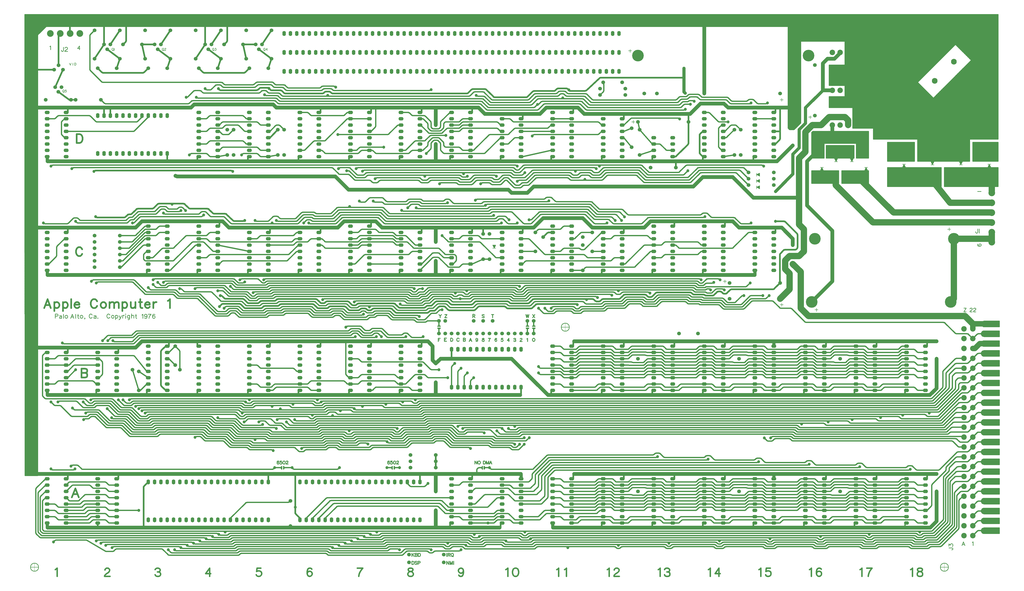
<source format=gtl>
G04*
G04  File:            PCB-11.TOP, Sun Feb 24 12:18:14 2019*
G04  Source:          P-CAD 2006 PCB, Version 19.02.958, (D:\pcb-11\pcb-11.pcb)*
G04  Format:          Gerber Format (RS-274-D), ASCII*
G04*
G04  Format Options:  Absolute Positioning*
G04                   Leading-Zero Suppression*
G04                   Scale Factor 1:1*
G04                   NO Circular Interpolation*
G04                   Inch Units*
G04                   Numeric Format: 4.4 (XXXX.XXXX)*
G04                   G54 NOT Used for Aperture Change*
G04                   Apertures Embedded*
G04*
G04  File Options:    Offset = (0.0mil,0.0mil)*
G04                   Drill Symbol Size = 80.0mil*
G04                   No Pad/Via Holes*
G04*
G04  File Contents:   Pads*
G04                   Vias*
G04                   No Designators*
G04                   No Types*
G04                   No Values*
G04                   No Drill Symbols*
G04                   Top*
G04*
%INPCB-11.TOP*%
%ICAS*%
%MOIN*%
G04*
G04  Aperture MACROs for general use --- invoked via D-code assignment *
G04*
G04  General MACRO for flashed round with rotation and/or offset hole *
%AMROTOFFROUND*
1,1,$1,0.0000,0.0000*
1,0,$2,$3,$4*%
G04*
G04  General MACRO for flashed oval (obround) with rotation and/or offset hole *
%AMROTOFFOVAL*
21,1,$1,$2,0.0000,0.0000,$3*
1,1,$4,$5,$6*
1,1,$4,0-$5,0-$6*
1,0,$7,$8,$9*%
G04*
G04  General MACRO for flashed oval (obround) with rotation and no hole *
%AMROTOVALNOHOLE*
21,1,$1,$2,0.0000,0.0000,$3*
1,1,$4,$5,$6*
1,1,$4,0-$5,0-$6*%
G04*
G04  General MACRO for flashed rectangle with rotation and/or offset hole *
%AMROTOFFRECT*
21,1,$1,$2,0.0000,0.0000,$3*
1,0,$4,$5,$6*%
G04*
G04  General MACRO for flashed rectangle with rotation and no hole *
%AMROTRECTNOHOLE*
21,1,$1,$2,0.0000,0.0000,$3*%
G04*
G04  General MACRO for flashed rounded-rectangle *
%AMROUNDRECT*
21,1,$1,$2-$4,0.0000,0.0000,$3*
21,1,$1-$4,$2,0.0000,0.0000,$3*
1,1,$4,$5,$6*
1,1,$4,$7,$8*
1,1,$4,0-$5,0-$6*
1,1,$4,0-$7,0-$8*
1,0,$9,$10,$11*%
G04*
G04  General MACRO for flashed rounded-rectangle with rotation and no hole *
%AMROUNDRECTNOHOLE*
21,1,$1,$2-$4,0.0000,0.0000,$3*
21,1,$1-$4,$2,0.0000,0.0000,$3*
1,1,$4,$5,$6*
1,1,$4,$7,$8*
1,1,$4,0-$5,0-$6*
1,1,$4,0-$7,0-$8*%
G04*
G04  General MACRO for flashed regular polygon *
%AMREGPOLY*
5,1,$1,0.0000,0.0000,$2,$3+$4*
1,0,$5,$6,$7*%
G04*
G04  General MACRO for flashed regular polygon with no hole *
%AMREGPOLYNOHOLE*
5,1,$1,0.0000,0.0000,$2,$3+$4*%
G04*
G04  General MACRO for target *
%AMTARGET*
6,0,0,$1,$2,$3,4,$4,$5,$6*%
G04*
G04  General MACRO for mounting hole *
%AMMTHOLE*
1,1,$1,0,0*
1,0,$2,0,0*
$1=$1-$2*
$1=$1/2*
21,1,$2+$1,$3,0,0,$4*
21,1,$3,$2+$1,0,0,$4*%
G04*
G04*
G04  D10 : "Ellipse X0.254mm Y0.254mm H0.000mm 0.0deg (0.000mm,0.000mm) Draw"*
G04  Disc: OuterDia=0.0100*
%ADD10C, 0.0100*%
G04  D11 : "Ellipse X2.540mm Y2.540mm H0.000mm 0.0deg (0.000mm,0.000mm) Draw"*
G04  Disc: OuterDia=0.1000*
%ADD11C, 0.1000*%
G04  D12 : "Ellipse X0.300mm Y0.300mm H0.000mm 0.0deg (0.000mm,0.000mm) Draw"*
G04  Disc: OuterDia=0.0118*
%ADD12C, 0.0118*%
G04  D13 : "Ellipse X3.348mm Y3.348mm H0.000mm 0.0deg (0.000mm,0.000mm) Draw"*
G04  Disc: OuterDia=0.1318*
%ADD13C, 0.1318*%
G04  D14 : "Ellipse X0.400mm Y0.400mm H0.000mm 0.0deg (0.000mm,0.000mm) Draw"*
G04  Disc: OuterDia=0.0157*
%ADD14C, 0.0157*%
G04  D15 : "Ellipse X5.000mm Y5.000mm H0.000mm 0.0deg (0.000mm,0.000mm) Draw"*
G04  Disc: OuterDia=0.1969*
%ADD15C, 0.1969*%
G04  D16 : "Ellipse X0.508mm Y0.508mm H0.000mm 0.0deg (0.000mm,0.000mm) Draw"*
G04  Disc: OuterDia=0.0200*
%ADD16C, 0.0200*%
G04  D17 : "Ellipse X0.600mm Y0.600mm H0.000mm 0.0deg (0.000mm,0.000mm) Draw"*
G04  Disc: OuterDia=0.0236*
%ADD17C, 0.0236*%
G04  D18 : "Ellipse X6.000mm Y6.000mm H0.000mm 0.0deg (0.000mm,0.000mm) Draw"*
G04  Disc: OuterDia=0.2362*
%ADD18C, 0.2362*%
G04  D19 : "Ellipse X0.635mm Y0.635mm H0.000mm 0.0deg (0.000mm,0.000mm) Draw"*
G04  Disc: OuterDia=0.0250*
%ADD19C, 0.0250*%
G04  D20 : "Ellipse X0.700mm Y0.700mm H0.000mm 0.0deg (0.000mm,0.000mm) Draw"*
G04  Disc: OuterDia=0.0276*
%ADD20C, 0.0276*%
G04  D21 : "Ellipse X1.100mm Y1.100mm H0.000mm 0.0deg (0.000mm,0.000mm) Draw"*
G04  Disc: OuterDia=0.0433*
%ADD21C, 0.0433*%
G04  D22 : "Ellipse X0.127mm Y0.127mm H0.000mm 0.0deg (0.000mm,0.000mm) Draw"*
G04  Disc: OuterDia=0.0050*
%ADD22C, 0.0050*%
G04  D23 : "Ellipse X1.270mm Y1.270mm H0.000mm 0.0deg (0.000mm,0.000mm) Draw"*
G04  Disc: OuterDia=0.0500*
%ADD23C, 0.0500*%
G04  D24 : "Ellipse X1.500mm Y1.500mm H0.000mm 0.0deg (0.000mm,0.000mm) Draw"*
G04  Disc: OuterDia=0.0591*
%ADD24C, 0.0591*%
G04  D25 : "Ellipse X0.200mm Y0.200mm H0.000mm 0.0deg (0.000mm,0.000mm) Draw"*
G04  Disc: OuterDia=0.0079*
%ADD25C, 0.0079*%
G04  D26 : "Ellipse X2.200mm Y2.200mm H0.000mm 0.0deg (0.000mm,0.000mm) Draw"*
G04  Disc: OuterDia=0.0866*
%ADD26C, 0.0866*%
G04  D27 : "Ellipse X0.240mm Y0.240mm H0.000mm 0.0deg (0.000mm,0.000mm) Draw"*
G04  Disc: OuterDia=0.0094*
%ADD27C, 0.0094*%
G04  D28 : "Ellipse X2.300mm Y2.300mm H0.000mm 0.0deg (0.000mm,0.000mm) Draw"*
G04  Disc: OuterDia=0.0906*
%ADD28C, 0.0906*%
G04  D29 : "Ellipse X2.700mm Y2.700mm H0.000mm 0.0deg (0.000mm,0.000mm) Flash"*
G04  Disc: OuterDia=0.1063*
%ADD29C, 0.1063*%
G04  D30 : "Ellipse X2.900mm Y2.900mm H0.000mm 0.0deg (0.000mm,0.000mm) Flash"*
G04  Disc: OuterDia=0.1142*
%ADD30C, 0.1142*%
G04  D31 : "Ellipse X3.700mm Y3.700mm H0.000mm 0.0deg (0.000mm,0.000mm) Flash"*
G04  Disc: OuterDia=0.1457*
%ADD31C, 0.1457*%
G04  D32 : "Ellipse X4.500mm Y4.500mm H0.000mm 0.0deg (0.000mm,0.000mm) Flash"*
G04  Disc: OuterDia=0.1772*
%ADD32C, 0.1772*%
G04  D33 : "Ellipse X4.700mm Y4.700mm H0.000mm 0.0deg (0.000mm,0.000mm) Flash"*
G04  Disc: OuterDia=0.1850*
%ADD33C, 0.1850*%
G04  D34 : "Ellipse X4.900mm Y4.900mm H0.000mm 0.0deg (0.000mm,0.000mm) Flash"*
G04  Disc: OuterDia=0.1929*
%ADD34C, 0.1929*%
G04  D35 : "Ellipse X7.250mm Y7.250mm H0.000mm 0.0deg (0.000mm,0.000mm) Flash"*
G04  Disc: OuterDia=0.2854*
%ADD35C, 0.2854*%
G04  D36 : "Ellipse X7.450mm Y7.450mm H0.000mm 0.0deg (0.000mm,0.000mm) Flash"*
G04  Disc: OuterDia=0.2933*
%ADD36C, 0.2933*%
G04  D37 : "Ellipse X1.500mm Y1.500mm H0.000mm 0.0deg (0.000mm,0.000mm) Flash"*
G04  Disc: OuterDia=0.0591*
%ADD37C, 0.0591*%
G04  D38 : "Ellipse X1.700mm Y1.700mm H0.000mm 0.0deg (0.000mm,0.000mm) Flash"*
G04  Disc: OuterDia=0.0669*
%ADD38C, 0.0669*%
G04  D39 : "Ellipse X2.200mm Y2.200mm H0.000mm 0.0deg (0.000mm,0.000mm) Flash"*
G04  Disc: OuterDia=0.0866*
%ADD39C, 0.0866*%
G04  D40 : "Ellipse X2.300mm Y2.300mm H0.000mm 0.0deg (0.000mm,0.000mm) Flash"*
G04  Disc: OuterDia=0.0906*
%ADD40C, 0.0906*%
G04  D41 : "Ellipse X2.400mm Y2.400mm H0.000mm 0.0deg (0.000mm,0.000mm) Flash"*
G04  Disc: OuterDia=0.0945*
%ADD41C, 0.0945*%
G04  D42 : "Ellipse X2.500mm Y2.500mm H0.000mm 0.0deg (0.000mm,0.000mm) Flash"*
G04  Disc: OuterDia=0.0984*
%ADD42C, 0.0984*%
G04  D43 : "Mounting Hole X3.500mm Y3.500mm H0.000mm 0.0deg (0.000mm,0.000mm) Flash"*
G04  Mounting Hole: Diameter=0.1378, Rotation=0.0, LineWidth=0.0050 *
%ADD43MTHOLE, 0.1378 X0.1178 X0.0050 X0.0*%
G04  D44 : "Oval X2.000mm Y1.400mm H0.000mm 0.0deg (0.000mm,0.000mm) Flash"*
G04  Obround: DimX=0.0787, DimY=0.0551, Rotation=0.0, OffsetX=0.0000, OffsetY=0.0000, HoleDia=0.0000 *
%ADD44O, 0.0787 X0.0551*%
G04  D45 : "Oval X1.400mm Y2.000mm H0.000mm 0.0deg (0.000mm,0.000mm) Flash"*
G04  Obround: DimX=0.0551, DimY=0.0787, Rotation=0.0, OffsetX=0.0000, OffsetY=0.0000, HoleDia=0.0000 *
%ADD45O, 0.0551 X0.0787*%
G04  D46 : "Oval X2.200mm Y1.600mm H0.000mm 0.0deg (0.000mm,0.000mm) Flash"*
G04  Obround: DimX=0.0866, DimY=0.0630, Rotation=0.0, OffsetX=0.0000, OffsetY=0.0000, HoleDia=0.0000 *
%ADD46O, 0.0866 X0.0630*%
G04  D47 : "Oval X1.600mm Y2.200mm H0.000mm 0.0deg (0.000mm,0.000mm) Flash"*
G04  Obround: DimX=0.0630, DimY=0.0866, Rotation=0.0, OffsetX=0.0000, OffsetY=0.0000, HoleDia=0.0000 *
%ADD47O, 0.0630 X0.0866*%
G04  D48 : "Ellipse X1.200mm Y1.200mm H0.000mm 0.0deg (0.000mm,0.000mm) Flash"*
G04  Disc: OuterDia=0.0472*
%ADD48C, 0.0472*%
G04  D49 : "Ellipse X1.400mm Y1.400mm H0.000mm 0.0deg (0.000mm,0.000mm) Flash"*
G04  Disc: OuterDia=0.0551*
%ADD49C, 0.0551*%
G04*
%FSLAX44Y44*%
%SFA1B1*%
%OFA0.0000B0.0000*%
G04*
G70*
G90*
G01*
D2*
%LNTop*%
D27*
D16*
X13063Y17650*
X12986Y17657D1*
X12912Y17679*
X12844Y17716*
X12784Y17765*
X13015Y18634D2*
X12966Y18694D1*
X12929Y18762*
X12907Y18836*
X12899Y18913*
X12199Y18513D2*
X12207Y18436D1*
X12229Y18362*
X12266Y18294*
X12315Y18234*
X13015Y18634D2*
X13184Y18465D1*
X13184D2*
X13244Y18416D1*
X13312Y18379*
X13386Y18357*
X13463Y18350*
D2*
D23*
X14000Y19250*
Y20000D1*
X14050Y19250D2*
X14000D1*
D2*
D16*
X12549Y18713*
X12557Y18636D1*
X12579Y18562*
X12616Y18494*
X12665Y18434*
Y18434D2*
X12984Y18115D1*
X13365Y18834D2*
X13316Y18894D1*
X13279Y18962*
X13257Y19036*
X13249Y19113*
X13365Y18834D2*
X13384Y18815D1*
X13384D2*
X13444Y18766D1*
X13512Y18729*
X13586Y18707*
X13663Y18700*
X13249Y23336D2*
X13257Y23413D1*
X13279Y23487*
X13316Y23555*
X13365Y23615*
X14000Y25000D2*
X13750D1*
X12315Y25565D2*
X12266Y25505D1*
X12229Y25437*
X12207Y25363*
X12199Y25286*
X13750Y25000D2*
X13015Y24265D1*
X14000Y26000D2*
X13750D1*
X12665Y24915*
X12616Y24855*
X12579Y24787*
X12557Y24713*
X12549Y24636*
X14600Y28550D2*
X14634Y28515D1*
X13863Y39650D2*
X13786Y39657D1*
X13712Y39679*
X13644Y39716*
X13584Y39765*
X13365Y39984D2*
X13584Y39765D1*
X13365Y39984D2*
X13316Y40044D1*
X13279Y40112*
X13257Y40186*
X13249Y40263*
D2*
D23*
X14000Y40250*
Y41000D1*
X14050Y40250D2*
X14000D1*
D2*
D16*
Y47000*
X13750D1*
X13365Y46615*
X13316Y46555*
X13279Y46487*
X13257Y46413*
X13249Y46336*
D2*
D23*
X14050Y59250*
X14000D1*
D2*
D16*
Y61000*
X14250D1*
X13400Y67500D2*
X13434Y67465D1*
X13434D2*
X13494Y67416D1*
X13562Y67379*
X13636Y67357*
X13713Y67350*
X14634Y76534D2*
X14600Y76500D1*
D2*
D23*
X14050Y77250*
X14000D1*
D2*
D27*
X14386Y95419*
X14443Y95448D1*
X14528Y95532*
Y94938*
D2*
D16*
X15463Y17300*
X15386Y17292D1*
X15312Y17270*
X15244Y17233*
X15184Y17184*
X15365Y20884D2*
X15634Y20615D1*
X15634D2*
X15694Y20566D1*
X15762Y20529*
X15836Y20507*
X15913Y20500*
X15365Y22884D2*
X15634Y22615D1*
X15634D2*
X15694Y22566D1*
X15762Y22529*
X15836Y22507*
X15913Y22500*
X15365Y21884D2*
X15634Y21615D1*
X15634D2*
X15694Y21566D1*
X15762Y21529*
X15836Y21507*
X15913Y21500*
X17384Y23615D2*
X17444Y23566D1*
X17512Y23529*
X17586Y23507*
X17663Y23500*
X17384Y26384D2*
X17000Y26000D1*
X17384Y26384D2*
X17444Y26433D1*
X17512Y26470*
X17586Y26492*
X17663Y26500*
X17884Y25884D2*
X17000Y25000D1*
X17784Y29034D2*
X17750Y29000D1*
X17734Y36965D2*
X16215Y38484D1*
X16155Y38533*
X16087Y38570*
X16013Y38592*
X15936Y38600*
X15313*
X15734Y39184D2*
X15700Y39150D1*
X15734Y39184D2*
X15794Y39233D1*
X15862Y39270*
X15936Y39292*
X16013Y39300*
X17000Y44000D2*
X17250D1*
X17000Y43000D2*
X17250D1*
X15913Y42500D2*
X15836Y42492D1*
X15762Y42470*
X15694Y42433*
X15634Y42384*
X15634D2*
X15365Y42115D1*
D2*
D20*
X17250Y47000*
X17000D1*
X17250D2*
Y47750D1*
D2*
D16*
X15634Y46384*
X15365Y46115D1*
X15634Y46384D2*
X15694Y46433D1*
X15762Y46470*
X15836Y46492*
X15913Y46500*
X16400Y48500D2*
X16434Y48465D1*
X16434D2*
X16494Y48416D1*
X16562Y48379*
X16636Y48357*
X16713Y48350*
D2*
D10*
X15253Y52745*
X15548D1*
X15646Y52778*
X15679Y52810*
X15712Y52876*
Y52974*
X15679Y53040*
X15646Y53073*
X15548Y53106*
X15253*
Y52417*
X16967Y52880D2*
X16901Y52847D1*
X16835Y52781*
X16802Y52682*
Y52616*
X16835Y52517*
X16901Y52451*
X16967Y52418*
X17065*
X17131Y52451*
X17197Y52517*
X17230Y52616*
Y52682*
X17197Y52781*
X17131Y52847*
X17065Y52880*
X16967*
X16550Y53062D2*
Y52406D1*
X16268D2*
Y52750D1*
X16237Y52812*
X16175Y52843*
X16081*
X15987Y52812*
X15925Y52781*
X16268Y52687D2*
X16112Y52656D1*
X16018Y52625*
X15956Y52593*
X15925Y52531*
Y52468*
X15956Y52437*
X16018Y52406*
X16081*
X16206Y52437*
X16268Y52468*
D2*
D16*
X15384Y62134*
X15433Y62194D1*
X15470Y62262*
X15492Y62336*
X15500Y62413*
X17000Y65000D2*
X16750D1*
X15615Y63865*
X15566Y63805*
X15529Y63737*
X15507Y63663*
X15499Y63586*
X17086Y67350D2*
X17163Y67357D1*
X17237Y67379*
X17305Y67416*
X17365Y67465*
X16249Y83336D2*
X16257Y83413D1*
X16279Y83487*
X16316Y83555*
X16365Y83615*
X16249Y83336D2*
Y81663D1*
Y81663D2*
X16257Y81586D1*
X16279Y81512*
X16316Y81444*
X16365Y81384*
D2*
D20*
X17250Y85000*
Y85750D1*
Y85000D2*
X17000D1*
D2*
D16*
X15634Y84384*
X15365Y84115D1*
X15634Y84384D2*
X15694Y84433D1*
X15762Y84470*
X15836Y84492*
X15913Y84500*
D2*
D25*
X16543Y88572*
X16508Y88555D1*
X16474Y88520*
X16457Y88486*
X16439Y88434*
Y88348*
X16457Y88296*
X16474Y88262*
X16508Y88227*
X16543Y88210*
X16612*
X16646Y88227*
X16681Y88262*
X16698Y88296*
X16715Y88348*
Y88434*
X16698Y88486*
X16681Y88520*
X16646Y88555*
X16612Y88572*
X16543*
X16594Y88279D2*
X16698Y88176D1*
X17025Y88572D2*
X16853D1*
X16836Y88417*
X16853Y88434*
X16905Y88451*
X16956*
X17008Y88434*
X17042Y88400*
X17060Y88348*
Y88313*
X17042Y88262*
X17008Y88227*
X16956Y88210*
X16905*
X16853Y88227*
X16836Y88244*
X16818Y88279*
D2*
D10*
X16562Y95312*
Y94812D1*
X16531Y94718*
X16500Y94687*
X16437Y94656*
X16375*
X16312Y94687*
X16281Y94718*
X16250Y94812*
Y94875*
X16812Y95156D2*
Y95187D1*
X16843Y95250*
X16875Y95281*
X16937Y95312*
X17062*
X17125Y95281*
X17156Y95250*
X17187Y95187*
Y95125*
X17156Y95031*
X17093Y94968*
X17000Y94906*
X16875Y94812*
X16812Y94750*
X16781Y94687*
Y94656*
X17218*
D2*
D19*
X17600Y97500*
X17618D1*
X16059D2*
X15908Y97349D1*
X15859Y97289*
X15822Y97221*
X15800Y97147*
X15792Y97070*
D2*
D16*
X20140Y17300*
X20211Y17293D1*
X20279Y17274*
X20343Y17243*
X20586Y20000D2*
X20663Y20007D1*
X20737Y20029*
X20805Y20066*
X20865Y20115*
X20615Y20615D2*
X20555Y20566D1*
X20487Y20529*
X20413Y20507*
X20336Y20500*
X20884Y20884D2*
X20615Y20615D1*
X19115Y23615D2*
X19055Y23566D1*
X18987Y23529*
X18913Y23507*
X18836Y23500*
X20634Y21384D2*
X20365Y21115D1*
X20115Y21615D2*
X20055Y21566D1*
X19987Y21529*
X19913Y21507*
X19836Y21500*
X20384Y21884D2*
X20115Y21615D1*
X20384Y21884D2*
X20444Y21933D1*
X20512Y21970*
X20586Y21992*
X20663Y22000*
X19865Y22115D2*
X19805Y22066D1*
X19737Y22029*
X19663Y22007*
X19586Y22000*
X20134Y22384D2*
X19865Y22115D1*
X20134Y22384D2*
X20194Y22433D1*
X20262Y22470*
X20336Y22492*
X20413Y22500*
X19615Y22615D2*
X19555Y22566D1*
X19487Y22529*
X19413Y22507*
X19336Y22500*
X19884Y22884D2*
X19615Y22615D1*
X19884Y22884D2*
X19944Y22933D1*
X20012Y22970*
X20086Y22992*
X20163Y23000*
X19365Y23115D2*
X19305Y23066D1*
X19237Y23029*
X19163Y23007*
X19086Y23000*
X19634Y23384D2*
X19365Y23115D1*
X19634Y23384D2*
X19694Y23433D1*
X19762Y23470*
X19836Y23492*
X19913Y23500*
X19884Y24384D2*
X19944Y24433D1*
X20012Y24470*
X20086Y24492*
X20163Y24500*
X20586Y26000D2*
X18163D1*
X20586D2*
X20663Y25992D1*
X20737Y25970*
X20805Y25933*
X20865Y25884*
X19663Y28500D2*
X19586Y28507D1*
X19512Y28529*
X19444Y28566*
X19384Y28615*
X18365Y28515D2*
X18400Y28550D1*
X18965Y29034D2*
X19384Y28615D1*
X18965Y29034D2*
X18905Y29083D1*
X18837Y29120*
X18763Y29142*
X18686Y29150*
X20834Y36734D2*
X20715Y36615D1*
X20655Y36566*
X20587Y36529*
X20513Y36507*
X20436Y36500*
X19784Y36384D2*
X19750Y36350D1*
X20063Y36500D2*
X20436D1*
X20063D2*
X19986Y36492D1*
X19912Y36470*
X19844Y36433*
X19784Y36384*
X20515Y36965D2*
X20634Y37084D1*
X20515Y36965D2*
X20455Y36916D1*
X20387Y36879*
X20313Y36857*
X20236Y36850*
X20134Y37434D2*
X20100Y37400D1*
X20134Y37434D2*
X20194Y37483D1*
X20262Y37520*
X20336Y37542*
X20413Y37550*
X18463Y37900D2*
X18386Y37907D1*
X18312Y37929*
X18244Y37966*
X18184Y38015*
X20134Y38715D2*
X20194Y38666D1*
X20262Y38629*
X20336Y38607*
X20413Y38600*
X19863Y38250D2*
X19786Y38257D1*
X19712Y38279*
X19644Y38316*
X19584Y38365*
X18765Y39184D2*
X18705Y39233D1*
X18637Y39270*
X18563Y39292*
X18486Y39300*
X19836Y39650D2*
X19913Y39642D1*
X19987Y39620*
X20055Y39583*
X20115Y39534*
D2*
D20*
X20015Y43748*
X20216Y43681D1*
X20015Y43019D2*
X19416D1*
X20216Y43086D2*
X20015Y43019D1*
X20283Y43153D2*
X20216Y43086D1*
X20346Y43287D2*
X20283Y43153D1*
X20015Y43748D2*
X19416D1*
X20216Y43814D2*
X20015Y43748D1*
X20283Y43881D2*
X20216Y43814D1*
X20346Y44015D2*
X20283Y43881D1*
X20346Y44149D2*
Y44015D1*
X20283Y44283D2*
X20346Y44149D1*
X20216Y44346D2*
X20283Y44283D1*
X20015Y44413D2*
X20216Y44346D1*
X19416Y44413D2*
X20015D1*
X19416D2*
Y43019D1*
X20283Y43618D2*
X20346Y43484D1*
X20216Y43681D2*
X20283Y43618D1*
X20346Y43484D2*
Y43287D1*
D2*
D16*
X18663Y46000*
X18586Y45992D1*
X18512Y45970*
X18444Y45933*
X18384Y45884*
D2*
D10*
X18500Y53062*
Y52406D1*
X18868Y53062D2*
Y52531D1*
X18900Y52437*
X18962Y52406*
X19025*
X18775Y52843D2*
X18993D1*
X19367Y52880D2*
X19301Y52847D1*
X19235Y52781*
X19202Y52682*
Y52616*
X19235Y52517*
X19301Y52451*
X19367Y52418*
X19465*
X19531Y52451*
X19597Y52517*
X19630Y52616*
Y52682*
X19597Y52781*
X19531Y52847*
X19465Y52880*
X19367*
X19950Y52437D2*
X19918Y52406D1*
X19887Y52437*
X19918Y52468*
X19950Y52437*
Y52375*
X19918Y52312*
X19887Y52281*
D2*
D16*
X19363Y67900*
X19286Y67907D1*
X19212Y67929*
X19144Y67966*
X19084Y68015*
X19084D2*
X18915Y68184D1*
X18855Y68233*
X18787Y68270*
X18713Y68292*
X18636Y68300*
X18363*
X18500Y67750D2*
X18634Y67615D1*
X18634D2*
X18694Y67566D1*
X18762Y67529*
X18836Y67507*
X18913Y67500*
X20865Y84384D2*
X20805Y84433D1*
X20737Y84470*
X20663Y84492*
X20586Y84500*
X20865Y91584D2*
X20816Y91644D1*
X20779Y91712*
X20757Y91786*
X20749Y91863*
D2*
D27*
X19084Y94938*
Y95532D1*
X18801Y95136*
X19169*
D2*
D16*
X20749Y97086*
X20757Y97163D1*
X20779Y97237*
X20816Y97305*
X20865Y97365*
X23156Y15556D2*
X23220Y15525D1*
X23288Y15506*
X23359Y15500*
X23284Y16484D2*
X23250Y16450D1*
X23284Y16484D2*
X23344Y16533D1*
X23412Y16570*
X23486Y16592*
X23563Y16600*
X22534Y16834D2*
X22500Y16800D1*
X22534Y16834D2*
X22594Y16883D1*
X22662Y16920*
X22736Y16942*
X22813Y16950*
X21784Y17184D2*
X21750Y17150D1*
X21784Y17184D2*
X21844Y17233D1*
X21912Y17270*
X21986Y17292*
X22063Y17300*
D2*
D20*
X22000Y19250*
Y20000D1*
D2*
D16*
X23086Y20500*
X23163Y20492D1*
X23237Y20470*
X23305Y20433*
X23365Y20384*
X23634Y20115*
X23086Y20500D2*
X21413D1*
X21413D2*
X21336Y20492D1*
X21262Y20470*
X21194Y20433*
X21134Y20384*
X23086Y23500D2*
X23163Y23492D1*
X23237Y23470*
X23305Y23433*
X23365Y23384*
X23634Y23115*
X23365Y22384D2*
X23305Y22433D1*
X23237Y22470*
X23163Y22492*
X23086Y22500*
X23365Y22384D2*
X23634Y22115D1*
X23365Y21384D2*
X23305Y21433D1*
X23237Y21470*
X23163Y21492*
X23086Y21500*
X23365Y21384D2*
X23634Y21115D1*
X21413Y25500D2*
X21336Y25507D1*
X21262Y25529*
X21194Y25566*
X21134Y25615*
X23086Y26500D2*
X23163Y26492D1*
X23237Y26470*
X23305Y26433*
X23365Y26384*
X23634Y26115*
X23086Y25500D2*
X21413D1*
X23086D2*
X23163Y25492D1*
X23237Y25470*
X23305Y25433*
X23365Y25384*
X23634Y25115*
X23365Y24384D2*
X23305Y24433D1*
X23237Y24470*
X23163Y24492*
X23086Y24500*
X23365Y24384D2*
X23634Y24115D1*
X23513Y35100D2*
X23436Y35107D1*
X23362Y35129*
X23294Y35166*
X23234Y35215*
X23434Y35565D2*
X23494Y35516D1*
X23562Y35479*
X23636Y35457*
X23713Y35450*
X21715Y36734D2*
X21655Y36783D1*
X21587Y36820*
X21513Y36842*
X21436Y36850*
X21113*
X21836Y37550D2*
X21913Y37542D1*
X21987Y37520*
X22055Y37483*
X22115Y37434*
X21915Y37084D2*
X21855Y37133D1*
X21787Y37170*
X21713Y37192*
X21636Y37200*
X22315Y37784D2*
X23834Y36265D1*
X22315Y37784D2*
X22255Y37833D1*
X22187Y37870*
X22113Y37892*
X22036Y37900*
X23586Y38600D2*
X23663Y38592D1*
X23737Y38570*
X23805Y38533*
X23865Y38484*
X23586Y38600D2*
X21981D1*
X21896Y38590*
X21816Y38563*
X21743Y38520*
X21682Y38462*
X21617Y38387D2*
X21682Y38462D1*
X21617Y38387D2*
X21556Y38329D1*
X21483Y38286*
X21403Y38259*
X21318Y38250*
X21417Y38737D2*
X21482Y38812D1*
X21417Y38737D2*
X21356Y38679D1*
X21283Y38636*
X21203Y38609*
X21118Y38600*
D2*
D20*
X21750Y41000*
X22000D1*
X21750Y40250D2*
Y41000D1*
D2*
D16*
X21581Y39300*
X21496Y39290D1*
X21416Y39263*
X21343Y39220*
X21282Y39162*
X22250Y43000D2*
X22000D1*
X22250D2*
X22634Y43384D1*
Y43384D2*
X22683Y43444D1*
X22720Y43512*
X22742Y43586*
X22750Y43663*
X22000Y46000D2*
X22250D1*
X22634Y45615D2*
X22250Y46000D1*
X22634Y45615D2*
X22683Y45555D1*
X22720Y45487*
X22742Y45413*
X22750Y45336*
X23484Y49584D2*
X22750Y48850D1*
X23484Y49584D2*
X23544Y49633D1*
X23612Y49670*
X23686Y49692*
X23763Y49700*
D2*
D10*
X22000Y52468*
X21968Y52437D1*
X22000Y52406*
X22031Y52437*
X22000Y52468*
X21718Y52406D2*
Y52750D1*
X21687Y52812*
X21625Y52843*
X21531*
X21437Y52812*
X21375Y52781*
X21718Y52687D2*
X21562Y52656D1*
X21468Y52625*
X21406Y52593*
X21375Y52531*
Y52468*
X21406Y52437*
X21468Y52406*
X21531*
X21656Y52437*
X21718Y52468*
D2*
D16*
X21134Y58384*
X21194Y58433D1*
X21262Y58470*
X21336Y58492*
X21413Y58500*
X21784Y58034D2*
X21750Y58000D1*
X21784Y58034D2*
X21844Y58083D1*
X21912Y58120*
X21986Y58142*
X22063Y58150*
D2*
D19*
X21650Y68500*
X21684Y68465D1*
X21684D2*
X21744Y68416D1*
X21812Y68379*
X21886Y68357*
X21963Y68350*
X21434Y75684D2*
X21400Y75650D1*
X21434Y75684D2*
X21494Y75733D1*
X21562Y75770*
X21636Y75792*
X21713Y75800*
D2*
D16*
X21913Y83500*
X21836Y83507D1*
X21762Y83529*
X21694Y83566*
X21634Y83615*
D2*
D19*
X23000Y84500*
Y85750D1*
D2*
D16*
X23313Y86350*
X23236Y86357D1*
X23162Y86379*
X23094Y86416*
X23034Y86465*
X22863Y89750D2*
X22786Y89757D1*
X22712Y89779*
X22644Y89816*
X22584Y89865*
D2*
D19*
X22000Y92000*
X22634Y91365D1*
X22634D2*
X22694Y91316D1*
X22762Y91279*
X22836Y91257*
X22913Y91250*
X21500Y93500D2*
X23000Y95750D1*
D2*
D16*
X24615Y15615*
X24555Y15566D1*
X24487Y15529*
X24413Y15507*
X24336Y15500*
X24284Y16134D2*
X24250Y16100D1*
X24284Y16134D2*
X24344Y16183D1*
X24412Y16220*
X24486Y16242*
X24563Y16250*
X24784Y15784D2*
X24615Y15615D1*
X24784Y15784D2*
X24844Y15833D1*
X24912Y15870*
X24986Y15892*
X25063Y15900*
X25765Y34984D2*
X25705Y35033D1*
X25637Y35070*
X25563Y35092*
X25486Y35100*
X25686Y35450D2*
X25763Y35442D1*
X25837Y35420*
X25905Y35383*
X25965Y35334*
X26165Y35684D2*
X26105Y35733D1*
X26037Y35770*
X25963Y35792*
X25886Y35800*
X26086Y36150D2*
X24113D1*
X26286Y36500D2*
X26363Y36492D1*
X26437Y36470*
X26505Y36433*
X26565Y36384*
X26765Y36734D2*
X26705Y36783D1*
X26637Y36820*
X26563Y36842*
X26486Y36850*
X24913*
X24913D2*
X24836Y36857D1*
X24762Y36879*
X24694Y36916*
X24634Y36965*
X24200Y36650D2*
X24234Y36615D1*
X26286Y36500D2*
X24513D1*
X24513D2*
X24436Y36507D1*
X24362Y36529*
X24294Y36566*
X24234Y36615*
X26686Y37200D2*
X25313D1*
X25313D2*
X25236Y37207D1*
X25162Y37229*
X25094Y37266*
X25034Y37315*
X26886Y37550D2*
X25513D1*
X25513D2*
X25436Y37557D1*
X25362Y37579*
X25294Y37616*
X25234Y37665*
X25434Y38015D2*
X25494Y37966D1*
X25562Y37929*
X25636Y37907*
X25713Y37900*
X25913Y38250D2*
X25836Y38257D1*
X25762Y38279*
X25694Y38316*
X25634Y38365*
X26034Y38715D2*
X26094Y38666D1*
X26162Y38629*
X26236Y38607*
X26313Y38600*
X24465Y39534D2*
X24405Y39583D1*
X24337Y39620*
X24263Y39642*
X24186Y39650*
D2*
D20*
X25250Y47000*
Y47750D1*
Y47000D2*
X25000D1*
D2*
D16*
X24400Y48850*
X24434Y48815D1*
X24434D2*
X24494Y48766D1*
X24562Y48729*
X24636Y48707*
X24713Y48700*
D2*
D10*
X24785Y52880*
Y52187D1*
Y52781D2*
X24851Y52847D1*
X24917Y52880*
X25015*
X25081Y52847*
X25147Y52781*
X25180Y52682*
Y52616*
X25147Y52517*
X25081Y52451*
X25015Y52418*
X24917*
X24851Y52451*
X24785Y52517*
X26368Y53062D2*
X26400Y53031D1*
X26431Y53062*
X26400Y53093*
X26368Y53062*
X26400Y52843D2*
Y52406D1*
X25932Y52898D2*
Y52424D1*
Y52695D2*
X25966Y52796D1*
X26033Y52864*
X26101Y52898*
X26203*
X25362Y52843D2*
X25550Y52406D1*
X25487Y52281*
X25425Y52218*
X25362Y52187*
X25331*
X25737Y52843D2*
X25550Y52406D1*
D2*
D16*
X25500Y60500*
X25586D1*
X25663Y60507*
X25737Y60529*
X25805Y60566*
X25865Y60615*
X25500Y61500D2*
X25836D1*
X25913Y61507*
X25987Y61529*
X26055Y61566*
X26115Y61615*
X25500Y62500D2*
X26336D1*
X26413Y62507*
X26487Y62529*
X26555Y62566*
X26615Y62615*
X25500Y63500D2*
X26836D1*
D2*
D19*
X26136Y68350*
X26213Y68357D1*
X26287Y68379*
X26355Y68416*
X26415Y68465*
D2*
D16*
X26615Y68015*
X26555Y67966D1*
X26487Y67929*
X26413Y67907*
X26336Y67900*
X26536Y67500D2*
X26613Y67507D1*
X26687Y67529*
X26755Y67566*
X26815Y67615*
X26884Y68284D2*
X26615Y68015D1*
D2*
D19*
X26684Y68734*
X26415Y68465D1*
D2*
D25*
X24346Y95172*
X24312Y95155D1*
X24277Y95120*
X24260Y95086*
X24243Y95034*
Y94948*
X24260Y94896*
X24277Y94862*
X24312Y94827*
X24346Y94810*
X24415*
X24450Y94827*
X24484Y94862*
X24501Y94896*
X24518Y94948*
Y95034*
X24501Y95086*
X24484Y95120*
X24450Y95155*
X24415Y95172*
X24346*
X24398Y94879D2*
X24501Y94776D1*
X24639Y95172D2*
Y94810D1*
D2*
D19*
X26384Y96134*
X26433Y96194D1*
X26470Y96262*
X26492Y96336*
X26500Y96413*
D2*
D20*
X29365Y25865*
X29316Y25805D1*
X29279Y25737*
X29257Y25663*
X29249Y25586*
D2*
D16*
X27413Y34050*
X27336Y34057D1*
X27262Y34079*
X27194Y34116*
X27134Y34165*
X27334Y34515D2*
X27394Y34466D1*
X27462Y34429*
X27536Y34407*
X27613Y34400*
X27813Y34750D2*
X27736Y34757D1*
X27662Y34779*
X27594Y34816*
X27534Y34865*
X27734Y35215D2*
X27794Y35166D1*
X27862Y35129*
X27936Y35107*
X28013Y35100*
X28213Y35450D2*
X28136Y35457D1*
X28062Y35479*
X27994Y35516*
X27934Y35565*
X28334Y36265D2*
X28394Y36216D1*
X28462Y36179*
X28536Y36157*
X28613Y36150*
X27165Y37434D2*
X28334Y36265D1*
X28813Y36500D2*
X29736D1*
X28813D2*
X28736Y36507D1*
X28662Y36529*
X28594Y36566*
X28534Y36615*
X27365Y37784D2*
X28534Y36615D1*
X27565Y38134D2*
X27505Y38183D1*
X27437Y38220*
X27363Y38242*
X27286Y38250*
X27565Y38134D2*
X28734Y36965D1*
X28734D2*
X28794Y36916D1*
X28862Y36879*
X28936Y36857*
X29013Y36850*
X29013D2*
X29536D1*
X29613Y36857*
X29687Y36879*
X29755Y36916*
X29815Y36965*
X29534Y37434D2*
X29500Y37400D1*
X29534Y37434D2*
X29594Y37483D1*
X29662Y37520*
X29736Y37542*
X29813Y37550*
X29034Y37784D2*
X29000Y37750D1*
X29034Y37784D2*
X29094Y37833D1*
X29162Y37870*
X29236Y37892*
X29313Y37900*
X28034Y38484D2*
X28000Y38450D1*
X28034Y38484D2*
X28094Y38533D1*
X28162Y38570*
X28236Y38592*
X28313Y38600*
X28534Y38134D2*
X28500Y38100D1*
X28534Y38134D2*
X28594Y38183D1*
X28662Y38220*
X28736Y38242*
X28813Y38250*
X27465Y38715D2*
X27584Y38834D1*
X27465Y38715D2*
X27405Y38666D1*
X27337Y38629*
X27263Y38607*
X27186Y38600*
D2*
D20*
X29750Y40250*
Y41000D1*
D2*
D16*
X28500*
X28750D1*
X27713Y39300D2*
X27636Y39292D1*
X27562Y39270*
X27494Y39233*
X27434Y39184*
X27868Y46352D2*
X27805Y46414D1*
X27731Y46461*
X27648Y46490*
X27560Y46500*
X27336Y48700D2*
X27413Y48707D1*
X27487Y48729*
X27555Y48766*
X27615Y48815*
X27436Y49350D2*
X27513Y49357D1*
X27587Y49379*
X27655Y49416*
X27715Y49465*
X27515Y49815D2*
X27455Y49766D1*
X27387Y49729*
X27313Y49707*
X27236Y49700*
X27984Y50284D2*
X27515Y49815D1*
X27984Y50284D2*
X28044Y50333D1*
X28112Y50370*
X28186Y50392*
X28263Y50400*
X28184Y49934D2*
X27715Y49465D1*
X28184Y49934D2*
X28244Y49983D1*
X28312Y50020*
X28386Y50042*
X28463Y50050*
X28384Y49584D2*
X27615Y48815D1*
X28384Y49584D2*
X28444Y49633D1*
X28512Y49670*
X28586Y49692*
X28663Y49700*
X28863Y49350D2*
X28786Y49342D1*
X28712Y49320*
X28644Y49283*
X28584Y49234*
X27815Y48465D2*
X28584Y49234D1*
X27815Y48465D2*
X27755Y48416D1*
X27687Y48379*
X27613Y48357*
X27536Y48350*
D2*
D10*
X27335Y53111*
Y52418D1*
Y52748D2*
X27434Y52847D1*
X27500Y52880*
X27598*
X27664Y52847*
X27697Y52748*
Y52418*
X28018Y53062D2*
Y52531D1*
X28050Y52437*
X28112Y52406*
X28175*
X27925Y52843D2*
X28143D1*
X28975Y52937D2*
X29037Y52968D1*
X29131Y53062*
Y52406*
D2*
D16*
X29863Y56550*
X29786Y56557D1*
X29712Y56579*
X29644Y56616*
X29584Y56665*
X29384Y56315D2*
X29444Y56266D1*
X29512Y56229*
X29586Y56207*
X29663Y56200*
X27665Y58034D2*
X27605Y58083D1*
X27537Y58120*
X27463Y58142*
X27386Y58150*
X27586Y58500D2*
X27663Y58492D1*
X27737Y58470*
X27805Y58433*
X27865Y58384*
X29365Y61634D2*
X29316Y61694D1*
X29279Y61762*
X29257Y61836*
X29250Y61913*
X29365Y61634D2*
X29384Y61615D1*
X29384D2*
X29444Y61566D1*
X29512Y61529*
X29586Y61507*
X29663Y61500*
X29250Y62336D2*
Y61913D1*
Y62336D2*
X29257Y62413D1*
X29279Y62487*
X29316Y62555*
X29365Y62615*
X27615Y64615D2*
X27555Y64566D1*
X27487Y64529*
X27413Y64507*
X27336Y64500*
X27836Y65500D2*
X27913Y65507D1*
X27987Y65529*
X28055Y65566*
X28115Y65615*
X29384Y65884D2*
X27115Y63615D1*
X29384Y65384D2*
X29444Y65433D1*
X29512Y65470*
X29586Y65492*
X29663Y65500*
Y65000D2*
X29586Y64992D1*
X29512Y64970*
X29444Y64933*
X29384Y64884*
X29413Y64000D2*
X29336Y63992D1*
X29262Y63970*
X29194Y63933*
X29134Y63884*
X29384Y66884D2*
X29444Y66933D1*
X29512Y66970*
X29586Y66992*
X29663Y67000*
Y66500D2*
X29586Y66492D1*
X29512Y66470*
X29444Y66433*
X29384Y66384*
X27500Y67500D2*
X27586D1*
X27663Y67507*
X27737Y67529*
X27805Y67566*
X27865Y67615*
X27163Y68400D2*
X27336D1*
X27413Y68407*
X27487Y68429*
X27555Y68466*
X27615Y68515*
X27363Y68000D2*
X27536D1*
X27613Y68007*
X27687Y68029*
X27755Y68066*
X27815Y68115*
X28634Y68384D2*
X27865Y67615D1*
X28634Y68384D2*
X28694Y68433D1*
X28762Y68470*
X28836Y68492*
X28913Y68500*
X28484Y68784D2*
X27815Y68115D1*
D2*
D24*
X29000Y67750*
X28000Y66750D1*
D2*
D16*
X28284Y69184*
X28344Y69233D1*
X28412Y69270*
X28486Y69292*
X28563Y69300*
D2*
D19*
X28363Y69750*
X28286Y69742D1*
X28212Y69720*
X28144Y69683*
X28084Y69634*
D2*
D16*
X27586Y82000*
X27663Y82007D1*
X27737Y82029*
X27805Y82066*
X27865Y82115*
X28086Y83500D2*
X28163Y83507D1*
X28237Y83529*
X28305Y83566*
X28365Y83615*
X29000Y84250D2*
Y84500D1*
D2*
D19*
X29086Y91250*
X29163Y91257D1*
X29237Y91279*
X29305Y91316*
X29365Y91365*
X29000Y95750D2*
X29500Y93500D1*
D2*
D16*
X32036Y15900*
X32113Y15892D1*
X32187Y15870*
X32255Y15833*
X32315Y15784*
X31734Y33934D2*
X31794Y33983D1*
X31862Y34020*
X31936Y34042*
X32013Y34050*
X31734Y33934D2*
X31615Y33815D1*
X31555Y33766*
X31487Y33729*
X31413Y33707*
X31336Y33700*
X31136Y34050D2*
X31213Y34057D1*
X31287Y34079*
X31355Y34116*
X31415Y34165*
X31215Y34515D2*
X31155Y34466D1*
X31087Y34429*
X31013Y34407*
X30936Y34400*
X31334Y34634D2*
X31215Y34515D1*
X31334Y34634D2*
X31394Y34683D1*
X31462Y34720*
X31536Y34742*
X31613Y34750*
X31534Y34284D2*
X31415Y34165D1*
X31534Y34284D2*
X31594Y34333D1*
X31662Y34370*
X31736Y34392*
X31813Y34400*
X31015Y34865D2*
X30955Y34816D1*
X30887Y34779*
X30813Y34757*
X30736Y34750*
X31134Y34984D2*
X31015Y34865D1*
X31134Y34984D2*
X31194Y35033D1*
X31262Y35070*
X31336Y35092*
X31413Y35100*
X31213Y35450D2*
X31136Y35442D1*
X31062Y35420*
X30994Y35383*
X30934Y35334*
X30734Y35684D2*
X30794Y35733D1*
X30862Y35770*
X30936Y35792*
X31013Y35800*
X30734Y35684D2*
X30615Y35565D1*
X30555Y35516*
X30487Y35479*
X30413Y35457*
X30336Y35450*
X30934Y35334D2*
X30815Y35215D1*
X30755Y35166*
X30687Y35129*
X30613Y35107*
X30536Y35100*
X30334Y36384D2*
X30215Y36265D1*
X30334Y36384D2*
X30394Y36433D1*
X30462Y36470*
X30536Y36492*
X30613Y36500*
X30413Y36850D2*
X30336Y36842D1*
X30262Y36820*
X30194Y36783*
X30134Y36734*
D2*
D19*
X32115Y41634*
X32750Y41000D1*
X31999Y47086D2*
X32007Y47163D1*
X32029Y47237*
X32066Y47305*
X32115Y47365*
D2*
D10*
X31037Y52968*
X31006Y53031D1*
X30912Y53062*
X30850*
X30756Y53031*
X30693Y52937*
X30662Y52781*
Y52625*
X30693Y52500*
X30756Y52437*
X30850Y52406*
X30881*
X30975Y52437*
X31037Y52500*
X31068Y52593*
Y52625*
X31037Y52718*
X30975Y52781*
X30881Y52812*
X30850*
X30756Y52781*
X30693Y52718*
X30662Y52625*
D2*
D16*
X30750Y57750*
X31134Y57365D1*
X31134D2*
X31194Y57316D1*
X31262Y57279*
X31336Y57257*
X31413Y57250*
X31500Y58100D2*
X31884Y57715D1*
X31884D2*
X31944Y57666D1*
X32012Y57629*
X32086Y57607*
X32163Y57600*
X32484Y58184D2*
X32400Y58100D1*
X32484Y58184D2*
X32544Y58233D1*
X32612Y58270*
X32686Y58292*
X32763Y58300*
X30784Y58534D2*
X30750Y58500D1*
X30784Y58534D2*
X30844Y58583D1*
X30912Y58620*
X30986Y58642*
X31063Y58650*
X32163Y57600D2*
X32536D1*
X32613Y57607*
X32687Y57629*
X32755Y57666*
X32815Y57715*
X31413Y57250D2*
X32736D1*
X30865Y62115D2*
X30805Y62066D1*
X30737Y62029*
X30663Y62007*
X30586Y62000*
X32134Y63384D2*
X32194Y63433D1*
X32262Y63470*
X32336Y63492*
X32413Y63500*
X31365Y65615D2*
X31305Y65566D1*
X31237Y65529*
X31163Y65507*
X31086Y65500*
X31634Y65884D2*
X31365Y65615D1*
X31086Y66500D2*
X31163Y66507D1*
X31237Y66529*
X31305Y66566*
X31365Y66615*
X31634Y66884D2*
X31365Y66615D1*
X31634Y66884D2*
X31694Y66933D1*
X31762Y66970*
X31836Y66992*
X31913Y67000*
D2*
D19*
X30865Y69865*
X30805Y69816D1*
X30737Y69779*
X30663Y69757*
X30586Y69750*
D2*
D16*
X30886Y69300*
X30963Y69307D1*
X31037Y69329*
X31105Y69366*
X31165Y69415*
X31934Y69584D2*
X31994Y69633D1*
X32062Y69670*
X32136Y69692*
X32213Y69700*
X31734Y69984D2*
X31165Y69415D1*
X31734Y69984D2*
X31794Y70033D1*
X31862Y70070*
X31936Y70092*
X32013Y70100*
D2*
D19*
X31434Y70434*
X30865Y69865D1*
X31434Y70434D2*
X31494Y70483D1*
X31562Y70520*
X31636Y70542*
X31713Y70550*
D2*
D16*
X32636Y70100*
X32013D1*
X32436Y69700D2*
X32213D1*
X32436D2*
X32513Y69692D1*
X32587Y69670*
X32655Y69633*
X32715Y69584*
X32884Y69415*
D2*
D25*
X32293Y95172*
X32258Y95155D1*
X32224Y95120*
X32207Y95086*
X32189Y95034*
Y94948*
X32207Y94896*
X32224Y94862*
X32258Y94827*
X32293Y94810*
X32362*
X32396Y94827*
X32431Y94862*
X32448Y94896*
X32465Y94948*
Y95034*
X32448Y95086*
X32431Y95120*
X32396Y95155*
X32362Y95172*
X32293*
X32344Y94879D2*
X32448Y94776D1*
X32586Y95086D2*
Y95103D1*
X32603Y95137*
X32620Y95155*
X32655Y95172*
X32723*
X32758Y95155*
X32775Y95137*
X32792Y95103*
Y95068*
X32775Y95017*
X32741Y94982*
X32689Y94948*
X32620Y94896*
X32586Y94862*
X32568Y94827*
Y94810*
X32810*
D2*
D16*
X33150Y15750*
X33534Y15365D1*
X33534D2*
X33594Y15316D1*
X33662Y15279*
X33736Y15257*
X33813Y15250*
X34150Y15750D2*
X34184Y15715D1*
X34184D2*
X34244Y15666D1*
X34312Y15629*
X34386Y15607*
X34463Y15600*
X34836Y16250D2*
X34913Y16242D1*
X34987Y16220*
X35055Y16183*
X35115Y16134*
X35184Y16065D2*
X35244Y16016D1*
X35312Y15979*
X35386Y15957*
X35463Y15950*
X35115Y16134D2*
X35150Y16100D1*
X35184Y16065*
X35000Y47086D2*
X34992Y47163D1*
X34970Y47237*
X34933Y47305*
X34884Y47365*
X34265Y56434D2*
X34205Y56483D1*
X34137Y56520*
X34063Y56542*
X33986Y56550*
X33786Y56200D2*
X33863Y56192D1*
X33937Y56170*
X34005Y56133*
X34065Y56084*
X34465Y56784D2*
X34884Y56365D1*
X34884D2*
X34944Y56316D1*
X35012Y56279*
X35086Y56257*
X35163Y56250*
X34265Y56434D2*
X34684Y56015D1*
X34684D2*
X34744Y55966D1*
X34812Y55929*
X34886Y55907*
X34963Y55900*
X34065Y56084D2*
X34484Y55665D1*
X34484D2*
X34544Y55616D1*
X34612Y55579*
X34686Y55557*
X34763Y55550*
X35584Y56715D2*
X35644Y56666D1*
X35712Y56629*
X35786Y56607*
X35863Y56600*
X33413Y57600D2*
X33336Y57592D1*
X33262Y57570*
X33194Y57533*
X33134Y57484*
X35036Y57100D2*
X34950D1*
X33836Y61500D2*
X33913Y61507D1*
X33987Y61529*
X34055Y61566*
X34115Y61615*
X33836Y63500D2*
X33913Y63507D1*
X33987Y63529*
X34055Y63566*
X34115Y63615*
X35884Y65384D2*
X34115Y63615D1*
D2*
D19*
X33750Y70550*
Y70450D1*
D2*
D16*
X33163Y69300*
X34836D1*
X35115Y69415D2*
X35150Y69450D1*
X35115Y69415D2*
X35055Y69366D1*
X34987Y69329*
X34913Y69307*
X34836Y69300*
X33363Y69700D2*
X34436D1*
X34513Y69707*
X34587Y69729*
X34655Y69766*
X34715Y69815*
X34784Y69884D2*
X34715Y69815D1*
X34784Y69884D2*
X34844Y69933D1*
X34912Y69970*
X34986Y69992*
X35063Y70000*
X35186D2*
X35063D1*
X35186D2*
X35263Y69992D1*
X35337Y69970*
X35405Y69933*
X35465Y69884*
D2*
D19*
X35815Y70434*
X35755Y70483D1*
X35687Y70520*
X35613Y70542*
X35536Y70550*
X33750D2*
X35536D1*
D2*
D16*
X36836Y16950*
X36913Y16942D1*
X36987Y16920*
X37055Y16883*
X37115Y16834*
X37184Y16765D2*
X37244Y16716D1*
X37312Y16679*
X37386Y16657*
X37463Y16650*
X37115Y16834D2*
X37150Y16800D1*
X37184Y16765*
X36463Y16300D2*
X36386Y16307D1*
X36312Y16329*
X36244Y16366*
X36184Y16415*
X36115Y16484D2*
X36150Y16450D1*
X36184Y16415*
X37836Y17300D2*
X37913Y17292D1*
X37987Y17270*
X38055Y17233*
X38115Y17184*
X38150Y17150*
X38184Y17115*
X38184D2*
X38244Y17066D1*
X38312Y17029*
X38386Y17007*
X38463Y17000*
X38365Y33584D2*
X38834Y33115D1*
X38365Y33584D2*
X38305Y33633D1*
X38237Y33670*
X38163Y33692*
X38086Y33700*
X37434Y33584D2*
X37400Y33550D1*
X38086Y33700D2*
X37713D1*
X37713D2*
X37636Y33692D1*
X37562Y33670*
X37494Y33633*
X37434Y33584*
X38286Y34050D2*
X38363Y34042D1*
X38437Y34020*
X38505Y33983*
X38565Y33934*
X38765Y34284D2*
X38705Y34333D1*
X38637Y34370*
X38563Y34392*
X38486Y34400*
D2*
D20*
X37750Y41000*
X38000D1*
X37750Y40250D2*
Y41000D1*
D2*
D16*
X38315Y56134*
X38255Y56183D1*
X38187Y56220*
X38113Y56242*
X38036Y56250*
X37836Y55900D2*
X37913Y55892D1*
X37987Y55870*
X38055Y55833*
X38115Y55784*
X37915Y55434D2*
X37855Y55483D1*
X37787Y55520*
X37713Y55542*
X37636Y55550*
X37434Y57134D2*
X37400Y57100D1*
X37434Y57134D2*
X37494Y57183D1*
X37562Y57220*
X37636Y57242*
X37713Y57250*
X38000Y64000D2*
X37663D1*
X37663D2*
X37586Y63992D1*
X37512Y63970*
X37444Y63933*
X37384Y63884*
X37163Y64500D2*
X37086Y64492D1*
X37012Y64470*
X36944Y64433*
X36884Y64384*
X38586Y64500D2*
X37163D1*
X38586D2*
X38663Y64492D1*
X38737Y64470*
X38805Y64433*
X38865Y64384*
X38615Y68615D2*
X38750Y68750D1*
X38615Y68615D2*
X38555Y68566D1*
X38487Y68529*
X38413Y68507*
X38336Y68500*
D2*
D19*
X36663Y69750*
X36586Y69757D1*
X36512Y69779*
X36444Y69816*
X36384Y69865*
D2*
D16*
X38334Y69184*
X38394Y69233D1*
X38462Y69270*
X38536Y69292*
X38613Y69300*
X38886D2*
X38613D1*
X36634Y78384D2*
X36500Y78250D1*
X36634Y78384D2*
X36694Y78433D1*
X36762Y78470*
X36836Y78492*
X36913Y78500*
D2*
D24*
X36750Y85750*
X37250Y86250D1*
D2*
D16*
X36515Y86465*
X36455Y86416D1*
X36387Y86379*
X36313Y86357*
X36236Y86350*
X36784Y86734D2*
X36515Y86465D1*
X36784Y86734D2*
X36844Y86783D1*
X36912Y86820*
X36986Y86842*
X37063Y86850*
X37600Y87400D2*
X37634Y87365D1*
X37634D2*
X37694Y87316D1*
X37762Y87279*
X37836Y87257*
X37913Y87250*
X38415Y88334D2*
X38355Y88383D1*
X38287Y88420*
X38213Y88442*
X38136Y88450*
X38415Y88334D2*
X38584Y88165D1*
X38584D2*
X38644Y88116D1*
X38712Y88079*
X38786Y88057*
X38863Y88050*
X37413Y88450D2*
X37336Y88442D1*
X37262Y88420*
X37194Y88383*
X37134Y88334*
X38136Y88450D2*
X37413D1*
X36273Y87473D2*
X37134Y88334D1*
D2*
D19*
X38000Y92000*
X38634Y91365D1*
D2*
D16*
X39184Y17465*
X39244Y17416D1*
X39312Y17379*
X39386Y17357*
X39463Y17350*
X39115Y17534D2*
X39150Y17500D1*
X39184Y17465*
X40115Y17884D2*
X40150Y17850D1*
X40184Y17815*
X40184D2*
X40244Y17766D1*
X40312Y17729*
X40386Y17707*
X40463Y17700*
X40836Y18350D2*
X40913Y18342D1*
X40987Y18320*
X41055Y18283*
X41115Y18234*
X41150Y18200*
X41184Y18165*
X39513Y33700D2*
X39436Y33707D1*
X39362Y33729*
X39294Y33766*
X39234Y33815*
X39434Y34165D2*
X39494Y34116D1*
X39562Y34079*
X39636Y34057*
X39713Y34050*
X39913Y34400D2*
X39836Y34407D1*
X39762Y34429*
X39694Y34466*
X39634Y34515*
X39165Y34984D2*
X39634Y34515D1*
X39834Y34865D2*
X39894Y34816D1*
X39962Y34779*
X40036Y34757*
X40113Y34750*
X40313Y35100D2*
X40236Y35107D1*
X40162Y35129*
X40094Y35166*
X40034Y35215*
X39565Y35684D2*
X40034Y35215D1*
X39565Y35684D2*
X39505Y35733D1*
X39437Y35770*
X39363Y35792*
X39286Y35800*
X39365Y35334D2*
X39834Y34865D1*
X40234Y35565D2*
X40294Y35516D1*
X40362Y35479*
X40436Y35457*
X40513Y35450*
X39965Y36384D2*
X39905Y36433D1*
X39837Y36470*
X39763Y36492*
X39686Y36500*
X40634Y36265D2*
X40694Y36216D1*
X40762Y36179*
X40836Y36157*
X40913Y36150*
X40165Y36734D2*
X40634Y36265D1*
X40165Y36734D2*
X40105Y36783D1*
X40037Y36820*
X39963Y36842*
X39886Y36850*
X41000Y36650D2*
X41034Y36615D1*
X41034D2*
X41094Y36566D1*
X41162Y36529*
X41236Y36507*
X41313Y36500*
X41163Y53450D2*
X41086Y53457D1*
X41012Y53479*
X40944Y53516*
X40884Y53565*
X40684Y53215D2*
X40744Y53166D1*
X40812Y53129*
X40886Y53107*
X40963Y53100*
X40763Y52750D2*
X40686Y52757D1*
X40612Y52779*
X40544Y52816*
X40484Y52865*
X40115Y56484D2*
X40055Y56533D1*
X39987Y56570*
X39913Y56592*
X39836Y56600*
D2*
D19*
X41584Y54584*
X41250Y54250D1*
X41584Y54584D2*
X41644Y54633D1*
X41712Y54670*
X41786Y54692*
X41863Y54700*
D2*
D16*
X40115Y56484*
X41384Y55215D1*
X41384D2*
X41444Y55166D1*
X41512Y55129*
X41586Y55107*
X41663Y55100*
D2*
D19*
X41436Y56000*
X41400D1*
X41436D2*
X41513Y55992D1*
X41587Y55970*
X41655Y55933*
X41715Y55884*
D2*
D16*
X41686Y56750*
X41000D1*
Y61000D2*
X41250D1*
X39913Y62500D2*
X39836Y62492D1*
X39762Y62470*
X39694Y62433*
X39634Y62384*
X39365Y62115D2*
X39634Y62384D1*
X41634Y61384D2*
X41250Y61000D1*
X39634Y65884D2*
X39365Y65615D1*
Y64884D2*
X39634Y64615D1*
X39634D2*
X39694Y64566D1*
X39762Y64529*
X39836Y64507*
X39913Y64500*
D2*
D20*
X41250Y67000*
Y67750D1*
Y67000D2*
X41000D1*
D2*
D16*
X40013Y68500*
X39936Y68507D1*
X39862Y68529*
X39794Y68566*
X39734Y68615*
X41836Y68500D2*
X40013D1*
D2*
D19*
X39615Y69634*
X39555Y69683D1*
X39487Y69720*
X39413Y69742*
X39336Y69750*
D2*
D16*
X41000Y79000*
X41250D1*
X39365Y78384D2*
X39634Y78115D1*
Y80384D2*
X39365Y80115D1*
X39634Y80384D2*
X39694Y80433D1*
X39762Y80470*
X39836Y80492*
X39913Y80500*
X41634Y79384D2*
X41250Y79000D1*
Y83000D2*
X41000D1*
Y82000D2*
X41250D1*
X39634Y82384D2*
X39365Y82115D1*
X39634Y82384D2*
X39694Y82433D1*
X39762Y82470*
X39836Y82492*
X39913Y82500*
X41634Y83384D2*
X41250Y83000D1*
X39913Y82500D2*
X41586D1*
X41663Y82507*
X41737Y82529*
X41805Y82566*
X41865Y82615*
X41250Y82000D2*
X41634Y81615D1*
X39634Y84384D2*
X39365Y84115D1*
X39634Y84384D2*
X39694Y84433D1*
X39762Y84470*
X39836Y84492*
X39913Y84500*
X41565Y89234D2*
X41505Y89283D1*
X41437Y89320*
X41363Y89342*
X41286Y89350*
X41565Y89234D2*
X41734Y89065D1*
X41815Y89634D2*
X41755Y89683D1*
X41687Y89720*
X41613Y89742*
X41536Y89750*
X41286Y89350D2*
X40863D1*
X40863D2*
X40786Y89342D1*
X40712Y89320*
X40644Y89283*
X40584Y89234*
X39363Y88550D2*
X39736D1*
X40584Y89234D2*
X40015Y88665D1*
X39955Y88616*
X39887Y88579*
X39813Y88557*
X39736Y88550*
D2*
D19*
X41100Y88750*
X41234Y88615D1*
X41234D2*
X41294Y88566D1*
X41362Y88529*
X41436Y88507*
X41513Y88500*
X39500Y95000D2*
X41500Y93500D1*
D2*
D25*
X40243Y95172*
X40208Y95155D1*
X40174Y95120*
X40157Y95086*
X40139Y95034*
Y94948*
X40157Y94896*
X40174Y94862*
X40208Y94827*
X40243Y94810*
X40312*
X40346Y94827*
X40381Y94862*
X40398Y94896*
X40415Y94948*
Y95034*
X40398Y95086*
X40381Y95120*
X40346Y95155*
X40312Y95172*
X40243*
X40294Y94879D2*
X40398Y94776D1*
X40553Y95172D2*
X40742D1*
X40639Y95034*
X40691*
X40725Y95017*
X40742Y95000*
X40760Y94948*
Y94913*
X40742Y94862*
X40708Y94827*
X40656Y94810*
X40605*
X40553Y94827*
X40536Y94844*
X40518Y94879*
D2*
D16*
X43413Y17650*
X43336Y17642D1*
X43262Y17620*
X43194Y17583*
X43134Y17534*
X43065Y17465D2*
X43134Y17534D1*
X43065Y17465D2*
X43005Y17416D1*
X42937Y17379*
X42863Y17357*
X42786Y17350*
X43534Y16834D2*
X43594Y16883D1*
X43662Y16920*
X43736Y16942*
X43813Y16950*
X43465Y16765D2*
X43534Y16834D1*
X43465Y16765D2*
X43405Y16716D1*
X43337Y16679*
X43263Y16657*
X43186Y16650*
X43734Y16484D2*
X43794Y16533D1*
X43862Y16570*
X43936Y16592*
X44013Y16600*
X43665Y16415D2*
X43734Y16484D1*
X43665Y16415D2*
X43605Y16366D1*
X43537Y16329*
X43463Y16307*
X43386Y16300*
X43934Y16134D2*
X43994Y16183D1*
X44062Y16220*
X44136Y16242*
X44213Y16250*
X43865Y16065D2*
X43934Y16134D1*
X43865Y16065D2*
X43805Y16016D1*
X43737Y15979*
X43663Y15957*
X43586Y15950*
X44134Y15784D2*
X44194Y15833D1*
X44262Y15870*
X44336Y15892*
X44413Y15900*
X44065Y15715D2*
X44134Y15784D1*
X44065Y15715D2*
X44005Y15666D1*
X43937Y15629*
X43863Y15607*
X43786Y15600*
X44334Y15434D2*
X44394Y15483D1*
X44462Y15520*
X44536Y15542*
X44613Y15550*
X44265Y15365D2*
X44334Y15434D1*
X44265Y15365D2*
X44205Y15316D1*
X44137Y15279*
X44063Y15257*
X43986Y15250*
X43265Y17115D2*
X43205Y17066D1*
X43137Y17029*
X43063Y17007*
X42986Y17000*
X43265Y17115D2*
X43334Y17184D1*
X43334D2*
X43394Y17233D1*
X43462Y17270*
X43536Y17292*
X43613Y17300*
X42865Y17815D2*
X42805Y17766D1*
X42737Y17729*
X42663Y17707*
X42586Y17700*
X42865Y17815D2*
X42934Y17884D1*
X43000Y20500D2*
Y20750D1*
X42734Y18234D2*
X42665Y18165D1*
X42734Y18234D2*
X42794Y18283D1*
X42862Y18320*
X42936Y18342*
X43013Y18350*
X42150Y18700D2*
Y18550D1*
X43113Y31950D2*
X43036Y31957D1*
X42962Y31979*
X42894Y32016*
X42834Y32065*
X43034Y32415D2*
X43094Y32366D1*
X43162Y32329*
X43236Y32307*
X43313Y32300*
X43513Y32650D2*
X43436Y32657D1*
X43362Y32679*
X43294Y32716*
X43234Y32765*
X42415Y33584D2*
X42355Y33633D1*
X42287Y33670*
X42213Y33692*
X42136Y33700*
X42615Y33934D2*
X43434Y33115D1*
X42615Y33934D2*
X42555Y33983D1*
X42487Y34020*
X42413Y34042*
X42336Y34050*
X43634Y33465D2*
X43694Y33416D1*
X43762Y33379*
X43836Y33357*
X43913Y33350*
X42815Y34284D2*
X43634Y33465D1*
X42815Y34284D2*
X42755Y34333D1*
X42687Y34370*
X42613Y34392*
X42536Y34400*
X43834Y33815D2*
X43894Y33766D1*
X43962Y33729*
X44036Y33707*
X44113Y33700*
X44313Y34050D2*
X44236Y34057D1*
X44162Y34079*
X44094Y34116*
X44034Y34165*
X43015Y34634D2*
X43834Y33815D1*
X43015Y34634D2*
X42955Y34683D1*
X42887Y34720*
X42813Y34742*
X42736Y34750*
X43215Y34984D2*
X44034Y34165D1*
X43215Y34984D2*
X43155Y35033D1*
X43087Y35070*
X43013Y35092*
X42936Y35100*
X44234Y34515D2*
X44294Y34466D1*
X44362Y34429*
X44436Y34407*
X44513Y34400*
X44713Y34750D2*
X44636Y34757D1*
X44562Y34779*
X44494Y34816*
X44434Y34865*
X43415Y35334D2*
X44234Y34515D1*
X43415Y35334D2*
X43355Y35383D1*
X43287Y35420*
X43213Y35442*
X43136Y35450*
X43615Y35684D2*
X44434Y34865D1*
X43615Y35684D2*
X43555Y35733D1*
X43487Y35770*
X43413Y35792*
X43336Y35800*
X43736Y36500D2*
X43813Y36492D1*
X43887Y36470*
X43955Y36433*
X44015Y36384*
X43865Y37084D2*
X43805Y37133D1*
X43737Y37170*
X43663Y37192*
X43586Y37200*
X43865Y37084D2*
X44334Y36615D1*
X44334D2*
X44394Y36566D1*
X44462Y36529*
X44536Y36507*
X44613Y36500*
X44850Y37550D2*
Y37400D1*
X44813Y37550D2*
X44736Y37557D1*
X44662Y37579*
X44594Y37616*
X44534Y37665*
X44813Y36850D2*
X44886D1*
X44813D2*
X44736Y36857D1*
X44662Y36879*
X44594Y36916*
X44534Y36965*
X44813Y37550D2*
X44850D1*
X44415Y37784D2*
X44534Y37665D1*
X44415Y37784D2*
X44355Y37833D1*
X44287Y37870*
X44213Y37892*
X44136Y37900*
X44065Y37434D2*
X44534Y36965D1*
X44065Y37434D2*
X44005Y37483D1*
X43937Y37520*
X43863Y37542*
X43786Y37550*
X44336Y38250D2*
X44413Y38242D1*
X44487Y38220*
X44555Y38183*
X44615Y38134*
X44815Y38484D2*
X44755Y38533D1*
X44687Y38570*
X44613Y38592*
X44536Y38600*
X44615Y38134D2*
X44734Y38015D1*
X42486Y52750D2*
X42563Y52757D1*
X42637Y52779*
X42705Y52816*
X42765Y52865*
X42565Y53215D2*
X42505Y53166D1*
X42437Y53129*
X42363Y53107*
X42286Y53100*
X43034Y53134D2*
X42765Y52865D1*
X43034Y53134D2*
X43094Y53183D1*
X43162Y53220*
X43236Y53242*
X43313Y53250*
X42834Y53484D2*
X42565Y53215D1*
X42834Y53484D2*
X42894Y53533D1*
X42962Y53570*
X43036Y53592*
X43113Y53600*
X42634Y53834D2*
X42365Y53565D1*
X43736Y53600D2*
X43113D1*
X43736D2*
X43813Y53592D1*
X43887Y53570*
X43955Y53533*
X44015Y53484*
X43536Y53250D2*
X43313D1*
X43536D2*
X43613Y53242D1*
X43687Y53220*
X43755Y53183*
X43815Y53134*
X44284Y52665*
X44284D2*
X44344Y52616D1*
X44412Y52579*
X44486Y52557*
X44563Y52550*
X44015Y53484D2*
X44484Y53015D1*
X44484D2*
X44544Y52966D1*
X44612Y52929*
X44686Y52907*
X44763Y52900*
X44215Y53834D2*
X44684Y53365D1*
X42463Y54300D2*
X42386Y54292D1*
X42312Y54270*
X42244Y54233*
X42184Y54184*
X42863Y55900D2*
X42786Y55907D1*
X42712Y55929*
X42644Y55966*
X42584Y56015*
X42984Y56715D2*
X43044Y56666D1*
X43112Y56629*
X43186Y56607*
X43263Y56600*
X43063Y56250D2*
X42986Y56257D1*
X42912Y56279*
X42844Y56316*
X42784Y56365*
D2*
D19*
X44386Y54700*
X44463Y54692D1*
X44537Y54670*
X44605Y54633*
X44665Y54584*
D2*
D16*
X44136Y54300*
X42463D1*
X44136D2*
X44213Y54292D1*
X44287Y54270*
X44355Y54233*
X44415Y54184*
X44013Y57300D2*
X43936Y57307D1*
X43862Y57329*
X43794Y57366*
X43734Y57415*
X43934Y57765D2*
X43994Y57716D1*
X44062Y57679*
X44136Y57657*
X44213Y57650*
X44413Y58000D2*
X44336Y58007D1*
X44262Y58029*
X44194Y58066*
X44134Y58115*
X44134D2*
X43715Y58534D1*
X43655Y58583*
X43587Y58620*
X43513Y58642*
X43436Y58650*
X43934Y57765D2*
X43515Y58184D1*
X43455Y58233*
X43387Y58270*
X43313Y58292*
X43236Y58300*
X43734Y57415D2*
X43315Y57834D1*
X43255Y57883*
X43187Y57920*
X43113Y57942*
X43036Y57950*
X44534Y58534D2*
X44500Y58500D1*
X44534Y58534D2*
X44594Y58583D1*
X44662Y58620*
X44736Y58642*
X44813Y58650*
D2*
D19*
X42414Y68840*
X43385Y67909D1*
X43444Y67862*
X43511Y67828*
X43583Y67807*
X43658Y67800*
D2*
D16*
X42115Y68384*
X43034Y67465D1*
X43034D2*
X43094Y67416D1*
X43162Y67379*
X43236Y67357*
X43313Y67350*
D2*
D19*
X43350Y75650*
X43315Y75684D1*
X43255Y75733*
X43187Y75770*
X43113Y75792*
X43036Y75800*
D2*
D16*
X44884Y78384*
X44750Y78250D1*
X42413Y83000D2*
X42336Y82992D1*
X42262Y82970*
X42194Y82933*
X42134Y82884*
X42865Y81615D2*
X43500Y82250D1*
X42865Y81615D2*
X42805Y81566D1*
X42737Y81529*
X42663Y81507*
X42586Y81500*
X44086Y83000D2*
X42413D1*
X44086D2*
X44163Y82992D1*
X44237Y82970*
X44305Y82933*
X44365Y82884*
D2*
D19*
X42384Y96134*
X42433Y96194D1*
X42470Y96262*
X42492Y96336*
X42500Y96413*
D2*
D16*
X45663Y23250*
X45586Y23242D1*
X45512Y23220*
X45444Y23183*
X45384Y23134*
X45765Y31834D2*
X45705Y31883D1*
X45637Y31920*
X45563Y31942*
X45486Y31950*
X45765Y31834D2*
X45884Y31715D1*
X45884D2*
X45944Y31666D1*
X46012Y31629*
X46086Y31607*
X46163Y31600*
X46363Y31950D2*
X46286Y31957D1*
X46212Y31979*
X46144Y32016*
X46084Y32065*
X45965Y32184D2*
X46084Y32065D1*
X45965Y32184D2*
X45905Y32233D1*
X45837Y32270*
X45763Y32292*
X45686Y32300*
X46484Y32765D2*
X46544Y32716D1*
X46612Y32679*
X46686Y32657*
X46763Y32650*
X46563Y32300D2*
X46486Y32307D1*
X46412Y32329*
X46344Y32366*
X46284Y32415*
X46165Y32534D2*
X46284Y32415D1*
X46165Y32534D2*
X46105Y32583D1*
X46037Y32620*
X45963Y32642*
X45886Y32650*
X46365Y32884D2*
X46484Y32765D1*
X46900Y33200D2*
Y33350D1*
X45113Y35450D2*
X47786D1*
X45963Y36500D2*
X45886Y36492D1*
X45812Y36470*
X45744Y36433*
X45684Y36384*
X45484Y36734D2*
X45365Y36615D1*
X45484Y36734D2*
X45544Y36783D1*
X45612Y36820*
X45686Y36842*
X45763Y36850*
X45165Y36965D2*
X45284Y37084D1*
X45284D2*
X45344Y37133D1*
X45412Y37170*
X45486Y37192*
X45563Y37200*
X45213Y38250D2*
X46436D1*
X46513Y38257*
X46587Y38279*
X46655Y38316*
X46715Y38365*
X46834Y38484*
X46834D2*
X46894Y38533D1*
X46962Y38570*
X47036Y38592*
X47113Y38600*
X45413D2*
X45336Y38607D1*
X45262Y38629*
X45194Y38666*
X45134Y38715*
X45413Y38600D2*
X46236D1*
X46313Y38607*
X46387Y38629*
X46455Y38666*
X46515Y38715*
X46634Y38834*
D2*
D20*
X45750Y41000*
X46000D1*
X45750Y40250D2*
Y41000D1*
D2*
D16*
X47365Y41884*
X47634Y41615D1*
X45365Y39184D2*
X45400Y39150D1*
X46434Y39184D2*
X46494Y39233D1*
X46562Y39270*
X46636Y39292*
X46713Y39300*
X46000Y39650D2*
Y39500D1*
X47365Y44884D2*
X47634Y44615D1*
X45815Y56484D2*
X45755Y56533D1*
X45687Y56570*
X45613Y56592*
X45536Y56600*
X45336Y56250D2*
X45413Y56242D1*
X45487Y56220*
X45555Y56183*
X45615Y56134*
X45415Y55784D2*
X45355Y55833D1*
X45287Y55870*
X45213Y55892*
X45136Y55900*
X45384Y54515D2*
X45444Y54466D1*
X45512Y54429*
X45586Y54407*
X45663Y54400*
D2*
D19*
X45165Y55384*
X45634Y54915D1*
X45634D2*
X45694Y54866D1*
X45762Y54829*
X45836Y54807*
X45913Y54800*
D2*
D16*
X45415Y55784*
X45884Y55315D1*
X45884D2*
X45944Y55266D1*
X46012Y55229*
X46086Y55207*
X46163Y55200*
X45615Y56134D2*
X46084Y55665D1*
X46084D2*
X46144Y55616D1*
X46212Y55579*
X46286Y55557*
X46363Y55550*
X45815Y56484D2*
X46284Y56015D1*
X46284D2*
X46344Y55966D1*
X46412Y55929*
X46486Y55907*
X46563Y55900*
X46634Y56484D2*
X46600Y56450D1*
X46634Y56484D2*
X46694Y56533D1*
X46762Y56570*
X46836Y56592*
X46913Y56600*
X46563Y55900D2*
X46636D1*
X46713Y55907*
X46787Y55929*
X46855Y55966*
X46915Y56015*
X47034Y56134D2*
X46915Y56015D1*
X47034Y56134D2*
X47094Y56183D1*
X47162Y56220*
X47236Y56242*
X47313Y56250*
X46363Y55550D2*
X46836D1*
X46913Y55557*
X46987Y55579*
X47055Y55616*
X47115Y55665*
X46163Y55200D2*
X47036D1*
X47113Y55207*
X47187Y55229*
X47255Y55266*
X47315Y55315*
D2*
D19*
X45913Y54800*
X47286D1*
X47363Y54807*
X47437Y54829*
X47505Y54866*
X47565Y54915*
D2*
D16*
X45663Y54400*
X47536D1*
X47613Y54407*
X47687Y54429*
X47755Y54466*
X47815Y54515*
D2*
D19*
X47684Y55034*
X47565Y54915D1*
D2*
D16*
X47434Y55434*
X47315Y55315D1*
X47434Y55434D2*
X47494Y55483D1*
X47562Y55520*
X47636Y55542*
X47713Y55550*
X47234Y55784D2*
X47115Y55665D1*
X47234Y55784D2*
X47294Y55833D1*
X47362Y55870*
X47436Y55892*
X47513Y55900*
X45215Y58115D2*
X45250Y58150D1*
X47236Y58650D2*
X47313Y58642D1*
X47387Y58620*
X47455Y58583*
X47515Y58534*
X46000Y65000D2*
X47086D1*
X47163Y65007*
X47237Y65029*
X47305Y65066*
X47365Y65115*
X47634Y65384D2*
X47365Y65115D1*
X46900Y67900D2*
X46934Y67865D1*
X46934D2*
X46994Y67816D1*
X47062Y67779*
X47136Y67757*
X47213Y67750*
D2*
D19*
X45199Y67866*
X45250Y67900D1*
D2*
D16*
X45115Y80384*
X45384Y80115D1*
X45663Y80000D2*
X46000D1*
X45663D2*
X45586Y80007D1*
X45512Y80029*
X45444Y80066*
X45384Y80115*
X47086Y78500D2*
X47163Y78492D1*
X47237Y78470*
X47305Y78433*
X47365Y78384*
X47634Y78115*
X47086Y78500D2*
X45163D1*
X47086Y79500D2*
X47163Y79492D1*
X47237Y79470*
X47305Y79433*
X47365Y79384*
X47634Y79115*
X45413Y82000D2*
X46000D1*
X45413D2*
X45336Y82007D1*
X45262Y82029*
X45194Y82066*
X45134Y82115*
X47086Y83500D2*
X47163Y83492D1*
X47237Y83470*
X47305Y83433*
X47365Y83384*
X47634Y83115*
X45115Y84384D2*
X45384Y84115D1*
D2*
D19*
X47586Y88794*
X47666Y88851D1*
X47757Y88887*
X47855Y88900*
D2*
D16*
X47563Y89400*
X47486Y89392D1*
X47412Y89370*
X47344Y89333*
X47284Y89284*
X47034Y89684D2*
X47094Y89733D1*
X47162Y89770*
X47236Y89792*
X47313Y89800*
X47284Y89284D2*
X47015Y89065D1*
X46955Y89016*
X46887Y88979*
X46813Y88957*
X46736Y88950*
D2*
D19*
X47586Y88794*
X47363Y88605D1*
X47283Y88548*
X47192Y88512*
X47094Y88500*
D2*
D16*
X47034Y89684*
X46765Y89465D1*
X46705Y89416*
X46637Y89379*
X46563Y89357*
X46486Y89350*
X47436Y88050D2*
X47513Y88057D1*
X47587Y88079*
X47655Y88116*
X47715Y88165*
X47884Y88334D2*
X47715Y88165D1*
D2*
D19*
X45365Y91365*
X46000Y92000D1*
D2*
D16*
X49865Y28615*
X50000Y28750D1*
X49865Y28615D2*
X49805Y28566D1*
X49737Y28529*
X49663Y28507*
X49586Y28500*
X49750Y31450D2*
X49715Y31484D1*
X49655Y31533*
X49587Y31570*
X49513Y31592*
X49436Y31600*
X48684Y33115D2*
X48565Y33234D1*
X48505Y33283*
X48437Y33320*
X48363Y33342*
X48286Y33350*
X48884Y33465D2*
X48944Y33416D1*
X49012Y33379*
X49086Y33357*
X49163Y33350*
X49363Y33700D2*
X49286Y33707D1*
X49212Y33729*
X49144Y33766*
X49084Y33815*
X49084D2*
X48965Y33934D1*
X48905Y33983*
X48837Y34020*
X48763Y34042*
X48686Y34050*
X48884Y33465D2*
X48765Y33584D1*
X48705Y33633*
X48637Y33670*
X48563Y33692*
X48486Y33700*
X49086Y34750D2*
X49163Y34742D1*
X49237Y34720*
X49305Y34683*
X49365Y34634*
X49484Y34515D2*
X49365Y34634D1*
X49484Y34515D2*
X49544Y34466D1*
X49612Y34429*
X49686Y34407*
X49763Y34400*
X49563Y34050D2*
X49486Y34057D1*
X49412Y34079*
X49344Y34116*
X49284Y34165*
X49284D2*
X49165Y34284D1*
X49105Y34333*
X49037Y34370*
X48963Y34392*
X48886Y34400*
X50250Y34950D2*
X50215Y34984D1*
X50155Y35033*
X50087Y35070*
X50013Y35092*
X49936Y35100*
X50836Y35450D2*
X49363D1*
X49363D2*
X49286Y35457D1*
X49212Y35479*
X49144Y35516*
X49084Y35565*
X49515Y36384D2*
X49455Y36433D1*
X49387Y36470*
X49313Y36492*
X49236Y36500*
X50434Y36384D2*
X50400Y36350D1*
X50434Y36384D2*
X50494Y36433D1*
X50562Y36470*
X50636Y36492*
X50713Y36500*
X49600Y38600D2*
Y38450D1*
X49336Y41500D2*
X49413Y41507D1*
X49487Y41529*
X49555Y41566*
X49615Y41615*
X49884Y41884D2*
X49615Y41615D1*
X50134Y41384D2*
X50194Y41433D1*
X50262Y41470*
X50336Y41492*
X50413Y41500*
X49000Y41000D2*
X49586D1*
X49865Y41115D2*
X50134Y41384D1*
X49865Y41115D2*
X49805Y41066D1*
X49737Y41029*
X49663Y41007*
X49586Y41000*
X48236Y53250D2*
X48313Y53257D1*
X48387Y53279*
X48455Y53316*
X48515Y53365*
X48715Y53015D2*
X48655Y52966D1*
X48587Y52929*
X48513Y52907*
X48436Y52900*
X48636Y52550D2*
X48713Y52557D1*
X48787Y52579*
X48855Y52616*
X48915Y52665*
X49034Y52784D2*
X48915Y52665D1*
X49034Y52784D2*
X49094Y52833D1*
X49162Y52870*
X49236Y52892*
X49313Y52900*
X48834Y53134D2*
X48715Y53015D1*
X48834Y53134D2*
X48894Y53183D1*
X48962Y53220*
X49036Y53242*
X49113Y53250*
X48634Y53484D2*
X48515Y53365D1*
X48634Y53484D2*
X48694Y53533D1*
X48762Y53570*
X48836Y53592*
X48913Y53600*
X48434Y53834D2*
X48315Y53715D1*
X48913Y53600D2*
X50886D1*
D2*
D19*
X48463Y54350*
X48386Y54342D1*
X48312Y54320*
X48244Y54283*
X48184Y54234*
D2*
D16*
X49086Y56600*
X49163Y56607D1*
X49237Y56629*
X49305Y56666*
X49365Y56715*
X49565Y56365D2*
X49505Y56316D1*
X49437Y56279*
X49363Y56257*
X49286Y56250*
X49486Y55900D2*
X49563Y55907D1*
X49637Y55929*
X49705Y55966*
X49765Y56015*
X49965Y55665D2*
X49905Y55616D1*
X49837Y55579*
X49763Y55557*
X49686Y55550*
D2*
D19*
X49936Y55150*
X50013Y55157D1*
X50087Y55179*
X50155Y55216*
X50215Y55265*
D2*
D16*
X48213Y54750*
X50186D1*
X50263Y54757*
X50337Y54779*
X50405Y54816*
X50465Y54865*
D2*
D19*
X48463Y54350*
X50436D1*
X50513Y54357*
X50587Y54379*
X50655Y54416*
X50715Y54465*
X50784Y54534D2*
X50715Y54465D1*
D2*
D16*
X50534Y54934*
X50465Y54865D1*
X50534Y54934D2*
X50594Y54983D1*
X50662Y55020*
X50736Y55042*
X50813Y55050*
D2*
D19*
X50284Y55334*
X50215Y55265D1*
X50284Y55334D2*
X50344Y55383D1*
X50412Y55420*
X50486Y55442*
X50563Y55450*
D2*
D16*
X50034Y55734*
X49965Y55665D1*
X50034Y55734D2*
X50094Y55783D1*
X50162Y55820*
X50236Y55842*
X50313Y55850*
X49834Y56084D2*
X49765Y56015D1*
X49834Y56084D2*
X49894Y56133D1*
X49962Y56170*
X50036Y56192*
X50113Y56200*
X49634Y56434D2*
X49565Y56365D1*
X49634Y56434D2*
X49694Y56483D1*
X49762Y56520*
X49836Y56542*
X49913Y56550*
X49434Y56784D2*
X49365Y56715D1*
X48213Y58000D2*
X48286D1*
X48363Y58007*
X48437Y58029*
X48505Y58066*
X48565Y58115*
X48634Y58184D2*
X48565Y58115D1*
X48634Y58184D2*
X48694Y58233D1*
X48762Y58270*
X48836Y58292*
X48913Y58300*
X48284Y58534D2*
X48250Y58500D1*
X48284Y58534D2*
X48344Y58583D1*
X48412Y58620*
X48486Y58642*
X48563Y58650*
X48834Y57834D2*
X48894Y57883D1*
X48962Y57920*
X49036Y57942*
X49113Y57950*
X48765Y57765D2*
X48834Y57834D1*
X48765Y57765D2*
X48705Y57716D1*
X48637Y57679*
X48563Y57657*
X48486Y57650*
X48686Y57300D2*
X48763Y57307D1*
X48837Y57329*
X48905Y57366*
X48965Y57415*
X49234Y57134D2*
X49294Y57183D1*
X49362Y57220*
X49436Y57242*
X49513Y57250*
X49034Y57484D2*
X48965Y57415D1*
X49034Y57484D2*
X49094Y57533D1*
X49162Y57570*
X49236Y57592*
X49313Y57600*
X49600Y67350D2*
Y67500D1*
X49115Y67865D2*
X49055Y67816D1*
X48987Y67779*
X48913Y67757*
X48836Y67750*
X49684Y68434D2*
X49115Y67865D1*
X49684Y68434D2*
X49744Y68483D1*
X49812Y68520*
X49886Y68542*
X49963Y68550*
X50336D2*
X49963D1*
X50336D2*
X50413Y68542D1*
X50487Y68520*
X50555Y68483*
X50615Y68434*
X50784Y68265*
X50250Y67900D2*
X50284Y67865D1*
X50284D2*
X50344Y67816D1*
X50412Y67779*
X50486Y67757*
X50563Y67750*
X49250Y82000D2*
X49000D1*
X50134Y82884D2*
X49250Y82000D1*
X50134Y82884D2*
X50194Y82933D1*
X50262Y82970*
X50336Y82992*
X50413Y83000*
X50586D2*
X50413D1*
X50586D2*
X50663Y82992D1*
X50737Y82970*
X50805Y82933*
X50865Y82884*
D2*
D24*
X49750Y86250*
X50250Y85750D1*
D2*
D16*
X50215Y86734*
X50155Y86783D1*
X50087Y86820*
X50013Y86842*
X49936Y86850*
X50215Y86734D2*
X50484Y86465D1*
X50484D2*
X50544Y86416D1*
X50612Y86379*
X50686Y86357*
X50763Y86350*
X49815Y89684D2*
X49755Y89733D1*
X49687Y89770*
X49613Y89792*
X49536Y89800*
X49286Y89400D2*
X49363Y89392D1*
X49437Y89370*
X49505Y89333*
X49565Y89284*
D2*
D19*
X49284Y88615*
X49344Y88566D1*
X49412Y88529*
X49486Y88507*
X49563Y88500*
X49000Y88900D2*
X49100Y88800D1*
X49284Y88615*
D2*
D16*
X49565Y89284*
X49784Y89065D1*
X49784D2*
X49844Y89016D1*
X49912Y88979*
X49986Y88957*
X50063Y88950*
X49815Y89684D2*
X50034Y89465D1*
X50034D2*
X50094Y89416D1*
X50162Y89379*
X50236Y89357*
X50313Y89350*
X49213Y88050D2*
X49136Y88057D1*
X49062Y88079*
X48994Y88116*
X48934Y88165*
X48934D2*
X48765Y88334D1*
X48705Y88383*
X48637Y88420*
X48563Y88442*
X48486Y88450*
X48400Y87800D2*
X48434Y87765D1*
X48434D2*
X48494Y87716D1*
X48562Y87679*
X48636Y87657*
X48713Y87650*
X50136Y87250D2*
X50213Y87242D1*
X50287Y87220*
X50355Y87183*
X50415Y87134*
X50336Y87650D2*
X48713D1*
X50336D2*
X50413Y87642D1*
X50487Y87620*
X50555Y87583*
X50615Y87534*
X50586Y88050D2*
X49213D1*
X50586D2*
X50663Y88042D1*
X50737Y88020*
X50805Y87983*
X50865Y87934*
X50615Y87534D2*
X50884Y87265D1*
X48486Y88450D2*
X48163D1*
D2*
D25*
X48343Y95172*
X48308Y95155D1*
X48274Y95120*
X48257Y95086*
X48239Y95034*
Y94948*
X48257Y94896*
X48274Y94862*
X48308Y94827*
X48343Y94810*
X48412*
X48446Y94827*
X48481Y94862*
X48498Y94896*
X48515Y94948*
Y95034*
X48498Y95086*
X48481Y95120*
X48446Y95155*
X48412Y95172*
X48343*
X48394Y94879D2*
X48498Y94776D1*
X48791Y94810D2*
Y95172D1*
X48618Y94931*
X48842*
D2*
D24*
X52500Y19250*
Y19500D1*
D2*
D16*
X52365Y23365*
X52500Y23500D1*
X52365Y23365D2*
X52305Y23316D1*
X52237Y23279*
X52163Y23257*
X52086Y23250*
D2*
D20*
X53250Y22500*
X53249Y21663D1*
Y21663D2*
X53257Y21586D1*
X53279Y21512*
X53316Y21444*
X53365Y21384*
D2*
D16*
X52750Y28750*
X52884Y28615D1*
X52884D2*
X52944Y28566D1*
X53012Y28529*
X53086Y28507*
X53163Y28500*
X51500Y28750D2*
X52750D1*
X53315Y31834D2*
X53734Y31415D1*
X53315Y31834D2*
X53255Y31883D1*
X53187Y31920*
X53113Y31942*
X53036Y31950*
X51863Y34750D2*
X51786Y34757D1*
X51712Y34779*
X51644Y34816*
X51584Y34865*
X51115Y35334D2*
X51584Y34865D1*
X51315Y35684D2*
X51784Y35215D1*
X51784D2*
X51844Y35166D1*
X51912Y35129*
X51986Y35107*
X52063Y35100*
X52284Y35565D2*
X52344Y35516D1*
X52412Y35479*
X52486Y35457*
X52563Y35450*
X52365Y36384D2*
X52305Y36433D1*
X52237Y36470*
X52163Y36492*
X52086Y36500*
X53150Y36350D2*
X53234Y36265D1*
X53234D2*
X53294Y36216D1*
X53362Y36179*
X53436Y36157*
X53513Y36150*
X52465Y38484D2*
X52405Y38533D1*
X52337Y38570*
X52263Y38592*
X52186Y38600*
X52584Y38365D2*
X52465Y38484D1*
X52584Y38365D2*
X52644Y38316D1*
X52712Y38279*
X52786Y38257*
X52863Y38250*
D2*
D20*
X53750Y40250*
Y41000D1*
D2*
D16*
X53115Y44384*
X53055Y44433D1*
X52987Y44470*
X52913Y44492*
X52836Y44500*
X53115Y44384D2*
X53384Y44115D1*
X53384D2*
X53444Y44066D1*
X53512Y44029*
X53586Y44007*
X53663Y44000*
X51286Y52900D2*
X51363Y52907D1*
X51437Y52929*
X51505Y52966*
X51565Y53015*
X51634Y53084D2*
X51565Y53015D1*
X51634Y53084D2*
X51694Y53133D1*
X51762Y53170*
X51836Y53192*
X51913Y53200*
X51434Y53434D2*
X51365Y53365D1*
X51434Y53434D2*
X51494Y53483D1*
X51562Y53520*
X51636Y53542*
X51713Y53550*
X51234Y53784D2*
X51165Y53715D1*
X52086Y62500D2*
X52163Y62507D1*
X52237Y62529*
X52305Y62566*
X52365Y62615*
X52115Y61615D2*
X53384Y62884D1*
X52115Y61615D2*
X52055Y61566D1*
X51987Y61529*
X51913Y61507*
X51836Y61500*
X52836Y65500D2*
X52913Y65507D1*
X52987Y65529*
X53055Y65566*
X53115Y65615*
X53384Y65884D2*
X53115Y65615D1*
X53413Y65000D2*
X53336Y64992D1*
X53262Y64970*
X53194Y64933*
X53134Y64884*
X52865Y64615D2*
X53134Y64884D1*
X52865Y64615D2*
X52805Y64566D1*
X52737Y64529*
X52663Y64507*
X52586Y64500*
X52836Y64000D2*
X52913Y64007D1*
X52987Y64029*
X53055Y64066*
X53115Y64115*
X53384Y64384D2*
X53115Y64115D1*
X53384Y64384D2*
X53444Y64433D1*
X53512Y64470*
X53586Y64492*
X53663Y64500*
X53536Y67350D2*
X53613Y67357D1*
X53687Y67379*
X53755Y67416*
X53815Y67465*
X53615Y67865D2*
X53555Y67816D1*
X53487Y67779*
X53413Y67757*
X53336Y67750*
X53136Y68150D2*
X53213Y68157D1*
X53287Y68179*
X53355Y68216*
X53415Y68265*
X51465Y88834D2*
X51405Y88883D1*
X51337Y88920*
X51263Y88942*
X51186Y88950*
X51436Y89350D2*
X51513Y89342D1*
X51587Y89320*
X51655Y89283*
X51715Y89234*
X51984Y88965*
X51984D2*
X52044Y88916D1*
X52112Y88879*
X52186Y88857*
X52263Y88850*
X51465Y88834D2*
X51734Y88565D1*
X51734D2*
X51794Y88516D1*
X51862Y88479*
X51936Y88457*
X52013Y88450*
D2*
D19*
X51165Y88384*
X51434Y88115D1*
X51434D2*
X51494Y88066D1*
X51562Y88029*
X51636Y88007*
X51713Y88000*
D2*
D16*
X51413Y87550*
X51336Y87557D1*
X51262Y87579*
X51194Y87616*
X51134Y87665*
X56000Y20750D2*
Y20500D1*
X55000Y20750D2*
Y20500D1*
X54784Y31484D2*
X54844Y31533D1*
X54912Y31570*
X54986Y31592*
X55063Y31600*
X54784Y31484D2*
X54715Y31415D1*
X54655Y31366*
X54587Y31329*
X54513Y31307*
X54436Y31300*
X54284Y31834D2*
X54250Y31800D1*
X54284Y31834D2*
X54344Y31883D1*
X54412Y31920*
X54486Y31942*
X54563Y31950*
X56386Y35450D2*
X56463Y35457D1*
X56537Y35479*
X56605Y35516*
X56665Y35565*
X56784Y35684D2*
X56665Y35565D1*
X56815Y35215D2*
X56755Y35166D1*
X56687Y35129*
X56613Y35107*
X56536Y35100*
X55465Y36734D2*
X55405Y36783D1*
X55337Y36820*
X55263Y36842*
X55186Y36850*
X55465Y36734D2*
X55584Y36615D1*
X55584D2*
X55644Y36566D1*
X55712Y36529*
X55786Y36507*
X55863Y36500*
X55863D2*
X55936D1*
X56013Y36507*
X56087Y36529*
X56155Y36566*
X56215Y36615*
X56334Y36734D2*
X56215Y36615D1*
X56334Y36734D2*
X56394Y36783D1*
X56462Y36820*
X56536Y36842*
X56613Y36850*
X55950Y37200D2*
Y37050D1*
X56115Y38834D2*
X56234Y38715D1*
X56234D2*
X56294Y38666D1*
X56362Y38629*
X56436Y38607*
X56513Y38600*
X56365Y36265D2*
X56305Y36216D1*
X56237Y36179*
X56163Y36157*
X56086Y36150*
X56365Y36265D2*
X56484Y36384D1*
X56484D2*
X56544Y36433D1*
X56612Y36470*
X56686Y36492*
X56763Y36500*
X56315Y39184D2*
X56255Y39233D1*
X56187Y39270*
X56113Y39292*
X56036Y39300*
X56750Y39650D2*
Y39500D1*
X55365Y41384D2*
X55305Y41433D1*
X55237Y41470*
X55163Y41492*
X55086Y41500*
X55365Y41384D2*
X55634Y41115D1*
X55634D2*
X55694Y41066D1*
X55762Y41029*
X55836Y41007*
X55913Y41000*
X55634Y42384D2*
X55694Y42433D1*
X55762Y42470*
X55836Y42492*
X55913Y42500*
X55365Y42115D2*
X55634Y42384D1*
X55615Y53434D2*
X55555Y53483D1*
X55487Y53520*
X55413Y53542*
X55336Y53550*
X55136Y53200D2*
X55213Y53192D1*
X55287Y53170*
X55355Y53133*
X55415Y53084*
X55834Y52665*
X55834D2*
X55894Y52616D1*
X55962Y52579*
X56036Y52557*
X56113Y52550*
X55615Y53434D2*
X56034Y53015D1*
X56034D2*
X56094Y52966D1*
X56162Y52929*
X56236Y52907*
X56313Y52900*
X55815Y53784D2*
X56234Y53365D1*
X56234D2*
X56294Y53316D1*
X56362Y53279*
X56436Y53257*
X56513Y53250*
X56713Y53600D2*
X56636Y53607D1*
X56562Y53629*
X56494Y53666*
X56434Y53715*
D2*
D19*
X56765Y55334*
X56705Y55383D1*
X56637Y55420*
X56563Y55442*
X56486Y55450*
D2*
D16*
X56236Y55050*
X56313Y55042D1*
X56387Y55020*
X56455Y54983*
X56515Y54934*
D2*
D19*
X56265Y54534*
X56205Y54583D1*
X56137Y54620*
X56063Y54642*
X55986Y54650*
D2*
D16*
X55736Y54250*
X55813Y54242D1*
X55887Y54220*
X55955Y54183*
X56015Y54134*
X55086Y64500D2*
X55163Y64507D1*
X55237Y64529*
X55305Y64566*
X55365Y64615*
X55634Y64884D2*
X55365Y64615D1*
X55634Y64884D2*
X55694Y64933D1*
X55762Y64970*
X55836Y64992*
X55913Y65000*
X54434Y68684D2*
X54494Y68733D1*
X54562Y68770*
X54636Y68792*
X54713Y68800*
X54913Y68400D2*
X54836Y68392D1*
X54762Y68370*
X54694Y68333*
X54634Y68284*
X54984Y67884D2*
X54600Y67500D1*
X54984Y67884D2*
X55044Y67933D1*
X55112Y67970*
X55186Y67992*
X55263Y68000*
X55400Y67500D2*
X55434Y67465D1*
X55434D2*
X55494Y67416D1*
X55562Y67379*
X55636Y67357*
X55713Y67350*
X55834Y67865D2*
X55894Y67816D1*
X55962Y67779*
X56036Y67757*
X56113Y67750*
X55834Y67865D2*
X55815Y67884D1*
X55536Y68000D2*
X55263D1*
X55536D2*
X55613Y67992D1*
X55687Y67970*
X55755Y67933*
X55815Y67884*
X55736Y68400D2*
X54913D1*
X55736D2*
X55813Y68392D1*
X55887Y68370*
X55955Y68333*
X56015Y68284*
X56034Y68265*
X56034D2*
X56094Y68216D1*
X56162Y68179*
X56236Y68157*
X56313Y68150*
X56513Y68550D2*
X56436Y68557D1*
X56362Y68579*
X56294Y68616*
X56234Y68665*
X56234D2*
X56215Y68684D1*
X55936Y68800D2*
X54713D1*
X55936D2*
X56013Y68792D1*
X56087Y68770*
X56155Y68733*
X56215Y68684*
X56136Y69200D2*
X54513D1*
X54586Y79000D2*
X54663Y79007D1*
X54737Y79029*
X54805Y79066*
X54865Y79115*
X56134Y80384D2*
X54865Y79115D1*
X56134Y80384D2*
X56194Y80433D1*
X56262Y80470*
X56336Y80492*
X56413Y80500*
X55913Y84500D2*
X55836Y84507D1*
X55762Y84529*
X55694Y84566*
X55634Y84615*
X55634D2*
X55365Y84884D1*
X55305Y84933*
X55237Y84970*
X55163Y84992*
X55086Y85000*
X58186Y15550D2*
X58263Y15542D1*
X58337Y15520*
X58405Y15483*
X58465Y15434*
X58534Y15365*
X58534D2*
X58594Y15316D1*
X58662Y15279*
X58736Y15257*
X58813Y15250*
X58665Y15784D2*
X58605Y15833D1*
X58537Y15870*
X58463Y15892*
X58386Y15900*
X58665Y15784D2*
X58734Y15715D1*
X58734D2*
X58794Y15666D1*
X58862Y15629*
X58936Y15607*
X59013Y15600*
X59115Y16134D2*
X59055Y16183D1*
X58987Y16220*
X58913Y16242*
X58836Y16250*
X59184Y16065D2*
X59244Y16016D1*
X59312Y15979*
X59386Y15957*
X59463Y15950*
X59115Y16134D2*
X59150Y16100D1*
X59184Y16065*
X58000Y20750D2*
Y20500D1*
X59234Y22984D2*
X59294Y23033D1*
X59362Y23070*
X59436Y23092*
X59513Y23100*
X58963Y23550D2*
X58886Y23542D1*
X58812Y23520*
X58744Y23483*
X58684Y23434*
X59865Y31834D2*
X59805Y31883D1*
X59737Y31920*
X59663Y31942*
X59586Y31950*
X57865Y32765D2*
X57805Y32716D1*
X57737Y32679*
X57663Y32657*
X57586Y32650*
X57984Y32884D2*
X57865Y32765D1*
X58015Y32415D2*
X57955Y32366D1*
X57887Y32329*
X57813Y32307*
X57736Y32300*
X58134Y32534D2*
X58015Y32415D1*
X58134Y32534D2*
X58194Y32583D1*
X58262Y32620*
X58336Y32642*
X58413Y32650*
X58165Y32065D2*
X58105Y32016D1*
X58037Y31979*
X57963Y31957*
X57886Y31950*
X59786Y32300D2*
X58563D1*
X58284Y32184D2*
X58165Y32065D1*
X58284Y32184D2*
X58344Y32233D1*
X58412Y32270*
X58486Y32292*
X58563Y32300*
X58315Y31715D2*
X58255Y31666D1*
X58187Y31629*
X58113Y31607*
X58036Y31600*
X59586Y31950D2*
X58713D1*
X58434Y31834D2*
X58315Y31715D1*
X58434Y31834D2*
X58494Y31883D1*
X58562Y31920*
X58636Y31942*
X58713Y31950*
X57234Y34634D2*
X57115Y34515D1*
X57234Y34634D2*
X57294Y34683D1*
X57362Y34720*
X57436Y34742*
X57513Y34750*
X57384Y34284D2*
X57265Y34165D1*
X57384Y34284D2*
X57444Y34333D1*
X57512Y34370*
X57586Y34392*
X57663Y34400*
X57415Y33815D2*
X57355Y33766D1*
X57287Y33729*
X57213Y33707*
X57136Y33700*
X57534Y33934D2*
X57415Y33815D1*
X57534Y33934D2*
X57594Y33983D1*
X57662Y34020*
X57736Y34042*
X57813Y34050*
X57565Y33465D2*
X57505Y33416D1*
X57437Y33379*
X57363Y33357*
X57286Y33350*
X57684Y33584D2*
X57565Y33465D1*
X57684Y33584D2*
X57744Y33633D1*
X57812Y33670*
X57886Y33692*
X57963Y33700*
X57834Y33234D2*
X57715Y33115D1*
X57834Y33234D2*
X57894Y33283D1*
X57962Y33320*
X58036Y33342*
X58113Y33350*
X59150Y36850D2*
Y37000D1*
X58415Y37315D2*
X58355Y37266D1*
X58287Y37229*
X58213Y37207*
X58136Y37200*
X57936Y37550D2*
X58013Y37557D1*
X58087Y37579*
X58155Y37616*
X58215Y37665*
X58334Y37784*
X58334D2*
X58394Y37833D1*
X58462Y37870*
X58536Y37892*
X58613Y37900*
X58415Y37315D2*
X58534Y37434D1*
X58534D2*
X58594Y37483D1*
X58662Y37520*
X58736Y37542*
X58813Y37550*
X59436D2*
X58813D1*
X59436D2*
X59513Y37542D1*
X59587Y37520*
X59655Y37483*
X59715Y37434*
X59834Y37315*
X57815Y38365D2*
X57755Y38316D1*
X57687Y38279*
X57613Y38257*
X57536Y38250*
X57934Y38484D2*
X57815Y38365D1*
X57934Y38484D2*
X57994Y38533D1*
X58062Y38570*
X58136Y38592*
X58213Y38600*
X58413Y38250D2*
X58336Y38242D1*
X58262Y38220*
X58194Y38183*
X58134Y38134*
X58015Y38015D2*
X58134Y38134D1*
X58015Y38015D2*
X57955Y37966D1*
X57887Y37929*
X57813Y37907*
X57736Y37900*
X57336Y38600D2*
X57413Y38607D1*
X57487Y38629*
X57555Y38666*
X57615Y38715*
X57734Y38834*
X57663Y39300D2*
X57586Y39292D1*
X57512Y39270*
X57444Y39233*
X57384Y39184*
X57350Y39150D2*
X57384Y39184D1*
X58486Y53600D2*
X58563Y53607D1*
X58637Y53629*
X58705Y53666*
X58765Y53715*
X58965Y53365D2*
X58905Y53316D1*
X58837Y53279*
X58763Y53257*
X58686Y53250*
X58886Y52900D2*
X58963Y52907D1*
X59037Y52929*
X59105Y52966*
X59165Y53015*
X59365Y52665D2*
X59305Y52616D1*
X59237Y52579*
X59163Y52557*
X59086Y52550*
X59434Y52734D2*
X59365Y52665D1*
X59434Y52734D2*
X59494Y52783D1*
X59562Y52820*
X59636Y52842*
X59713Y52850*
X59234Y53084D2*
X59165Y53015D1*
X59234Y53084D2*
X59294Y53133D1*
X59362Y53170*
X59436Y53192*
X59513Y53200*
X59034Y53434D2*
X58965Y53365D1*
X59034Y53434D2*
X59094Y53483D1*
X59162Y53520*
X59236Y53542*
X59313Y53550*
X58834Y53784D2*
X58765Y53715D1*
D2*
D19*
X57463Y54800*
X57386Y54807D1*
X57312Y54829*
X57244Y54866*
X57184Y54915*
D2*
D16*
X57634Y55384*
X57600Y55350D1*
X57634Y55384D2*
X57694Y55433D1*
X57762Y55470*
X57836Y55492*
X57913Y55500*
D2*
D19*
X57463Y54800*
X57736D1*
X57813Y54807*
X57887Y54829*
X57955Y54866*
X58015Y54915*
D2*
D16*
X57213Y54400*
X57986D1*
X58063Y54407*
X58137Y54429*
X58205Y54466*
X58265Y54515*
D2*
D19*
X58584Y54184*
X58644Y54233D1*
X58712Y54270*
X58786Y54292*
X58863Y54300*
D2*
D16*
X58334Y54584*
X58265Y54515D1*
X58334Y54584D2*
X58394Y54633D1*
X58462Y54670*
X58536Y54692*
X58613Y54700*
D2*
D19*
X58084Y54984*
X58015Y54915D1*
X58084Y54984D2*
X58144Y55033D1*
X58212Y55070*
X58286Y55092*
X58363Y55100*
D2*
D16*
X57615Y64884*
X57555Y64933D1*
X57487Y64970*
X57413Y64992*
X57336Y65000*
X57615Y64884D2*
X57884Y64615D1*
X57884D2*
X57944Y64566D1*
X58012Y64529*
X58086Y64507*
X58163Y64500*
X57615Y63884D2*
X57555Y63933D1*
X57487Y63970*
X57413Y63992*
X57336Y64000*
X57615Y63884D2*
X57884Y63615D1*
X57884D2*
X57944Y63566D1*
X58012Y63529*
X58086Y63507*
X58163Y63500*
X58936Y68550D2*
X59013Y68557D1*
X59087Y68579*
X59155Y68616*
X59215Y68665*
X59415Y68265D2*
X59355Y68216D1*
X59287Y68179*
X59213Y68157*
X59136Y68150*
X59336Y67750D2*
X59413Y67757D1*
X59487Y67779*
X59555Y67816*
X59615Y67865*
X59815Y67465D2*
X59755Y67416D1*
X59687Y67379*
X59613Y67357*
X59536Y67350*
X59265Y76134D2*
X59205Y76183D1*
X59137Y76220*
X59063Y76242*
X58986Y76250*
X57615Y78884D2*
X57555Y78933D1*
X57487Y78970*
X57413Y78992*
X57336Y79000*
X57615Y78884D2*
X57884Y78615D1*
X57884D2*
X57944Y78566D1*
X58012Y78529*
X58086Y78507*
X58163Y78500*
X57836Y80500D2*
X57913Y80507D1*
X57987Y80529*
X58055Y80566*
X58115Y80615*
D2*
D20*
X57250Y85000*
Y85750D1*
D2*
D16*
X58400Y87550*
Y87700D1*
X57384Y89034D2*
X57315Y88965D1*
X57384Y89034D2*
X57444Y89083D1*
X57512Y89120*
X57586Y89142*
X57663Y89150*
X57565Y88565D2*
X57505Y88516D1*
X57437Y88479*
X57363Y88457*
X57286Y88450*
X57634Y88634D2*
X57565Y88565D1*
X57634Y88634D2*
X57694Y88683D1*
X57762Y88720*
X57836Y88742*
X57913Y88750*
D2*
D19*
X58163Y88300*
X58086Y88292D1*
X58012Y88270*
X57944Y88233*
X57884Y88184*
X57815Y88115D2*
X57884Y88184D1*
X57815Y88115D2*
X57755Y88066D1*
X57687Y88029*
X57613Y88007*
X57536Y88000*
X58586Y88300D2*
X58163D1*
X58586D2*
X58663Y88292D1*
X58737Y88270*
X58805Y88233*
X58865Y88184*
X58934Y88115*
X58934D2*
X58994Y88066D1*
X59062Y88029*
X59136Y88007*
X59213Y88000*
D2*
D16*
X59463Y88450*
X59386Y88457D1*
X59312Y88479*
X59244Y88516*
X59184Y88565*
X59184D2*
X59115Y88634D1*
X58836Y88750D2*
X57913D1*
X58836D2*
X58913Y88742D1*
X58987Y88720*
X59055Y88683*
X59115Y88634*
X59650Y89000D2*
X59615Y89034D1*
X59336Y89150D2*
X57663D1*
X59336D2*
X59413Y89142D1*
X59487Y89120*
X59555Y89083*
X59615Y89034*
X60184Y16415D2*
X60244Y16366D1*
X60312Y16329*
X60386Y16307*
X60463Y16300*
X60115Y16484D2*
X60150Y16450D1*
X60184Y16415*
X60836Y16950D2*
X60913Y16942D1*
X60987Y16920*
X61055Y16883*
X61115Y16834*
X61184Y16765D2*
X61244Y16716D1*
X61312Y16679*
X61386Y16657*
X61463Y16650*
X61115Y16834D2*
X61150Y16800D1*
X61184Y16765*
X61836Y17300D2*
X61913Y17292D1*
X61987Y17270*
X62055Y17233*
X62115Y17184*
X62150Y17150*
X62184Y17115*
X62184D2*
X62244Y17066D1*
X62312Y17029*
X62386Y17007*
X62463Y17000*
X60115Y28615D2*
X60250Y28750D1*
X60463Y31950D2*
X60386Y31957D1*
X60312Y31979*
X60244Y32016*
X60184Y32065*
X60265Y32534D2*
X60384Y32415D1*
X60384D2*
X60444Y32366D1*
X60512Y32329*
X60586Y32307*
X60663Y32300*
X60863Y32650D2*
X62736D1*
X60863D2*
X60786Y32657D1*
X60712Y32679*
X60644Y32716*
X60584Y32765*
X60584D2*
X60465Y32884D1*
X60665Y33234D2*
X60784Y33115D1*
X60665Y33234D2*
X60605Y33283D1*
X60537Y33320*
X60463Y33342*
X60386Y33350*
X62534Y33934D2*
X62594Y33983D1*
X62662Y34020*
X62736Y34042*
X62813Y34050*
X62534Y33934D2*
X62415Y33815D1*
X62355Y33766*
X62287Y33729*
X62213Y33707*
X62136Y33700*
X62734Y33584D2*
X62615Y33465D1*
X62555Y33416*
X62487Y33379*
X62413Y33357*
X62336Y33350*
X61263D2*
X62336D1*
X61263D2*
X61186Y33357D1*
X61112Y33379*
X61044Y33416*
X60984Y33465*
X61463Y33700D2*
X62136D1*
X61463D2*
X61386Y33707D1*
X61312Y33729*
X61244Y33766*
X61184Y33815*
X61184D2*
X61065Y33934D1*
X61005Y33983*
X60937Y34020*
X60863Y34042*
X60786Y34050*
X60865Y33584D2*
X60984Y33465D1*
X60865Y33584D2*
X60805Y33633D1*
X60737Y33670*
X60663Y33692*
X60586Y33700*
X62334Y34284D2*
X62394Y34333D1*
X62462Y34370*
X62536Y34392*
X62613Y34400*
X62334Y34284D2*
X62215Y34165D1*
X62155Y34116*
X62087Y34079*
X62013Y34057*
X61936Y34050*
X61663D2*
X61936D1*
X61663D2*
X61586Y34057D1*
X61512Y34079*
X61444Y34116*
X61384Y34165*
X61265Y34284D2*
X61384Y34165D1*
X61265Y34284D2*
X61205Y34333D1*
X61137Y34370*
X61063Y34392*
X60986Y34400*
X61800Y34750D2*
Y34600D1*
X60400Y37900D2*
Y37750D1*
Y37900D2*
X61886D1*
X61963Y37892*
X62037Y37870*
X62105Y37833*
X62165Y37784*
X62284Y37665*
X62284D2*
X62344Y37616D1*
X62412Y37579*
X62486Y37557*
X62563Y37550*
X62565Y38134D2*
X62505Y38183D1*
X62437Y38220*
X62363Y38242*
X62286Y38250*
X62565Y38134D2*
X62600Y38100D1*
X62684Y38015*
D2*
D20*
X61750Y41000*
X62000D1*
X61750Y40250D2*
Y41000D1*
D2*
D16*
X61115Y42384*
X61055Y42433D1*
X60987Y42470*
X60913Y42492*
X60836Y42500*
X61115Y42384D2*
X61384Y42115D1*
X61365Y43384D2*
X61750Y43000D1*
X61365Y43384D2*
X61316Y43444D1*
X61279Y43512*
X61257Y43586*
X61249Y43663*
X61750Y43000D2*
X62000D1*
X61536Y50400D2*
X61613Y50407D1*
X61687Y50429*
X61755Y50466*
X61815Y50515*
X62015Y50165D2*
X61955Y50116D1*
X61887Y50079*
X61813Y50057*
X61736Y50050*
X61936Y49700D2*
X62013Y49707D1*
X62087Y49729*
X62155Y49766*
X62215Y49815*
X62715Y49465D2*
X62750Y49500D1*
X62715Y49465D2*
X62655Y49416D1*
X62587Y49379*
X62513Y49357*
X62436Y49350*
X62334Y49934D2*
X62215Y49815D1*
X62334Y49934D2*
X62394Y49983D1*
X62462Y50020*
X62536Y50042*
X62613Y50050*
X62134Y50284D2*
X62015Y50165D1*
X62134Y50284D2*
X62194Y50333D1*
X62262Y50370*
X62336Y50392*
X62413Y50400*
X61934Y50634D2*
X61815Y50515D1*
X61934Y50634D2*
X61994Y50683D1*
X62062Y50720*
X62136Y50742*
X62213Y50750*
X62886Y50050D2*
X62613D1*
X60415Y52734D2*
X60355Y52783D1*
X60287Y52820*
X60213Y52842*
X60136Y52850*
X60336Y53200D2*
X60413Y53192D1*
X60487Y53170*
X60555Y53133*
X60615Y53084*
X60815Y53434D2*
X60755Y53483D1*
X60687Y53520*
X60613Y53542*
X60536Y53550*
D2*
D19*
X61684Y53765*
X61744Y53716D1*
X61812Y53679*
X61886Y53657*
X61963Y53650*
D2*
D16*
X61015Y53784*
X61434Y53365D1*
X61434D2*
X61494Y53316D1*
X61562Y53279*
X61636Y53257*
X61713Y53250*
X60815Y53434D2*
X61234Y53015D1*
X61234D2*
X61294Y52966D1*
X61362Y52929*
X61436Y52907*
X61513Y52900*
X60615Y53084D2*
X61034Y52665D1*
X61034D2*
X61094Y52616D1*
X61162Y52579*
X61236Y52557*
X61313Y52550*
X60415Y52734D2*
X60834Y52315D1*
X60834D2*
X60894Y52266D1*
X60962Y52229*
X61036Y52207*
X61113Y52200*
D2*
D19*
X61265Y54184*
X61205Y54233D1*
X61137Y54270*
X61063Y54292*
X60986Y54300*
D2*
D16*
X61236Y54700*
X61313Y54692D1*
X61387Y54670*
X61455Y54633*
X61515Y54584*
D2*
D19*
X61765Y54984*
X61705Y55033D1*
X61637Y55070*
X61563Y55092*
X61486Y55100*
X61765Y54984D2*
X62184Y54565D1*
X62184D2*
X62244Y54516D1*
X62312Y54479*
X62386Y54457*
X62463Y54450*
D2*
D16*
X61515Y54584*
X61934Y54165D1*
D2*
D19*
X62463Y54450*
X62686D1*
D2*
D16*
X62634Y55034*
X62600Y55000D1*
X62000Y61000D2*
X62586D1*
X62663Y61007*
X62737Y61029*
X62805Y61066*
X62865Y61115*
X62000Y65000D2*
X62836D1*
X60863Y68350D2*
X60786Y68342D1*
X60712Y68320*
X60644Y68283*
X60584Y68234*
X60384Y68634D2*
X60444Y68683D1*
X60512Y68720*
X60586Y68742*
X60663Y68750*
X61850Y69950D2*
Y70100D1*
X62863Y74250D2*
X62786Y74257D1*
X62712Y74279*
X62644Y74316*
X62584Y74365*
X60134Y76134D2*
X60100Y76100D1*
X60134Y76134D2*
X60194Y76183D1*
X60262Y76220*
X60336Y76242*
X60413Y76250*
X61736D2*
X60413D1*
X61736D2*
X61813Y76242D1*
X61887Y76220*
X61955Y76183*
X62015Y76134*
X61636Y75750D2*
X61400D1*
X61636D2*
X61713Y75742D1*
X61787Y75720*
X61855Y75683*
X61915Y75634*
X61586Y75200D2*
X60363D1*
X62000Y79000D2*
X62836D1*
X60836Y84500D2*
X60913Y84507D1*
X60987Y84529*
X61055Y84566*
X61115Y84615*
X62000Y85000D2*
X61663D1*
X61384Y84884D2*
X61115Y84615D1*
X61384Y84884D2*
X61444Y84933D1*
X61512Y84970*
X61586Y84992*
X61663Y85000*
X63184Y17465D2*
X63244Y17416D1*
X63312Y17379*
X63386Y17357*
X63463Y17350*
X63115Y17534D2*
X63150Y17500D1*
X63184Y17465*
X64115Y17884D2*
X64150Y17850D1*
X64184Y17815*
X64184D2*
X64244Y17766D1*
X64312Y17729*
X64386Y17707*
X64463Y17700*
X64836Y18350D2*
X64913Y18342D1*
X64987Y18320*
X65055Y18283*
X65115Y18234*
X65150Y18200*
X65184Y18165*
X65434Y31834D2*
X65494Y31883D1*
X65562Y31920*
X65636Y31942*
X65713Y31950*
X65315Y31715D2*
X65434Y31834D1*
X65315Y31715D2*
X65255Y31666D1*
X65187Y31629*
X65113Y31607*
X65036Y31600*
X64750Y32500D2*
X64715Y32534D1*
X64655Y32583*
X64587Y32620*
X64513Y32642*
X64436Y32650*
X64836Y31950D2*
X64913Y31957D1*
X64987Y31979*
X65055Y32016*
X65115Y32065*
X65234Y32184D2*
X65115Y32065D1*
X65234Y32184D2*
X65294Y32233D1*
X65362Y32270*
X65436Y32292*
X65513Y32300*
X63334Y32534D2*
X63215Y32415D1*
X64436Y32650D2*
X63613D1*
X63613D2*
X63536Y32642D1*
X63462Y32620*
X63394Y32583*
X63334Y32534*
X63900Y38600D2*
Y38450D1*
X65000Y41000D2*
X65336D1*
X65413Y41007*
X65487Y41029*
X65555Y41066*
X65615Y41115*
X63634Y43384D2*
X63365Y43115D1*
X63634Y43384D2*
X63694Y43433D1*
X63762Y43470*
X63836Y43492*
X63913Y43500*
X63634Y42384D2*
X63365Y42115D1*
X63634Y42384D2*
X63694Y42433D1*
X63762Y42470*
X63836Y42492*
X63913Y42500*
X63913Y45500D2*
X63836Y45507D1*
X63762Y45529*
X63694Y45566*
X63634Y45615*
X63634D2*
X63365Y45884D1*
X63565Y50634D2*
X63505Y50683D1*
X63437Y50720*
X63363Y50742*
X63286Y50750*
X63165Y49934D2*
X63634Y49465D1*
X63634D2*
X63694Y49416D1*
X63762Y49379*
X63836Y49357*
X63913Y49350*
X63365Y50284D2*
X63834Y49815D1*
X63834D2*
X63894Y49766D1*
X63962Y49729*
X64036Y49707*
X64113Y49700*
X63565Y50634D2*
X64034Y50165D1*
X64034D2*
X64094Y50116D1*
X64162Y50079*
X64236Y50057*
X64313Y50050*
X64513Y50450D2*
X64436Y50457D1*
X64362Y50479*
X64294Y50516*
X64234Y50565*
X64513Y50450D2*
X64886D1*
X64963Y50457*
X65037Y50479*
X65105Y50516*
X65165Y50565*
X64313Y50050D2*
X65086D1*
X65163Y50057*
X65237Y50079*
X65305Y50116*
X65365Y50165*
X64113Y49700D2*
X65286D1*
X65363Y49707*
X65437Y49729*
X65505Y49766*
X65565Y49815*
X63913Y49350D2*
X65786D1*
X65684Y49934D2*
X65565Y49815D1*
X65484Y50284D2*
X65365Y50165D1*
X65484Y50284D2*
X65544Y50333D1*
X65612Y50370*
X65686Y50392*
X65763Y50400*
X65284Y50684D2*
X65165Y50565D1*
X65284Y50684D2*
X65344Y50733D1*
X65412Y50770*
X65486Y50792*
X65563Y50800*
D2*
D19*
X63465Y53765*
X63405Y53716D1*
X63337Y53679*
X63263Y53657*
X63186Y53650*
X63534Y53834D2*
X63465Y53765D1*
X64565Y53834D2*
X64634Y53765D1*
X64634D2*
X64694Y53716D1*
X64762Y53679*
X64836Y53657*
X64913Y53650*
X64913D2*
X65086D1*
X65163Y53657*
X65237Y53679*
X65305Y53716*
X65365Y53765*
X65434Y53834D2*
X65365Y53765D1*
D2*
D16*
X65615Y53365*
X65684Y53434D1*
X65615Y53365D2*
X65555Y53316D1*
X65487Y53279*
X65413Y53257*
X65336Y53250*
X63615Y53365D2*
X63555Y53316D1*
X63487Y53279*
X63413Y53257*
X63336Y53250*
X63684Y53434D2*
X63615Y53365D1*
X63684Y53434D2*
X63744Y53483D1*
X63812Y53520*
X63886Y53542*
X63963Y53550*
X64136D2*
X63963D1*
X64136D2*
X64213Y53542D1*
X64287Y53520*
X64355Y53483*
X64415Y53434*
X64484Y53365*
X64763Y53250D2*
X65336D1*
X64763D2*
X64686Y53257D1*
X64612Y53279*
X64544Y53316*
X64484Y53365*
X64015Y53015D2*
X64050Y53050D1*
X64015Y53015D2*
X63955Y52966D1*
X63887Y52929*
X63813Y52907*
X63736Y52900*
X64734Y52784D2*
X64794Y52833D1*
X64862Y52870*
X64936Y52892*
X65013Y52900*
X64615Y52665D2*
X64734Y52784D1*
X64615Y52665D2*
X64555Y52616D1*
X64487Y52579*
X64413Y52557*
X64336Y52550*
X64536Y52200D2*
X64613Y52207D1*
X64687Y52229*
X64755Y52266*
X64815Y52315*
X65736Y52550D2*
X65213D1*
X64934Y52434D2*
X64815Y52315D1*
X64934Y52434D2*
X64994Y52483D1*
X65062Y52520*
X65136Y52542*
X65213Y52550*
X65013Y52900D2*
X65536D1*
X65815Y53015D2*
X65884Y53084D1*
X65815Y53015D2*
X65755Y52966D1*
X65687Y52929*
X65613Y52907*
X65536Y52900*
X65000Y54350D2*
Y54200D1*
X63284Y54234D2*
X63215Y54165D1*
X63284Y54234D2*
X63344Y54283D1*
X63412Y54320*
X63486Y54342*
X63563Y54350*
X63563D2*
X65000D1*
X64134Y62384D2*
X64194Y62433D1*
X64262Y62470*
X64336Y62492*
X64413Y62500*
X63384Y65384D2*
X63444Y65433D1*
X63512Y65470*
X63586Y65492*
X63663Y65500*
X63115Y65115D2*
X63384Y65384D1*
X63634Y64884D2*
X63365Y64615D1*
X63365Y64115D2*
X63634Y64384D1*
X63634Y63884D2*
X63365Y63615D1*
X63913Y65000D2*
X65000D1*
X63913D2*
X63836Y64992D1*
X63762Y64970*
X63694Y64933*
X63634Y64884*
X63913Y64500D2*
X63836Y64492D1*
X63762Y64470*
X63694Y64433*
X63634Y64384*
X65000Y64000D2*
X63913D1*
X63913D2*
X63836Y63992D1*
X63762Y63970*
X63694Y63933*
X63634Y63884*
D2*
D20*
X65250Y67000*
Y67750D1*
Y67000D2*
X65000D1*
D2*
D16*
X63634Y66384*
X63365Y66115D1*
X63634Y66384D2*
X63694Y66433D1*
X63762Y66470*
X63836Y66492*
X63913Y66500*
X65836D2*
X63913D1*
X63400Y70950D2*
X63434Y70915D1*
X63434D2*
X63494Y70866D1*
X63562Y70829*
X63636Y70807*
X63713Y70800*
X63713D2*
X64186D1*
X64263Y70807*
X64337Y70829*
X64405Y70866*
X64465Y70915*
X64934Y71384D2*
X64465Y70915D1*
X64934Y71384D2*
X64994Y71433D1*
X65062Y71470*
X65136Y71492*
X65213Y71500*
X65600Y70950D2*
X65634Y70915D1*
X64136Y74650D2*
X64213Y74657D1*
X64287Y74679*
X64355Y74716*
X64415Y74765*
X64986Y74250D2*
X65063Y74242D1*
X65137Y74220*
X65205Y74183*
X65265Y74134*
X65434Y73965*
X65434D2*
X65494Y73916D1*
X65562Y73879*
X65636Y73857*
X65713Y73850*
X64384Y75334D2*
X64215Y75165D1*
X64384Y75334D2*
X64444Y75383D1*
X64512Y75420*
X64586Y75442*
X64663Y75450*
X63934Y75734D2*
X63900Y75700D1*
X63934Y75734D2*
X63994Y75783D1*
X64062Y75820*
X64136Y75842*
X64213Y75850*
X63634Y78884D2*
X63365Y78615D1*
X63634Y78884D2*
X63694Y78933D1*
X63762Y78970*
X63836Y78992*
X63913Y79000*
X65336D2*
X65413Y78992D1*
X65487Y78970*
X65555Y78933*
X65615Y78884*
X63913Y79000D2*
X65000D1*
X65336*
X65615Y78884D2*
X65884Y78615D1*
X63663Y79500D2*
X63586Y79492D1*
X63512Y79470*
X63444Y79433*
X63384Y79384*
X63384D2*
X63115Y79115D1*
X65000Y82000D2*
X65250D1*
X65884Y82634*
D2*
D20*
X65250Y85000*
X65000D1*
X65250Y85750D2*
Y85000D1*
D2*
D16*
X67413Y17650*
X67336Y17642D1*
X67262Y17620*
X67194Y17583*
X67134Y17534*
X67065Y17465D2*
X67134Y17534D1*
X67065Y17465D2*
X67005Y17416D1*
X66937Y17379*
X66863Y17357*
X66786Y17350*
X67534Y16834D2*
X67594Y16883D1*
X67662Y16920*
X67736Y16942*
X67813Y16950*
X67465Y16765D2*
X67534Y16834D1*
X67465Y16765D2*
X67405Y16716D1*
X67337Y16679*
X67263Y16657*
X67186Y16650*
X67734Y16484D2*
X67794Y16533D1*
X67862Y16570*
X67936Y16592*
X68013Y16600*
X67665Y16415D2*
X67734Y16484D1*
X67665Y16415D2*
X67605Y16366D1*
X67537Y16329*
X67463Y16307*
X67386Y16300*
X67934Y16134D2*
X67994Y16183D1*
X68062Y16220*
X68136Y16242*
X68213Y16250*
X67865Y16065D2*
X67934Y16134D1*
X67865Y16065D2*
X67805Y16016D1*
X67737Y15979*
X67663Y15957*
X67586Y15950*
X68134Y15784D2*
X68194Y15833D1*
X68262Y15870*
X68336Y15892*
X68413Y15900*
X68065Y15715D2*
X68134Y15784D1*
X68065Y15715D2*
X68005Y15666D1*
X67937Y15629*
X67863Y15607*
X67786Y15600*
X67265Y17115D2*
X67205Y17066D1*
X67137Y17029*
X67063Y17007*
X66986Y17000*
X67265Y17115D2*
X67334Y17184D1*
X67334D2*
X67394Y17233D1*
X67462Y17270*
X67536Y17292*
X67613Y17300*
X66865Y17815D2*
X66805Y17766D1*
X66737Y17729*
X66663Y17707*
X66586Y17700*
X66865Y17815D2*
X66934Y17884D1*
X66734Y18234D2*
X66665Y18165D1*
X66734Y18234D2*
X66794Y18283D1*
X66862Y18320*
X66936Y18342*
X67013Y18350*
X66150Y18700D2*
Y18550D1*
X68500Y28750D2*
X67750D1*
X68163Y32650D2*
X68086Y32657D1*
X68012Y32679*
X67944Y32716*
X67884Y32765*
X67765Y32884D2*
X67800Y32850D1*
X67884Y32765*
X68165Y33234D2*
X68105Y33283D1*
X68037Y33320*
X67963Y33342*
X67886Y33350*
X68165Y33234D2*
X68284Y33115D1*
X68484Y33465D2*
X68544Y33416D1*
X68612Y33379*
X68686Y33357*
X68763Y33350*
X68365Y33584D2*
X68484Y33465D1*
X68365Y33584D2*
X68305Y33633D1*
X68237Y33670*
X68163Y33692*
X68086Y33700*
X68565Y33934D2*
X68684Y33815D1*
X68565Y33934D2*
X68505Y33983D1*
X68437Y34020*
X68363Y34042*
X68286Y34050*
X68765Y34284D2*
X68884Y34165D1*
X68765Y34284D2*
X68705Y34333D1*
X68637Y34370*
X68563Y34392*
X68486Y34400*
X67165Y38484D2*
X67105Y38533D1*
X67037Y38570*
X66963Y38592*
X66886Y38600*
X67165Y38484D2*
X67284Y38365D1*
X67284D2*
X67344Y38316D1*
X67412Y38279*
X67486Y38257*
X67563Y38250*
X67115Y50684D2*
X67055Y50733D1*
X66987Y50770*
X66913Y50792*
X66836Y50800*
X66636Y50400D2*
X66713Y50392D1*
X66787Y50370*
X66855Y50333*
X66915Y50284*
X66900Y49500D2*
X66465Y49934D1*
X66405Y49983*
X66337Y50020*
X66263Y50042*
X66186Y50050*
X66915Y50284D2*
X67734Y49465D1*
X67734D2*
X67794Y49416D1*
X67862Y49379*
X67936Y49357*
X68013Y49350*
X67115Y50684D2*
X67934Y49865D1*
X67934D2*
X67994Y49816D1*
X68062Y49779*
X68136Y49757*
X68213Y49750*
X67686Y52850D2*
X66363D1*
X67686D2*
X67763Y52842D1*
X67837Y52820*
X67905Y52783*
X67965Y52734*
X67886Y53200D2*
X66163D1*
X67886D2*
X67963Y53192D1*
X68037Y53170*
X68105Y53133*
X68165Y53084*
X68365Y53434D2*
X68305Y53483D1*
X68237Y53520*
X68163Y53542*
X68086Y53550*
X68365Y53434D2*
X68834Y52965D1*
X68165Y53084D2*
X68634Y52615D1*
X67965Y52734D2*
X68434Y52265D1*
X68434D2*
X68494Y52216D1*
X68562Y52179*
X68636Y52157*
X68713Y52150*
X68865Y54234D2*
X68805Y54283D1*
X68737Y54320*
X68663Y54342*
X68586Y54350*
X68865Y65384D2*
X68805Y65433D1*
X68737Y65470*
X68663Y65492*
X68586Y65500*
X68586Y65000D2*
X68663Y64992D1*
X68737Y64970*
X68805Y64933*
X68865Y64884*
X68586Y64500D2*
X68663Y64492D1*
X68737Y64470*
X68805Y64433*
X68865Y64384*
X66115Y66384D2*
X66384Y66115D1*
X66715Y68634D2*
X66655Y68683D1*
X66587Y68720*
X66513Y68742*
X66436Y68750*
X66236Y68350D2*
X66313Y68342D1*
X66387Y68320*
X66455Y68283*
X66515Y68234*
X67284Y67465*
X67284D2*
X67344Y67416D1*
X67412Y67379*
X67486Y67357*
X67563Y67350*
X66715Y68634D2*
X67484Y67865D1*
X67484D2*
X67544Y67816D1*
X67612Y67779*
X67686Y67757*
X67763Y67750*
X67963Y68150D2*
X67886Y68157D1*
X67812Y68179*
X67744Y68216*
X67684Y68265*
X67884Y68665D2*
X67944Y68616D1*
X68012Y68579*
X68086Y68557*
X68163Y68550*
X67215Y71384D2*
X67155Y71433D1*
X67087Y71470*
X67013Y71492*
X66936Y71500*
X67215Y71384D2*
X67634Y70965D1*
X67634D2*
X67694Y70916D1*
X67762Y70879*
X67836Y70857*
X67913Y70850*
X67563Y70450D2*
X67486Y70457D1*
X67412Y70479*
X67344Y70516*
X67284Y70565*
X67284D2*
X67165Y70684D1*
X67105Y70733*
X67037Y70770*
X66963Y70792*
X66886Y70800*
X67036Y69950D2*
X67113Y69942D1*
X67187Y69920*
X67255Y69883*
X67315Y69834*
X67115Y69434D2*
X67055Y69483D1*
X66987Y69520*
X66913Y69542*
X66836Y69550*
X66534Y74134D2*
X66365Y73965D1*
X66534Y74134D2*
X66594Y74183D1*
X66662Y74220*
X66736Y74242*
X66813Y74250*
X67836Y81500D2*
X67913Y81507D1*
X67987Y81529*
X68055Y81566*
X68115Y81615*
X69750Y15750D2*
X69715Y15784D1*
X69655Y15833*
X69587Y15870*
X69513Y15892*
X69436Y15900*
X69836Y15250D2*
X69913Y15257D1*
X69987Y15279*
X70055Y15316*
X70115Y15365*
X70534Y15784D2*
X70115Y15365D1*
X70534Y15784D2*
X70594Y15833D1*
X70662Y15870*
X70736Y15892*
X70813Y15900*
X71063Y15550D2*
X70986Y15542D1*
X70912Y15520*
X70844Y15483*
X70784Y15434*
X71000Y26250D2*
Y26500D1*
Y26250D2*
X71384Y25865D1*
X71384D2*
X71444Y25816D1*
X71512Y25779*
X71586Y25757*
X71663Y25750*
X71584Y32534D2*
X71644Y32583D1*
X71712Y32620*
X71786Y32642*
X71863Y32650*
X71584Y32534D2*
X71115Y32065D1*
X71055Y32016*
X70987Y31979*
X70913Y31957*
X70836Y31950*
X70436Y32650D2*
X70513Y32657D1*
X70587Y32679*
X70655Y32716*
X70715Y32765*
X71384Y32884D2*
X70915Y32415D1*
X70855Y32366*
X70787Y32329*
X70713Y32307*
X70636Y32300*
X71184Y33234D2*
X71244Y33283D1*
X71312Y33320*
X71386Y33342*
X71463Y33350*
X71263Y33700D2*
X71186Y33692D1*
X71112Y33670*
X71044Y33633*
X70984Y33584*
X70984D2*
X70515Y33115D1*
X70784Y33934D2*
X70844Y33983D1*
X70912Y34020*
X70986Y34042*
X71063Y34050*
X70863Y34400D2*
X70786Y34392D1*
X70712Y34370*
X70644Y34333*
X70584Y34284*
X70784Y33934D2*
X70315Y33465D1*
X70255Y33416*
X70187Y33379*
X70113Y33357*
X70036Y33350*
X70584Y34284D2*
X70115Y33815D1*
X70055Y33766*
X69987Y33729*
X69913Y33707*
X69836Y33700*
X70184Y34984D2*
X70244Y35033D1*
X70312Y35070*
X70386Y35092*
X70463Y35100*
X70663Y34750D2*
X70586Y34742D1*
X70512Y34720*
X70444Y34683*
X70384Y34634*
X70384D2*
X69915Y34165D1*
X69855Y34116*
X69787Y34079*
X69713Y34057*
X69636Y34050*
X70184Y34984D2*
X69715Y34515D1*
X69655Y34466*
X69587Y34429*
X69513Y34407*
X69436Y34400*
X69163Y34050D2*
X69636D1*
X69363Y34400D2*
X69436D1*
X69400Y34950D2*
X69365Y34984D1*
X69865Y38834D2*
X69984Y38715D1*
X69984D2*
X70044Y38666D1*
X70112Y38629*
X70186Y38607*
X70263Y38600*
D2*
D20*
X69750Y41000*
X70000D1*
X69750Y40250D2*
Y41000D1*
D2*
D16*
X70250Y39300*
Y39150D1*
X71086Y41500D2*
X71163Y41492D1*
X71237Y41470*
X71305Y41433*
X71365Y41384*
X71634Y41115*
X70250Y39300D2*
X71486D1*
X71563Y39292*
X71637Y39270*
X71705Y39233*
X71765Y39184*
X69115Y43384D2*
X69384Y43115D1*
X69663Y43000D2*
X70000D1*
X69663D2*
X69586Y43007D1*
X69512Y43029*
X69444Y43066*
X69384Y43115*
X69115Y42384D2*
X69384Y42115D1*
X69986Y49750D2*
X70063Y49757D1*
X70137Y49779*
X70205Y49816*
X70265Y49865*
X70334Y49934D2*
X70265Y49865D1*
X70334Y49934D2*
X70394Y49983D1*
X70462Y50020*
X70536Y50042*
X70613Y50050*
X70836D2*
X70613D1*
X70836D2*
X70913Y50042D1*
X70987Y50020*
X71055Y49983*
X71115Y49934*
X71584Y49465*
X71584D2*
X71644Y49416D1*
X71712Y49379*
X71786Y49357*
X71863Y49350*
X70715Y49465D2*
X70750Y49500D1*
X70715Y49465D2*
X70655Y49416D1*
X70587Y49379*
X70513Y49357*
X70436Y49350*
X69613Y53650D2*
X69536Y53657D1*
X69462Y53679*
X69394Y53716*
X69334Y53765*
X69850Y54650D2*
X69934Y54565D1*
X69934D2*
X69994Y54516D1*
X70062Y54479*
X70136Y54457*
X70213Y54450*
X71186Y56550D2*
X71263Y56542D1*
X71337Y56520*
X71405Y56483*
X71465Y56434*
X71265Y56084D2*
X71205Y56133D1*
X71137Y56170*
X71063Y56192*
X70986Y56200*
X70786Y55850D2*
X70863Y55842D1*
X70937Y55820*
X71005Y55783*
X71065Y55734*
X70865Y55384D2*
X70805Y55433D1*
X70737Y55470*
X70663Y55492*
X70586Y55500*
X70386Y55150D2*
X70463Y55142D1*
X70537Y55120*
X70605Y55083*
X70665Y55034*
X70784Y54915*
X70784D2*
X70844Y54866D1*
X70912Y54829*
X70986Y54807*
X71063Y54800*
X70865Y55384D2*
X70984Y55265D1*
X70984D2*
X71044Y55216D1*
X71112Y55179*
X71186Y55157*
X71263Y55150*
X71065Y55734D2*
X71184Y55615D1*
X71184D2*
X71244Y55566D1*
X71312Y55529*
X71386Y55507*
X71463Y55500*
X71265Y56084D2*
X71384Y55965D1*
X71384D2*
X71444Y55916D1*
X71512Y55879*
X71586Y55857*
X71663Y55850*
X71465Y56434D2*
X71584Y56315D1*
X71584D2*
X71644Y56266D1*
X71712Y56229*
X71786Y56207*
X71863Y56200*
X71665Y56784D2*
X71784Y56665D1*
X71365Y62615D2*
X71634Y62884D1*
X71365Y62615D2*
X71305Y62566D1*
X71237Y62529*
X71163Y62507*
X71086Y62500*
X69413Y65500D2*
X69336Y65507D1*
X69262Y65529*
X69194Y65566*
X69134Y65615*
X69413Y65000D2*
X70000D1*
X69413D2*
X69336Y65007D1*
X69262Y65029*
X69194Y65066*
X69134Y65115*
X69134Y64615D2*
X69194Y64566D1*
X69262Y64529*
X69336Y64507*
X69413Y64500*
Y64000D2*
X70000D1*
X69413D2*
X69336Y64007D1*
X69262Y64029*
X69194Y64066*
X69134Y64115*
X70586Y65500D2*
X69413D1*
X70586D2*
X70663Y65492D1*
X70737Y65470*
X70805Y65433*
X70865Y65384*
X71115Y64384D2*
X71884Y63615D1*
X70836Y64500D2*
X69413D1*
X70836D2*
X70913Y64492D1*
X70987Y64470*
X71055Y64433*
X71115Y64384*
X70100Y69500D2*
X70134Y69465D1*
X70134D2*
X70194Y69416D1*
X70262Y69379*
X70336Y69357*
X70413Y69350*
X71484Y70334D2*
X71050Y69900D1*
X71484Y70334D2*
X71544Y70383D1*
X71612Y70420*
X71686Y70442*
X71763Y70450*
X71115Y70565D2*
X71055Y70516D1*
X70987Y70479*
X70913Y70457*
X70836Y70450*
X70636Y70850D2*
X70713Y70857D1*
X70787Y70879*
X70855Y70916*
X70915Y70965*
X71084Y71134D2*
X70915Y70965D1*
X71084Y71134D2*
X71144Y71183D1*
X71212Y71220*
X71286Y71242*
X71363Y71250*
X71284Y70734D2*
X71115Y70565D1*
X71284Y70734D2*
X71344Y70783D1*
X71412Y70820*
X71486Y70842*
X71563Y70850*
X70000Y79000D2*
X70586D1*
X70663Y79007*
X70737Y79029*
X70805Y79066*
X70865Y79115*
X71086Y78500D2*
X71163Y78507D1*
X71237Y78529*
X71305Y78566*
X71365Y78615*
X71634Y78884D2*
X71365Y78615D1*
X70000Y83000D2*
X69663D1*
X69663D2*
X69586Y82992D1*
X69512Y82970*
X69444Y82933*
X69384Y82884*
X71086Y85000D2*
X70000D1*
X71086D2*
X71163Y84992D1*
X71237Y84970*
X71305Y84933*
X71365Y84884*
X71634Y84615*
X74750Y15750D2*
X74715Y15784D1*
X74655Y15833*
X74587Y15870*
X74513Y15892*
X74436Y15900*
X74315Y15434D2*
X74255Y15483D1*
X74187Y15520*
X74113Y15542*
X74036Y15550*
X74315Y15434D2*
X74384Y15365D1*
X74384D2*
X74444Y15316D1*
X74512Y15279*
X74586Y15257*
X74663Y15250*
X74663D2*
X74836D1*
X73865Y25865D2*
X74250Y26250D1*
X73865Y25865D2*
X73805Y25816D1*
X73737Y25779*
X73663Y25757*
X73586Y25750*
X73836Y35450D2*
X73913Y35457D1*
X73987Y35479*
X74055Y35516*
X74115Y35565*
X74234Y35684D2*
X74115Y35565D1*
X74234Y35684D2*
X74294Y35733D1*
X74362Y35770*
X74436Y35792*
X74513Y35800*
X74265Y35215D2*
X74205Y35166D1*
X74137Y35129*
X74063Y35107*
X73986Y35100*
X74384Y35334D2*
X74265Y35215D1*
X74384Y35334D2*
X74444Y35383D1*
X74512Y35420*
X74586Y35442*
X74663Y35450*
X74415Y34865D2*
X74355Y34816D1*
X74287Y34779*
X74213Y34757*
X74136Y34750*
X74534Y34984D2*
X74415Y34865D1*
X74534Y34984D2*
X74594Y35033D1*
X74662Y35070*
X74736Y35092*
X74813Y35100*
X74565Y34515D2*
X74505Y34466D1*
X74437Y34429*
X74363Y34407*
X74286Y34400*
X74684Y34634D2*
X74565Y34515D1*
X74715Y34165D2*
X74655Y34116D1*
X74587Y34079*
X74513Y34057*
X74436Y34050*
X74834Y34284D2*
X74715Y34165D1*
X74865Y33815D2*
X74805Y33766D1*
X74737Y33729*
X74663Y33707*
X74586Y33700*
X72486Y38600D2*
X72563Y38607D1*
X72637Y38629*
X72705Y38666*
X72765Y38715*
X72884Y38834D2*
X72765Y38715D1*
X73034Y38484D2*
X73094Y38533D1*
X73162Y38570*
X73236Y38592*
X73313Y38600*
X73034Y38484D2*
X72915Y38365D1*
X72855Y38316*
X72787Y38279*
X72713Y38257*
X72636Y38250*
X72786Y37900D2*
X72863Y37907D1*
X72937Y37929*
X73005Y37966*
X73065Y38015*
X73184Y38134D2*
X73065Y38015D1*
X73184Y38134D2*
X73244Y38183D1*
X73312Y38220*
X73386Y38242*
X73463Y38250*
X73215Y37665D2*
X73155Y37616D1*
X73087Y37579*
X73013Y37557*
X72936Y37550*
X73334Y37784D2*
X73215Y37665D1*
X73334Y37784D2*
X73394Y37833D1*
X73462Y37870*
X73536Y37892*
X73613Y37900*
X73365Y37315D2*
X73305Y37266D1*
X73237Y37229*
X73163Y37207*
X73086Y37200*
X73484Y37434D2*
X73365Y37315D1*
X73484Y37434D2*
X73544Y37483D1*
X73612Y37520*
X73686Y37542*
X73763Y37550*
X73515Y36965D2*
X73455Y36916D1*
X73387Y36879*
X73313Y36857*
X73236Y36850*
X73634Y37084D2*
X73515Y36965D1*
X73634Y37084D2*
X73694Y37133D1*
X73762Y37170*
X73836Y37192*
X73913Y37200*
X73665Y36615D2*
X73605Y36566D1*
X73537Y36529*
X73463Y36507*
X73386Y36500*
X73784Y36734D2*
X73665Y36615D1*
X73784Y36734D2*
X73844Y36783D1*
X73912Y36820*
X73986Y36842*
X74063Y36850*
X73815Y36265D2*
X73755Y36216D1*
X73687Y36179*
X73613Y36157*
X73536Y36150*
X73934Y36384D2*
X73815Y36265D1*
X73934Y36384D2*
X73994Y36433D1*
X74062Y36470*
X74136Y36492*
X74213Y36500*
X72250Y39650D2*
Y39500D1*
X72734Y39184D2*
X72794Y39233D1*
X72862Y39270*
X72936Y39292*
X73013Y39300*
X74413Y43000D2*
X74336Y43007D1*
X74262Y43029*
X74194Y43066*
X74134Y43115*
X74134D2*
X73865Y43384D1*
X73805Y43433*
X73737Y43470*
X73663Y43492*
X73586Y43500*
X72413*
X72413D2*
X72336Y43492D1*
X72262Y43470*
X72194Y43433*
X72134Y43384*
X73336Y45500D2*
X73413Y45492D1*
X73487Y45470*
X73555Y45433*
X73615Y45384*
D2*
D24*
X74250Y48750*
X73250D1*
D2*
D16*
X73465Y49465*
X73500Y49500D1*
X73465Y49465D2*
X73405Y49416D1*
X73337Y49379*
X73263Y49357*
X73186Y49350*
X72613Y51800D2*
X72536Y51807D1*
X72462Y51829*
X72394Y51866*
X72334Y51915*
X72334D2*
X72215Y52034D1*
X72415Y52384D2*
X72355Y52433D1*
X72287Y52470*
X72213Y52492*
X72136Y52500*
X72415Y52384D2*
X72534Y52265D1*
X72534D2*
X72594Y52216D1*
X72662Y52179*
X72736Y52157*
X72813Y52150*
X72900Y52700D2*
X72865Y52734D1*
X72805Y52783*
X72737Y52820*
X72663Y52842*
X72586Y52850*
X72813Y52150D2*
X73586D1*
X73663Y52157*
X73737Y52179*
X73805Y52216*
X73865Y52265*
X74092Y51942D2*
X74156Y51985D1*
X74231Y52000*
X72613Y51800D2*
X73868D1*
X74007Y51857D2*
X74092Y51942D1*
X74007Y51857D2*
X73943Y51814D1*
X73868Y51800*
X73836Y53650D2*
X73913Y53657D1*
X73987Y53679*
X74055Y53716*
X74115Y53765*
D2*
D19*
X74365Y53365*
X74305Y53316D1*
X74237Y53279*
X74163Y53257*
X74086Y53250*
D2*
D16*
X74684Y53084*
X73865Y52265D1*
D2*
D19*
X74484Y53484*
X74365Y53365D1*
X74484Y53484D2*
X74544Y53533D1*
X74612Y53570*
X74686Y53592*
X74763Y53600*
D2*
D16*
X74234Y53884*
X74115Y53765D1*
X72415Y56665D2*
X72355Y56616D1*
X72287Y56579*
X72213Y56557*
X72136Y56550*
X72336Y56200D2*
X72413Y56207D1*
X72487Y56229*
X72555Y56266*
X72615Y56315*
X72815Y55965D2*
X72755Y55916D1*
X72687Y55879*
X72613Y55857*
X72536Y55850*
X72736Y55500D2*
X72813Y55507D1*
X72887Y55529*
X72955Y55566*
X73015Y55615*
X73215Y55265D2*
X73155Y55216D1*
X73087Y55179*
X73013Y55157*
X72936Y55150*
X73136Y54800D2*
X73213Y54807D1*
X73287Y54829*
X73355Y54866*
X73415Y54915*
X73615Y54565D2*
X73555Y54516D1*
X73487Y54479*
X73413Y54457*
X73336Y54450*
D2*
D19*
X73984Y54284*
X73865Y54165D1*
X73984Y54284D2*
X74044Y54333D1*
X74112Y54370*
X74186Y54392*
X74263Y54400*
D2*
D16*
X73734Y54684*
X73615Y54565D1*
X73734Y54684D2*
X73794Y54733D1*
X73862Y54770*
X73936Y54792*
X74013Y54800*
X73534Y55034D2*
X73415Y54915D1*
X73534Y55034D2*
X73594Y55083D1*
X73662Y55120*
X73736Y55142*
X73813Y55150*
X73334Y55384D2*
X73215Y55265D1*
X73334Y55384D2*
X73394Y55433D1*
X73462Y55470*
X73536Y55492*
X73613Y55500*
X73134Y55734D2*
X73015Y55615D1*
X73134Y55734D2*
X73194Y55783D1*
X73262Y55820*
X73336Y55842*
X73413Y55850*
X72934Y56084D2*
X72815Y55965D1*
X72934Y56084D2*
X72994Y56133D1*
X73062Y56170*
X73136Y56192*
X73213Y56200*
X72734Y56434D2*
X72615Y56315D1*
X72734Y56434D2*
X72794Y56483D1*
X72862Y56520*
X72936Y56542*
X73013Y56550*
X73013D2*
X73436D1*
X73513Y56557*
X73587Y56579*
X73655Y56616*
X73715Y56665*
X73213Y56200D2*
X73636D1*
X73713Y56207*
X73787Y56229*
X73855Y56266*
X73915Y56315*
X73413Y55850D2*
X73836D1*
X73913Y55857*
X73987Y55879*
X74055Y55916*
X74115Y55965*
X73613Y55500D2*
X74036D1*
X74113Y55507*
X74187Y55529*
X74255Y55566*
X74315Y55615*
X73813Y55150D2*
X74236D1*
X74313Y55157*
X74387Y55179*
X74455Y55216*
X74515Y55265*
X74013Y54800D2*
X74436D1*
X74513Y54807*
X74587Y54829*
X74655Y54866*
X74715Y54915*
D2*
D19*
X74263Y54400*
X74686D1*
D2*
D16*
X74784Y56084*
X74315Y55615D1*
X74584Y56434D2*
X74115Y55965D1*
X74584Y56434D2*
X74644Y56483D1*
X74712Y56520*
X74786Y56542*
X74863Y56550*
X74384Y56784D2*
X73915Y56315D1*
X73400Y57100D2*
X73013D1*
X74184Y57134D2*
X74244Y57183D1*
X74312Y57220*
X74386Y57242*
X74463Y57250*
X73000Y61000D2*
X73250D1*
X74884Y62634D2*
X73250Y61000D1*
X72413Y64000D2*
X73000D1*
X72413D2*
X72336Y64007D1*
X72262Y64029*
X72194Y64066*
X72134Y64115*
X72915Y70334D2*
X72855Y70383D1*
X72787Y70420*
X72713Y70442*
X72636Y70450*
X72915Y70334D2*
X72984Y70265D1*
X72984D2*
X73044Y70216D1*
X73112Y70179*
X73186Y70157*
X73263Y70150*
X73463Y70550D2*
X73386Y70557D1*
X73312Y70579*
X73244Y70616*
X73184Y70665*
X73184D2*
X73115Y70734D1*
X73055Y70783*
X72987Y70820*
X72913Y70842*
X72836Y70850*
X73036Y71250D2*
X73113Y71242D1*
X73187Y71220*
X73255Y71183*
X73315Y71134*
X73384Y71065*
X73384D2*
X73444Y71016D1*
X73512Y70979*
X73586Y70957*
X73663Y70950*
X72400Y69900D2*
X72434Y69865D1*
X72434D2*
X72494Y69816D1*
X72562Y69779*
X72636Y69757*
X72713Y69750*
X72915Y74134D2*
X72855Y74183D1*
X72787Y74220*
X72713Y74242*
X72636Y74250*
X72836Y74650D2*
X72913Y74642D1*
X72987Y74620*
X73055Y74583*
X73115Y74534*
X73284Y74365*
X73284D2*
X73344Y74316D1*
X73412Y74279*
X73486Y74257*
X73563Y74250*
X72915Y74134D2*
X73084Y73965D1*
X73084D2*
X73144Y73916D1*
X73212Y73879*
X73286Y73857*
X73363Y73850*
X73563Y74250D2*
X73936D1*
X74013Y74257*
X74087Y74279*
X74155Y74316*
X74215Y74365*
X73363Y73850D2*
X74136D1*
X74213Y73857*
X74287Y73879*
X74355Y73916*
X74415Y73965*
X74584Y74134D2*
X74415Y73965D1*
X74584Y74134D2*
X74644Y74183D1*
X74712Y74220*
X74786Y74242*
X74863Y74250*
X74384Y74534D2*
X74215Y74365D1*
X74384Y74534D2*
X74444Y74583D1*
X74512Y74620*
X74586Y74642*
X74663Y74650*
X72134Y80384D2*
X72194Y80433D1*
X72262Y80470*
X72336Y80492*
X72413Y80500*
X73336Y79000D2*
X73413Y79007D1*
X73487Y79029*
X73555Y79066*
X73615Y79115*
X73000Y79000D2*
X73336D1*
X74750Y79986D2*
X74757Y80063D1*
X74779Y80137*
X74816Y80205*
X74865Y80265*
X74000Y78500D2*
X74634Y79134D1*
X74750Y79413D2*
X74750Y79986D1*
X74750Y79413D2*
X74742Y79336D1*
X74720Y79262*
X74683Y79194*
X74634Y79134*
X73615Y79115D2*
X74134Y79634D1*
Y79634D2*
X74183Y79694D1*
X74220Y79762*
X74242Y79836*
X74250Y79913*
X74884Y80884D2*
X74365Y80365D1*
X74250Y80086D2*
Y79913D1*
Y80086D2*
X74257Y80163D1*
X74279Y80237*
X74316Y80305*
X74365Y80365*
X72413Y80500D2*
X73636D1*
X73713Y80507*
X73787Y80529*
X73855Y80566*
X73915Y80615*
X73100Y83000D2*
X73000D1*
X74249Y82713D2*
X74257Y82636D1*
X74279Y82562*
X74316Y82494*
X74365Y82434*
Y82434D2*
X74634Y82165D1*
X73100Y83000D2*
X74284Y81815D1*
X74284D2*
X74344Y81766D1*
X74412Y81729*
X74486Y81707*
X74563Y81700*
X74865Y82534D2*
X74816Y82594D1*
X74779Y82662*
X74757Y82736*
X74749Y82813*
X74865Y82534D2*
X74884Y82515D1*
X74813Y81350D2*
X74736Y81342D1*
X74662Y81320*
X74594Y81283*
X74534Y81234*
X74250Y83086D2*
X74249Y82713D1*
X74250Y83086D2*
X74242Y83163D1*
X74220Y83237*
X74183Y83305*
X74134Y83365*
X74750Y83336D2*
X74749Y82813D1*
X74750Y83336D2*
X74742Y83413D1*
X74720Y83487*
X74683Y83555*
X74634Y83615*
X74134Y83365D2*
X73615Y83884D1*
D2*
D20*
X73250Y85000*
X73000D1*
X73250D2*
Y85750D1*
D2*
D16*
X73586Y84500*
X73663Y84492D1*
X73737Y84470*
X73805Y84433*
X73865Y84384*
X74715Y88565D2*
X74750Y88600D1*
X74715Y88565D2*
X74655Y88516D1*
X74587Y88479*
X74513Y88457*
X74436Y88450*
X77400Y16950D2*
Y16800D1*
X75184Y15434D2*
X75115Y15365D1*
X75184Y15434D2*
X75244Y15483D1*
X75312Y15520*
X75386Y15542*
X75463Y15550*
X76884Y16015D2*
X76944Y15966D1*
X77012Y15929*
X77086Y15907*
X77163Y15900*
X77163D2*
X77636D1*
X76884Y16015D2*
X76765Y16134D1*
X76705Y16183*
X76637Y16220*
X76563Y16242*
X76486Y16250*
X76686Y16600D2*
X76763Y16592D1*
X76837Y16570*
X76905Y16533*
X76965Y16484*
X77084Y16365*
X77084D2*
X77144Y16316D1*
X77212Y16279*
X77286Y16257*
X77363Y16250*
X77363D2*
X77436D1*
X77513Y16257*
X77587Y16279*
X77655Y16316*
X77715Y16365*
X77834Y16484D2*
X77715Y16365D1*
D2*
D20*
X77750Y19250*
Y20000D1*
D2*
D16*
X75965Y22534*
X75905Y22583D1*
X75837Y22620*
X75763Y22642*
X75686Y22650*
X75986Y23100D2*
X76063Y23092D1*
X76137Y23070*
X76205Y23033*
X76265Y22984*
X76565Y23434D2*
X76505Y23483D1*
X76437Y23520*
X76363Y23542*
X76286Y23550*
X76565Y23434D2*
X77384Y22615D1*
X77384D2*
X77444Y22566D1*
X77512Y22529*
X77586Y22507*
X77663Y22500*
X76265Y22984D2*
X77134Y22115D1*
X77134D2*
X77194Y22066D1*
X77262Y22029*
X77336Y22007*
X77413Y22000*
X75965Y22534D2*
X76884Y21615D1*
X76884D2*
X76944Y21566D1*
X77012Y21529*
X77086Y21507*
X77163Y21500*
D2*
D19*
X75500Y28750*
Y29750D1*
D2*
D16*
X75434Y32884*
X75315Y32765D1*
X77684Y32065D2*
X76865Y32884D1*
X77186Y34050D2*
X77263Y34042D1*
X77337Y34020*
X77405Y33983*
X77465Y33934*
X77665Y34284D2*
X77605Y34333D1*
X77537Y34370*
X77463Y34392*
X77386Y34400*
X77586Y34750D2*
X77663Y34742D1*
X77737Y34720*
X77805Y34683*
X77865Y34634*
X77265Y33584D2*
X77205Y33633D1*
X77137Y33670*
X77063Y33692*
X76986Y33700*
X76786Y33350D2*
X76863Y33342D1*
X76937Y33320*
X77005Y33283*
X77065Y33234*
X77386Y34400D2*
X75113D1*
X77186Y34050D2*
X75263D1*
X76986Y33700D2*
X75413D1*
X75336Y33692*
X75262Y33670*
X75194Y33633*
X75134Y33584*
X75284Y33234D2*
X75344Y33283D1*
X75412Y33320*
X75486Y33342*
X75563Y33350*
X76786D2*
X75563D1*
X75284Y33234D2*
X75165Y33115D1*
X76000Y50750D2*
Y50000D1*
D2*
D19*
X75186Y53600*
X75263Y53607D1*
X75337Y53629*
X75405Y53666*
X75465Y53715*
D2*
D16*
X75715Y53315*
X75655Y53266D1*
X75587Y53229*
X75513Y53207*
X75436Y53200*
X76500Y53750D2*
X76313D1*
X76034Y53634D2*
X75715Y53315D1*
X76034Y53634D2*
X76094Y53683D1*
X76162Y53720*
X76236Y53742*
X76313Y53750*
D2*
D19*
X77434Y53765*
X77494Y53716D1*
X77562Y53679*
X77636Y53657*
X77713Y53650*
D2*
D16*
X76000Y51250*
Y52000D1*
D2*
D19*
X75934Y54184*
X75994Y54233D1*
X76062Y54270*
X76136Y54292*
X76213Y54300*
D2*
D16*
X75684Y54584*
X75215Y54115D1*
X75684Y54584D2*
X75744Y54633D1*
X75812Y54670*
X75886Y54692*
X75963Y54700*
D2*
D19*
X75713Y55100*
X75636Y55092D1*
X75562Y55070*
X75494Y55033*
X75434Y54984*
D2*
D16*
X75184Y55384*
X75244Y55433D1*
X75312Y55470*
X75386Y55492*
X75463Y55500*
D2*
D19*
X76736Y54300*
X76213D1*
X76736D2*
X76813Y54292D1*
X76887Y54270*
X76955Y54233*
X77015Y54184*
D2*
D16*
X76986Y54700*
X75963D1*
X76986D2*
X77063Y54692D1*
X77137Y54670*
X77205Y54633*
X77265Y54584*
D2*
D19*
X77236Y55100*
X75713D1*
X77236D2*
X77313Y55092D1*
X77387Y55070*
X77455Y55033*
X77515Y54984*
D2*
D16*
X77486Y55500*
X75463D1*
X77486D2*
X77563Y55492D1*
X77637Y55470*
X77705Y55433*
X77765Y55384*
X77686Y55850D2*
X75263D1*
D2*
D19*
X77515Y54984*
X77834Y54665D1*
D2*
D16*
X77265Y54584*
X77634Y54215D1*
X75836Y62750D2*
X75163D1*
X75836D2*
X75913Y62742D1*
X75987Y62720*
X76055Y62683*
X76115Y62634*
X75786Y62050D2*
X75863Y62042D1*
X75937Y62020*
X76005Y61983*
X76065Y61934*
X75786Y62050D2*
X75213D1*
X76884Y62615D2*
X76944Y62566D1*
X77012Y62529*
X77086Y62507*
X77163Y62500*
X76115Y62634D2*
X76634Y62115D1*
X76634D2*
X76694Y62066D1*
X76762Y62029*
X76836Y62007*
X76913Y62000*
X76065Y61934D2*
X77384Y60615D1*
X77384D2*
X77444Y60566D1*
X77512Y60529*
X77586Y60507*
X77663Y60500*
X76115Y63384D2*
X76055Y63433D1*
X75987Y63470*
X75913Y63492*
X75836Y63500*
X76500Y65500D2*
X77384Y64615D1*
X77384D2*
X77444Y64566D1*
X77512Y64529*
X77586Y64507*
X77663Y64500*
X76586Y70950D2*
X76663Y70957D1*
X76737Y70979*
X76805Y71016*
X76865Y71065*
X76934Y71134D2*
X76865Y71065D1*
X76934Y71134D2*
X76994Y71183D1*
X77062Y71220*
X77136Y71242*
X77213Y71250*
X77486D2*
X77213D1*
X77486D2*
X77563Y71242D1*
X77637Y71220*
X77705Y71183*
X77765Y71134*
X77315Y70665D2*
X77350Y70700D1*
X77315Y70665D2*
X77255Y70616D1*
X77187Y70579*
X77113Y70557*
X77036Y70550*
X76100Y73700D2*
X76250Y73850D1*
X75915Y80484D2*
X75855Y80533D1*
X75787Y80570*
X75713Y80592*
X75636Y80600*
X75363*
X76134Y80265D2*
X75915Y80484D1*
X76134Y80265D2*
X76183Y80205D1*
X76220Y80137*
X76242Y80063*
X76250Y79986*
X76249Y79163*
Y79163D2*
X76257Y79086D1*
X76279Y79012*
X76316Y78944*
X76365Y78884*
Y78884D2*
X76634Y78615D1*
X76634D2*
X76694Y78566D1*
X76762Y78529*
X76836Y78507*
X76913Y78500*
X76634Y80365D2*
X76115Y80884D1*
X76634Y80365D2*
X76683Y80305D1*
X76720Y80237*
X76742Y80163*
X76750Y80086*
X76749Y79913*
Y79913D2*
X76757Y79836D1*
X76779Y79762*
X76816Y79694*
X76865Y79634*
Y79634D2*
X76884Y79615D1*
X76884D2*
X76944Y79566D1*
X77012Y79529*
X77086Y79507*
X77163Y79500*
X76884Y83384D2*
X76944Y83433D1*
X77012Y83470*
X77086Y83492*
X77163Y83500*
X76884Y83384D2*
X76865Y83365D1*
X76816Y83305*
X76779Y83237*
X76757Y83163*
X76750Y83086*
X76750Y82713D2*
X76750Y83086D1*
X76750Y82713D2*
X76742Y82636D1*
X76720Y82562*
X76683Y82494*
X76634Y82434*
X76365Y82165D2*
X76634Y82434D1*
X76365Y82165D2*
X76305Y82116D1*
X76237Y82079*
X76163Y82057*
X76086Y82050*
X76336Y81700D2*
X76413Y81707D1*
X76487Y81729*
X76555Y81766*
X76615Y81815*
X77184Y82384D2*
X76615Y81815D1*
X77184Y82384D2*
X77244Y82433D1*
X77312Y82470*
X77386Y82492*
X77463Y82500*
X75163Y82400D2*
X75836D1*
X75913Y82407*
X75987Y82429*
X76055Y82466*
X76115Y82515*
X76134Y82534*
Y82534D2*
X76183Y82594D1*
X76220Y82662*
X76242Y82736*
X76249Y82813*
Y82813D2*
X76250Y83361D1*
X76259Y83449*
X76289Y83533*
X76336Y83608*
X79415Y15665D2*
X79500Y15750D1*
X79415Y15665D2*
X79355Y15616D1*
X79287Y15579*
X79213Y15557*
X79136Y15550*
X79936Y16600D2*
X78113D1*
X79936D2*
X80013Y16592D1*
X80087Y16570*
X80155Y16533*
X80215Y16484*
X79586Y16250D2*
X78313D1*
X79586D2*
X79663Y16242D1*
X79737Y16220*
X79805Y16183*
X79865Y16134*
X79984Y16015*
X79984D2*
X80044Y15966D1*
X80112Y15929*
X80186Y15907*
X80263Y15900*
X80334Y16365D2*
X80394Y16316D1*
X80462Y16279*
X80536Y16257*
X80613Y16250*
X80215Y16484D2*
X80250Y16450D1*
X80334Y16365*
X80734Y16715D2*
X80615Y16834D1*
X80555Y16883*
X80487Y16920*
X80413Y16942*
X80336Y16950*
X80536Y17300D2*
X80613Y17292D1*
X80687Y17270*
X80755Y17233*
X80815Y17184*
X79365Y20884D2*
X79634Y20615D1*
X79634D2*
X79694Y20566D1*
X79762Y20529*
X79836Y20507*
X79913Y20500*
X79086Y26000D2*
X79163Y26007D1*
X79237Y26029*
X79305Y26066*
X79365Y26115*
X79634Y26384D2*
X79365Y26115D1*
X79634Y26384D2*
X79694Y26433D1*
X79762Y26470*
X79836Y26492*
X79913Y26500*
X79034Y35334D2*
X79000Y35300D1*
X79034Y35334D2*
X79094Y35383D1*
X79162Y35420*
X79236Y35442*
X79313Y35450*
X79784Y34984D2*
X79750Y34950D1*
X79784Y34984D2*
X79844Y35033D1*
X79912Y35070*
X79986Y35092*
X80063Y35100*
X80384Y34284D2*
X80444Y34333D1*
X80512Y34370*
X80586Y34392*
X80663Y34400*
X80463Y34750D2*
X80386Y34742D1*
X80312Y34720*
X80244Y34683*
X80184Y34634*
X80184D2*
X80065Y34515D1*
X80005Y34466*
X79937Y34429*
X79863Y34407*
X79786Y34400*
X80384Y34284D2*
X80265Y34165D1*
X80205Y34116*
X80137Y34079*
X80063Y34057*
X79986Y34050*
X79363Y34400D2*
X79786D1*
X79363D2*
X79286Y34407D1*
X79212Y34429*
X79144Y34466*
X79084Y34515*
X78265Y35334D2*
X79084Y34515D1*
X79163Y34050D2*
X79986D1*
X79163D2*
X79086Y34057D1*
X79012Y34079*
X78944Y34116*
X78884Y34165*
X78684Y33815D2*
X78744Y33766D1*
X78812Y33729*
X78886Y33707*
X78963Y33700*
X78763Y33350D2*
X78686Y33357D1*
X78612Y33379*
X78544Y33416*
X78484Y33465*
X79500Y44500D2*
X79115Y44115D1*
X79066Y44055*
X79029Y43987*
X79007Y43913*
X78999Y43836*
X80500Y43750D2*
X80115Y43365D1*
X80066Y43305*
X80029Y43237*
X80007Y43163*
X79999Y43086*
X78600Y56550D2*
Y56400D1*
X78165Y56084D2*
X78284Y55965D1*
X78284D2*
X78344Y55916D1*
X78412Y55879*
X78486Y55857*
X78563Y55850*
X78563D2*
X78686D1*
X78763Y55857*
X78837Y55879*
X78905Y55916*
X78965Y55965*
X78984Y55984D2*
X78965Y55965D1*
X78984Y55984D2*
X79044Y56033D1*
X79112Y56070*
X79186Y56092*
X79263Y56100*
X79486D2*
X79263D1*
X79486D2*
X79563Y56092D1*
X79637Y56070*
X79705Y56033*
X79765Y55984*
X79784Y55965*
X79784D2*
X79844Y55916D1*
X79912Y55879*
X79986Y55857*
X80063Y55850*
X79965Y56434D2*
X79905Y56483D1*
X79837Y56520*
X79763Y56542*
X79686Y56550*
X78600D2*
X79686D1*
X79965Y56434D2*
X80084Y56315D1*
X80084D2*
X80144Y56266D1*
X80212Y56229*
X80286Y56207*
X80363Y56200*
X80363D2*
X80436D1*
X80513Y56207*
X80587Y56229*
X80655Y56266*
X80715Y56315*
X80834Y56434D2*
X80715Y56315D1*
X78313Y55000D2*
X80886D1*
X78363Y55500D2*
X79350D1*
X80836*
X80063Y55850D2*
X80636D1*
X79086Y60500D2*
X79163Y60507D1*
X79237Y60529*
X79305Y60566*
X79365Y60615*
X79634Y60884D2*
X79365Y60615D1*
X79634Y60884D2*
X79694Y60933D1*
X79762Y60970*
X79836Y60992*
X79913Y61000*
X78250D2*
X78634Y61384D1*
Y61384D2*
X78683Y61444D1*
X78720Y61512*
X78742Y61586*
X78750Y61663*
Y61663D2*
X78750Y62086D1*
X78742Y62163*
X78720Y62237*
X78683Y62305*
X78634Y62365*
X78615Y62384*
X78555Y62433*
X78487Y62470*
X78413Y62492*
X78336Y62500*
X79086Y65000D2*
X79163Y65007D1*
X79237Y65029*
X79305Y65066*
X79365Y65115*
X79634Y65384D2*
X79365Y65115D1*
X79634Y65384D2*
X79694Y65433D1*
X79762Y65470*
X79836Y65492*
X79913Y65500*
X78513Y70550D2*
X78436Y70557D1*
X78362Y70579*
X78294Y70616*
X78234Y70665*
X79315Y74534D2*
X79255Y74583D1*
X79187Y74620*
X79113Y74642*
X79036Y74650*
X78836Y74250D2*
X78913Y74242D1*
X78987Y74220*
X79055Y74183*
X79115Y74134*
X78915Y73734D2*
X78855Y73783D1*
X78787Y73820*
X78713Y73842*
X78636Y73850*
X78915Y73734D2*
X78984Y73665D1*
X78984D2*
X79044Y73616D1*
X79112Y73579*
X79186Y73557*
X79263Y73550*
X79115Y74134D2*
X79184Y74065D1*
X79184D2*
X79244Y74016D1*
X79312Y73979*
X79386Y73957*
X79463Y73950*
X79315Y74534D2*
X79384Y74465D1*
X79384D2*
X79444Y74416D1*
X79512Y74379*
X79586Y74357*
X79663Y74350*
X79863Y74750D2*
X79786Y74757D1*
X79712Y74779*
X79644Y74816*
X79584Y74865*
X79863Y74750D2*
X80186D1*
X80263Y74757*
X80337Y74779*
X80405Y74816*
X80465Y74865*
X79663Y74350D2*
X80686D1*
X79463Y73950D2*
X80886D1*
X79900Y75450D2*
Y75300D1*
X79365Y79384D2*
X79305Y79433D1*
X79237Y79470*
X79163Y79492*
X79086Y79500*
X79365Y79384D2*
X79634Y79115D1*
X79634D2*
X79694Y79066D1*
X79762Y79029*
X79836Y79007*
X79913Y79000*
X79086Y83500D2*
X79163Y83507D1*
X79237Y83529*
X79305Y83566*
X79365Y83615*
X79634Y83884D2*
X79365Y83615D1*
X79634Y83384D2*
X79694Y83433D1*
X79762Y83470*
X79836Y83492*
X79913Y83500*
X79365Y83115D2*
X79634Y83384D1*
X79365Y83115D2*
X79305Y83066D1*
X79237Y83029*
X79163Y83007*
X79086Y83000*
X79365Y82615D2*
X79305Y82566D1*
X79237Y82529*
X79163Y82507*
X79086Y82500*
X79634Y82884D2*
X79365Y82615D1*
X79634Y82884D2*
X79694Y82933D1*
X79762Y82970*
X79836Y82992*
X79913Y83000*
X79365Y82115D2*
X79305Y82066D1*
X79237Y82029*
X79163Y82007*
X79086Y82000*
X79634Y82384D2*
X79365Y82115D1*
X79634Y82384D2*
X79694Y82433D1*
X79762Y82470*
X79836Y82492*
X79913Y82500*
D2*
D19*
X80386Y88000*
X80463Y88007D1*
X80537Y88029*
X80605Y88066*
X80665Y88115*
D2*
D16*
X81134Y17415*
X81194Y17366D1*
X81262Y17329*
X81336Y17307*
X81413Y17300*
X81413D2*
X82386D1*
X82463Y17307*
X82537Y17329*
X82605Y17366*
X82665Y17415*
X83065Y16715D2*
X83005Y16666D1*
X82937Y16629*
X82863Y16607*
X82786Y16600*
X82986Y16250D2*
X83063Y16257D1*
X83137Y16279*
X83205Y16316*
X83265Y16365*
X83384Y16484D2*
X83265Y16365D1*
X83384Y16484D2*
X83444Y16533D1*
X83512Y16570*
X83586Y16592*
X83663Y16600*
X83184Y16834D2*
X83065Y16715D1*
X83184Y16834D2*
X83244Y16883D1*
X83312Y16920*
X83386Y16942*
X83463Y16950*
X82784Y17534D2*
X82665Y17415D1*
X82784Y17534D2*
X82844Y17583D1*
X82912Y17620*
X82986Y17642*
X83063Y17650*
X81213Y16950D2*
X82586D1*
X82663Y16957*
X82737Y16979*
X82805Y17016*
X82865Y17065*
X82984Y17184D2*
X82865Y17065D1*
X82984Y17184D2*
X83044Y17233D1*
X83112Y17270*
X83186Y17292*
X83263Y17300*
X81334Y17765D2*
X81215Y17884D1*
X81334Y17765D2*
X81394Y17716D1*
X81462Y17679*
X81536Y17657*
X81613Y17650*
X81613D2*
X82036D1*
X82113Y17657*
X82187Y17679*
X82255Y17716*
X82315Y17765*
X82400Y17850*
X82434Y17884*
X81600Y18350D2*
Y18200D1*
X81586Y23000D2*
X81663Y23007D1*
X81737Y23029*
X81805Y23066*
X81865Y23115*
X83586Y22500D2*
X83663Y22507D1*
X83737Y22529*
X83805Y22566*
X83865Y22615*
X83134Y24384D2*
X83194Y24433D1*
X83262Y24470*
X83336Y24492*
X83413Y24500*
X81634Y25384D2*
X81250Y25000D1*
X81634Y25384D2*
X81694Y25433D1*
X81762Y25470*
X81836Y25492*
X81913Y25500*
X81999Y28336D2*
X82000Y27750D1*
X81999Y28336D2*
X82007Y28413D1*
X82029Y28487*
X82066Y28555*
X82115Y28615*
X82134Y28634D2*
X82115Y28615D1*
X82134Y28634D2*
X82194Y28683D1*
X82262Y28720*
X82336Y28742*
X82413Y28750*
X82413D2*
X82750D1*
X83150Y34250D2*
X83115Y34284D1*
X83055Y34333*
X82987Y34370*
X82913Y34392*
X82836Y34400*
X81500Y43000D2*
X81115Y42615D1*
D2*
D19*
X81486Y53650*
X81563Y53657D1*
X81637Y53679*
X81705Y53716*
X81765Y53765*
D2*
D16*
X81234Y55734*
X81294Y55783D1*
X81362Y55820*
X81436Y55842*
X81513Y55850*
X81713Y55500D2*
X81636Y55492D1*
X81562Y55470*
X81494Y55433*
X81434Y55384*
D2*
D19*
X81684Y54984*
X81744Y55033D1*
X81812Y55070*
X81886Y55092*
X81963Y55100*
D2*
D16*
X82213Y54700*
X82136Y54692D1*
X82062Y54670*
X81994Y54633*
X81934Y54584*
D2*
D19*
X82184Y54184*
X82244Y54233D1*
X82312Y54270*
X82386Y54292*
X82463Y54300*
D2*
D16*
X81565Y54215*
X81934Y54584D1*
X81565Y54215D2*
X81505Y54166D1*
X81437Y54129*
X81363Y54107*
X81286Y54100*
D2*
D19*
X81365Y54665*
X81684Y54984D1*
D2*
D16*
X81165Y55115*
X81434Y55384D1*
X81115Y55615D2*
X81234Y55734D1*
X83000Y61750D2*
X81250Y61000D1*
X82615Y64384D2*
X82555Y64433D1*
X82487Y64470*
X82413Y64492*
X82336Y64500*
X82365Y65384D2*
X82305Y65433D1*
X82237Y65470*
X82163Y65492*
X82086Y65500*
X82365Y65384D2*
X82634Y65115D1*
X82634D2*
X82694Y65066D1*
X82762Y65029*
X82836Y65007*
X82913Y65000*
X81784Y71134D2*
X81750Y71100D1*
X81784Y71134D2*
X81844Y71183D1*
X81912Y71220*
X81986Y71242*
X82063Y71250*
X82586Y70550D2*
X82663Y70557D1*
X82737Y70579*
X82805Y70616*
X82865Y70665*
X82934Y70734D2*
X82865Y70665D1*
X82934Y70734D2*
X82994Y70783D1*
X83062Y70820*
X83136Y70842*
X83213Y70850*
X83384Y70334D2*
X83444Y70383D1*
X83512Y70420*
X83586Y70442*
X83663Y70450*
X83315Y70265D2*
X83255Y70216D1*
X83187Y70179*
X83113Y70157*
X83036Y70150*
X83315Y70265D2*
X83350Y70300D1*
X83384Y70334*
X83815Y69865D2*
X83884Y69934D1*
X83815Y69865D2*
X83755Y69816D1*
X83687Y69779*
X83613Y69757*
X83536Y69750*
X81834Y74134D2*
X81365Y73665D1*
X81834Y74134D2*
X81894Y74183D1*
X81962Y74220*
X82036Y74242*
X82113Y74250*
X81634Y74534D2*
X81165Y74065D1*
X81634Y74534D2*
X81694Y74583D1*
X81762Y74620*
X81836Y74642*
X81913Y74650*
X82634Y73734D2*
X82600Y73700D1*
X82634Y73734D2*
X82694Y73783D1*
X82762Y73820*
X82836Y73842*
X82913Y73850*
X83886D2*
X82913D1*
X81336Y79000D2*
X81413Y79007D1*
X81487Y79029*
X81555Y79066*
X81615Y79115*
X83086Y78500D2*
X83163Y78507D1*
X83237Y78529*
X83305Y78566*
X83365Y78615*
D2*
D20*
X81250Y85000*
Y85750D1*
D2*
D24*
X82250*
X83250Y84750D1*
D2*
D16*
X82915Y86634*
X82855Y86683D1*
X82787Y86720*
X82713Y86742*
X82636Y86750*
X82436Y86350D2*
X82513Y86342D1*
X82587Y86320*
X82655Y86283*
X82715Y86234*
X83484Y85465*
X83484D2*
X83544Y85416D1*
X83612Y85379*
X83686Y85357*
X83763Y85350*
X82915Y86634D2*
X83684Y85865D1*
D2*
D19*
X81413Y88700*
X81336Y88692D1*
X81262Y88670*
X81194Y88633*
X81134Y88584*
D2*
D16*
X81434Y88134*
X81494Y88183D1*
X81562Y88220*
X81636Y88242*
X81713Y88250*
X81900Y87700D2*
X81934Y87665D1*
X81934D2*
X81994Y87616D1*
X82062Y87579*
X82136Y87557*
X82213Y87550*
D2*
D19*
X83236Y88700*
X81413D1*
X83236D2*
X83313Y88692D1*
X83387Y88670*
X83455Y88633*
X83515Y88584*
D2*
D16*
X82936Y88250*
X81713D1*
X82936D2*
X83013Y88242D1*
X83087Y88220*
X83155Y88183*
X83215Y88134*
X83036Y87550D2*
X82213D1*
X83036D2*
X83113Y87542D1*
X83187Y87520*
X83255Y87483*
X83315Y87434*
X85936Y16950D2*
X86013Y16942D1*
X86087Y16920*
X86155Y16883*
X86215Y16834*
X86015Y16484D2*
X85955Y16533D1*
X85887Y16570*
X85813Y16592*
X85736Y16600*
X86015Y16484D2*
X86134Y16365D1*
X86134D2*
X86194Y16316D1*
X86262Y16279*
X86336Y16257*
X86413Y16250*
X86215Y16834D2*
X86334Y16715D1*
X86334D2*
X86394Y16666D1*
X86462Y16629*
X86536Y16607*
X86613Y16600*
X86565Y17184D2*
X86505Y17233D1*
X86437Y17270*
X86363Y17292*
X86286Y17300*
X86565Y17184D2*
X86600Y17150D1*
X86684Y17065*
D2*
D20*
X85750Y20000*
X86000D1*
D2*
D16*
X84865Y20615*
X85134Y20884D1*
X84865Y20615D2*
X84805Y20566D1*
X84737Y20529*
X84663Y20507*
X84586Y20500*
X85134Y20384D2*
X85194Y20433D1*
X85262Y20470*
X85336Y20492*
X85413Y20500*
X84865Y20115D2*
X85134Y20384D1*
X84865Y20115D2*
X84805Y20066D1*
X84737Y20029*
X84663Y20007*
X84586Y20000*
D2*
D20*
X85750Y19250*
X85600D1*
X85750D2*
Y20000D1*
D2*
D16*
X86000Y22000*
X85413D1*
X85413D2*
X85336Y21992D1*
X85262Y21970*
X85194Y21933*
X85134Y21884*
X84865Y21615D2*
X85134Y21884D1*
X84865Y21615D2*
X84805Y21566D1*
X84737Y21529*
X84663Y21507*
X84586Y21500*
X85134Y21384D2*
X85194Y21433D1*
X85262Y21470*
X85336Y21492*
X85413Y21500*
X84865Y21115D2*
X85134Y21384D1*
X86836Y21500D2*
X85413D1*
X84413Y28500D2*
X84336Y28507D1*
X84262Y28529*
X84194Y28566*
X84134Y28615*
X84365Y32884D2*
X84484Y32765D1*
X84284Y32415D2*
X84344Y32366D1*
X84412Y32329*
X84486Y32307*
X84563Y32300*
X84165Y32534D2*
X84284Y32415D1*
X84484Y32765D2*
X84544Y32716D1*
X84612Y32679*
X84686Y32657*
X84763Y32650*
X84265Y34634D2*
X85084Y33815D1*
X85084D2*
X85144Y33766D1*
X85212Y33729*
X85286Y33707*
X85363Y33700*
X85150Y34600D2*
X85584Y34165D1*
X85584D2*
X85644Y34116D1*
X85712Y34079*
X85786Y34057*
X85863Y34050*
X85965Y34984D2*
X85905Y35033D1*
X85837Y35070*
X85763Y35092*
X85686Y35100*
X86434Y34515D2*
X86494Y34466D1*
X86562Y34429*
X86636Y34407*
X86713Y34400*
X85965Y34984D2*
X86000Y34950D1*
X86434Y34515*
X84565Y33234D2*
X84684Y33115D1*
X84884Y33465D2*
X84944Y33416D1*
X85012Y33379*
X85086Y33357*
X85163Y33350*
X84765Y33584D2*
X84884Y33465D1*
X84765Y33584D2*
X84705Y33633D1*
X84637Y33670*
X84563Y33692*
X84486Y33700*
X84286Y33350D2*
X84363Y33342D1*
X84437Y33320*
X84505Y33283*
X84565Y33234*
X86815Y54584D2*
X86755Y54633D1*
X86687Y54670*
X86613Y54692*
X86536Y54700*
D2*
D19*
X86286Y54300*
X86363Y54292D1*
X86437Y54270*
X86505Y54233*
X86565Y54184*
D2*
D16*
X85163Y62000*
X86000D1*
X85163D2*
X85086Y62007D1*
X85012Y62029*
X84944Y62066*
X84884Y62115*
D2*
D25*
X85000Y63500*
X84500D1*
X85000Y64000D2*
X84750Y63500D1*
X85000Y64000D2*
X84500D1*
X84750Y63500*
D2*
D10*
X84730Y63761*
X84769D1*
X84711Y63799D2*
X84788D1*
X84692Y63838D2*
X84807D1*
X84673Y63876D2*
X84826D1*
X84919Y63950D2*
X84580D1*
X84749Y63611*
X84919Y63950*
D2*
D16*
X84615Y68665*
X84650Y68700D1*
X84615Y68665D2*
X84555Y68616D1*
X84487Y68579*
X84413Y68557*
X84336Y68550*
X85234Y68434D2*
X85294Y68483D1*
X85362Y68520*
X85436Y68542*
X85513Y68550*
X85065Y68265D2*
X85234Y68434D1*
X85065Y68265D2*
X85005Y68216D1*
X84937Y68179*
X84863Y68157*
X84786Y68150*
X84986Y67750D2*
X85063Y67757D1*
X85137Y67779*
X85205Y67816*
X85265Y67865*
X85434Y68034D2*
X85265Y67865D1*
X85434Y68034D2*
X85494Y68083D1*
X85562Y68120*
X85636Y68142*
X85713Y68150*
X85986D2*
X85713D1*
X85986D2*
X86063Y68142D1*
X86137Y68120*
X86205Y68083*
X86265Y68034*
X86386Y68550D2*
X85513D1*
X86386D2*
X86463Y68542D1*
X86537Y68520*
X86605Y68483*
X86665Y68434*
X85865Y67465D2*
X85900Y67500D1*
X85865Y67465D2*
X85805Y67416D1*
X85737Y67379*
X85663Y67357*
X85586Y67350*
X86265Y68034D2*
X86834Y67465D1*
X84563Y69250D2*
X84486Y69242D1*
X84412Y69220*
X84344Y69183*
X84284Y69134*
X84565Y74534D2*
X84505Y74583D1*
X84437Y74620*
X84363Y74642*
X84286Y74650*
X84565Y74534D2*
X84634Y74465D1*
X84634D2*
X84694Y74416D1*
X84762Y74379*
X84836Y74357*
X84913Y74350*
X84365Y74134D2*
X84434Y74065D1*
X84434D2*
X84494Y74016D1*
X84562Y73979*
X84636Y73957*
X84713Y73950*
X84165Y73734D2*
X84234Y73665D1*
X84234D2*
X84294Y73616D1*
X84362Y73579*
X84436Y73557*
X84513Y73550*
X84513D2*
X85636D1*
X85713Y73557*
X85787Y73579*
X85855Y73616*
X85915Y73665*
X84713Y73950D2*
X85436D1*
X85513Y73957*
X85587Y73979*
X85655Y74016*
X85715Y74065*
X84913Y74350D2*
X85236D1*
X85313Y74357*
X85387Y74379*
X85455Y74416*
X85515Y74465*
X86184Y74534D2*
X85715Y74065D1*
X86184Y74534D2*
X86244Y74583D1*
X86312Y74620*
X86386Y74642*
X86463Y74650*
X86786D2*
X86463D1*
X86442Y74192D2*
X85915Y73665D1*
X86442Y74192D2*
X86506Y74235D1*
X86581Y74250*
X86668D2*
X86581D1*
X86668D2*
X86743Y74235D1*
X86807Y74192*
X86000Y80000D2*
X86836D1*
X85365Y83384D2*
X85305Y83433D1*
X85237Y83470*
X85163Y83492*
X85086Y83500*
X85750Y83000D2*
X86000D1*
X85750D2*
X85365Y83384D1*
X85086Y82500D2*
X85163Y82492D1*
X85237Y82470*
X85305Y82433*
X85365Y82384*
X85750Y82000D2*
X86000D1*
X85750D2*
X85365Y82384D1*
X84163Y81500D2*
X86836D1*
D2*
D19*
X84863Y87400*
X84786Y87407D1*
X84712Y87429*
X84644Y87466*
X84584Y87515*
D2*
D16*
X88486Y17650*
X88563Y17642D1*
X88637Y17620*
X88705Y17583*
X88765Y17534*
X88884Y17415*
X88884D2*
X88944Y17366D1*
X89012Y17329*
X89086Y17307*
X89163Y17300*
X88965Y17884D2*
X89084Y17765D1*
X89084D2*
X89144Y17716D1*
X89212Y17679*
X89286Y17657*
X89363Y17650*
X89363D2*
X89836D1*
X89165Y18234D2*
X89105Y18283D1*
X89037Y18320*
X88963Y18342*
X88886Y18350*
X89165Y18234D2*
X89284Y18115D1*
X87634Y20115D2*
X87365Y20384D1*
X87913Y20000D2*
X89000D1*
X87913D2*
X87836Y20007D1*
X87762Y20029*
X87694Y20066*
X87634Y20115*
X87884Y20615D2*
X87944Y20566D1*
X88012Y20529*
X88086Y20507*
X88163Y20500*
X89600Y18700D2*
Y18550D1*
X88163Y23500D2*
X88086Y23507D1*
X88012Y23529*
X87944Y23566*
X87884Y23615*
X88163Y24500D2*
X88086Y24507D1*
X88012Y24529*
X87944Y24566*
X87884Y24615*
X87884D2*
X87115Y25384D1*
X87365Y25884D2*
X87634Y25615D1*
X87634D2*
X87694Y25566D1*
X87762Y25529*
X87836Y25507*
X87913Y25500*
D2*
D23*
X89000Y27750*
X88950D1*
D2*
D16*
X88000Y32450*
X87915Y32534D1*
X87855Y32583*
X87787Y32620*
X87713Y32642*
X87636Y32650*
X87515Y32184D2*
X87455Y32233D1*
X87387Y32270*
X87313Y32292*
X87236Y32300*
X87515Y32184D2*
X87634Y32065D1*
X87634D2*
X87694Y32016D1*
X87762Y31979*
X87836Y31957*
X87913Y31950*
X87913D2*
X88086D1*
X88365Y32065D2*
X88750Y32450D1*
X88365Y32065D2*
X88305Y32016D1*
X88237Y31979*
X88163Y31957*
X88086Y31950*
X87315Y31834D2*
X87434Y31715D1*
X87434D2*
X87494Y31666D1*
X87562Y31629*
X87636Y31607*
X87713Y31600*
X87713D2*
X88486D1*
X88765Y31715D2*
X89500Y32450D1*
X88765Y31715D2*
X88705Y31666D1*
X88637Y31629*
X88563Y31607*
X88486Y31600*
X89465Y33465D2*
X89500Y33500D1*
X89465Y33465D2*
X89405Y33416D1*
X89337Y33379*
X89263Y33357*
X89186Y33350*
X88965Y33815D2*
X88905Y33766D1*
X88837Y33729*
X88763Y33707*
X88686Y33700*
X89084Y33934D2*
X88965Y33815D1*
X89084Y33934D2*
X89144Y33983D1*
X89212Y34020*
X89286Y34042*
X89363Y34050*
X88765Y34165D2*
X88705Y34116D1*
X88637Y34079*
X88563Y34057*
X88486Y34050*
X88884Y34284D2*
X88765Y34165D1*
X88884Y34284D2*
X88944Y34333D1*
X89012Y34370*
X89086Y34392*
X89163Y34400*
X88000Y35450D2*
Y35300D1*
X87363Y34750D2*
X88086D1*
X88163Y34757*
X88237Y34779*
X88305Y34816*
X88365Y34865*
X88484Y34984D2*
X88365Y34865D1*
X88484Y34984D2*
X88544Y35033D1*
X88612Y35070*
X88686Y35092*
X88763Y35100*
X88963Y34750D2*
X88886Y34742D1*
X88812Y34720*
X88744Y34683*
X88684Y34634*
X88684D2*
X88565Y34515D1*
X88505Y34466*
X88437Y34429*
X88363Y34407*
X88286Y34400*
D2*
D20*
X88850Y40250*
X89000D1*
Y41500*
D2*
D12*
X87836Y49140*
X87859Y49187D1*
X87883Y49210*
X87953Y49233*
X88023*
X88093Y49210*
X88116Y49187*
X88140Y49140*
Y49093*
X88116Y49046*
X88093Y49023*
X88046Y49000*
X88116Y48976*
X88140Y48953*
X88163Y48906*
Y48836*
X88140Y48789*
X88116Y48766*
X88046Y48742*
X87953*
X87883Y48766*
X87859Y48789*
X87836Y48836*
X87976Y49000D2*
X88046D1*
D2*
D16*
X87915Y56434*
X87855Y56483D1*
X87787Y56520*
X87713Y56542*
X87636Y56550*
X87436Y56200D2*
X87513Y56192D1*
X87587Y56170*
X87655Y56133*
X87715Y56084*
X87515Y55734D2*
X87455Y55783D1*
X87387Y55820*
X87313Y55842*
X87236Y55850*
D2*
D19*
X87184Y54865*
X87244Y54816D1*
X87312Y54779*
X87386Y54757*
X87463Y54750*
D2*
D16*
X87315Y55384*
X87434Y55265D1*
X87434D2*
X87494Y55216D1*
X87562Y55179*
X87636Y55157*
X87713Y55150*
X87515Y55734D2*
X87634Y55615D1*
X87634D2*
X87694Y55566D1*
X87762Y55529*
X87836Y55507*
X87913Y55500*
X87715Y56084D2*
X87834Y55965D1*
X87834D2*
X87894Y55916D1*
X87962Y55879*
X88036Y55857*
X88113Y55850*
X87915Y56434D2*
X88034Y56315D1*
X88034D2*
X88094Y56266D1*
X88162Y56229*
X88236Y56207*
X88313Y56200*
X88115Y56784D2*
X88234Y56665D1*
X88234D2*
X88294Y56616D1*
X88362Y56579*
X88436Y56557*
X88513Y56550*
X88513D2*
X88986D1*
X89063Y56557*
X89137Y56579*
X89205Y56616*
X89265Y56665*
X88313Y56200D2*
X89186D1*
X89263Y56207*
X89337Y56229*
X89405Y56266*
X89465Y56315*
X88113Y55850D2*
X89386D1*
X89463Y55857*
X89537Y55879*
X89605Y55916*
X89665Y55965*
X87913Y55500D2*
X89586D1*
X89663Y55507*
X89737Y55529*
X89805Y55566*
X89865Y55615*
X87713Y55150D2*
X89786D1*
X88750Y57450D2*
X88715Y57484D1*
X88655Y57533*
X88587Y57570*
X88513Y57592*
X88436Y57600*
X88315Y57134D2*
X88255Y57183D1*
X88187Y57220*
X88113Y57242*
X88036Y57250*
X89534Y57484D2*
X89594Y57533D1*
X89662Y57570*
X89736Y57592*
X89813Y57600*
X89000Y61000D2*
X89250D1*
X89634Y61384D2*
X89250Y61000D1*
X88250Y67350D2*
X88400Y67500D1*
X87113Y67350D2*
X88250D1*
X89334Y67465D2*
X89394Y67416D1*
X89462Y67379*
X89536Y67357*
X89613Y67350*
X87665Y69134D2*
X87605Y69183D1*
X87537Y69220*
X87463Y69242*
X87386Y69250*
X87813Y74650D2*
X87736Y74657D1*
X87662Y74679*
X87594Y74716*
X87534Y74765*
X87813Y74650D2*
X89436D1*
X89513Y74657*
X89587Y74679*
X89655Y74716*
X89715Y74765*
X89513Y73450D2*
X89436Y73442D1*
X89362Y73420*
X89294Y73383*
X89234Y73334*
X89836Y73850D2*
X89313D1*
X89313D2*
X89236Y73842D1*
X89162Y73820*
X89094Y73783*
X89034Y73734*
X88865Y73565D2*
X89034Y73734D1*
X88865Y73565D2*
X88805Y73516D1*
X88737Y73479*
X88663Y73457*
X88586Y73450*
X89065Y73165D2*
X89234Y73334D1*
X89065Y73165D2*
X89005Y73116D1*
X88937Y73079*
X88863Y73057*
X88786Y73050*
X89636Y74250D2*
X88713D1*
X88434Y74134D2*
X88400Y74100D1*
X88434Y74134D2*
X88494Y74183D1*
X88562Y74220*
X88636Y74242*
X88713Y74250*
X88113Y73050D2*
X88786D1*
X88113D2*
X88036Y73057D1*
X87962Y73079*
X87894Y73116*
X87834Y73165*
X88313Y73450D2*
X88586D1*
X88313D2*
X88236Y73457D1*
X88162Y73479*
X88094Y73516*
X88034Y73565*
X87565Y75334D2*
X87505Y75383D1*
X87437Y75420*
X87363Y75442*
X87286Y75450*
X87486Y75850D2*
X87563Y75842D1*
X87637Y75820*
X87705Y75783*
X87765Y75734*
X87965Y76134D2*
X87905Y76183D1*
X87837Y76220*
X87763Y76242*
X87686Y76250*
X88400Y76500D2*
X88365Y76534D1*
X88305Y76583*
X88237Y76620*
X88163Y76642*
X88086Y76650*
X87765Y75734D2*
X87934Y75565D1*
X87934D2*
X87994Y75516D1*
X88062Y75479*
X88136Y75457*
X88213Y75450*
X87565Y75334D2*
X87734Y75165D1*
X87965Y76134D2*
X88134Y75965D1*
X88134D2*
X88194Y75916D1*
X88262Y75879*
X88336Y75857*
X88413Y75850*
X88413D2*
X88436D1*
X88513Y75857*
X88587Y75879*
X88655Y75916*
X88715Y75965*
X89284Y76534D2*
X88715Y75965D1*
X89284Y76534D2*
X89344Y76583D1*
X89412Y76620*
X89486Y76642*
X89563Y76650*
X89763Y76250D2*
X89686Y76242D1*
X89612Y76220*
X89544Y76183*
X89484Y76134*
X88213Y75450D2*
X88636D1*
X88915Y75565D2*
X89484Y76134D1*
X88915Y75565D2*
X88855Y75516D1*
X88787Y75479*
X88713Y75457*
X88636Y75450*
X89315Y75165D2*
X89600Y75450D1*
X87884Y80884D2*
X87115Y80115D1*
X87884Y82384D2*
X87115Y81615D1*
X87884Y82384D2*
X87944Y82433D1*
X88012Y82470*
X88086Y82492*
X88163Y82500*
X87913Y83500D2*
X87836Y83507D1*
X87762Y83529*
X87694Y83566*
X87634Y83615*
X87634D2*
X87365Y83884D1*
X90415Y17415D2*
X90355Y17366D1*
X90287Y17329*
X90213Y17307*
X90136Y17300*
X90534Y17534D2*
X90594Y17583D1*
X90662Y17620*
X90736Y17642*
X90813Y17650*
X90415Y17415D2*
X90500Y17500D1*
X90534Y17534*
X90915Y16715D2*
X90855Y16666D1*
X90787Y16629*
X90713Y16607*
X90636Y16600*
X91034Y16834D2*
X90915Y16715D1*
X91034Y16834D2*
X91094Y16883D1*
X91162Y16920*
X91236Y16942*
X91313Y16950*
X91115Y16365D2*
X91055Y16316D1*
X90987Y16279*
X90913Y16257*
X90836Y16250*
X91234Y16484D2*
X91115Y16365D1*
X91234Y16484D2*
X91294Y16533D1*
X91362Y16570*
X91436Y16592*
X91513Y16600*
X91315Y16015D2*
X91255Y15966D1*
X91187Y15929*
X91113Y15907*
X91036Y15900*
X91434Y16134D2*
X91315Y16015D1*
X91434Y16134D2*
X91494Y16183D1*
X91562Y16220*
X91636Y16242*
X91713Y16250*
X90715Y17065D2*
X90655Y17016D1*
X90587Y16979*
X90513Y16957*
X90436Y16950*
X90834Y17184D2*
X90715Y17065D1*
X90834Y17184D2*
X90894Y17233D1*
X90962Y17270*
X91036Y17292*
X91113Y17300*
X90115Y17765D2*
X90234Y17884D1*
X91836Y20500D2*
X91913Y20507D1*
X91987Y20529*
X92055Y20566*
X92115Y20615*
X92634Y21884D2*
X91865Y21115D1*
X92086Y23000D2*
X92163Y23007D1*
X92237Y23029*
X92305Y23066*
X92365Y23115*
X92115Y23615D2*
X92055Y23566D1*
X91987Y23529*
X91913Y23507*
X91836Y23500*
X92634Y24134D2*
X92683Y24194D1*
X92720Y24262*
X92742Y24336*
X92750Y24413*
X91615Y24615D2*
X91555Y24566D1*
X91487Y24529*
X91413Y24507*
X91336Y24500*
X91615Y24615D2*
X92134Y25134D1*
Y25134D2*
X92183Y25194D1*
X92220Y25262*
X92242Y25336*
X92250Y25413*
X91115Y25115D2*
X91055Y25066D1*
X90987Y25029*
X90913Y25007*
X90836Y25000*
X90365Y26615D2*
X90634Y26884D1*
X90615Y25615D2*
X90555Y25566D1*
X90487Y25529*
X90413Y25507*
X90336Y25500*
X90615Y25615D2*
X91134Y26134D1*
Y26134D2*
X91183Y26194D1*
X91220Y26262*
X91242Y26336*
X91250Y26413*
X91115Y25115D2*
X91634Y25634D1*
Y25634D2*
X91683Y25694D1*
X91720Y25762*
X91742Y25836*
X91750Y25913*
X90749Y27586D2*
X90750Y27163D1*
X90749Y27586D2*
X90757Y27663D1*
X90779Y27737*
X90816Y27805*
X90865Y27865*
X91365Y27765D2*
X91316Y27705D1*
X91279Y27637*
X91257Y27563*
X91249Y27486*
X91749Y27386D2*
X91757Y27463D1*
X91779Y27537*
X91816Y27605*
X91865Y27665*
X92365Y27565D2*
X92316Y27505D1*
X92279Y27437*
X92257Y27363*
X92249Y27286*
X92749Y27186D2*
X92757Y27263D1*
X92779Y27337*
X92816Y27405*
X92865Y27465*
X91015Y28615D2*
X90955Y28566D1*
X90887Y28529*
X90813Y28507*
X90736Y28500*
X91750Y44750D2*
X91884Y44615D1*
X91884D2*
X91944Y44566D1*
X92012Y44529*
X92086Y44507*
X92163Y44500*
X91750Y43750D2*
X91884Y43615D1*
X91884D2*
X91944Y43566D1*
X92012Y43529*
X92086Y43507*
X92163Y43500*
X91000Y50000D2*
Y50750D1*
D2*
D12*
X90953Y49237*
X90906Y49214D1*
X90859Y49167*
X90836Y49120*
X90812Y49050*
Y48933*
X90836Y48863*
X90859Y48816*
X90906Y48770*
X90953Y48746*
X91046*
X91093Y48770*
X91140Y48816*
X91163Y48863*
X91187Y48933*
Y49050*
X91163Y49120*
X91140Y49167*
X91093Y49214*
X91046Y49237*
X90953*
D2*
D16*
X92484Y53265*
X92544Y53216D1*
X92612Y53179*
X92686Y53157*
X92763Y53150*
X91000Y51250D2*
Y52000D1*
X90286Y54350D2*
X90363Y54357D1*
X90437Y54379*
X90505Y54416*
X90565Y54465*
D2*
D19*
X91284Y54534*
X91344Y54583D1*
X91412Y54620*
X91486Y54642*
X91563Y54650*
D2*
D16*
X91034Y54934*
X90565Y54465D1*
X91034Y54934D2*
X91094Y54983D1*
X91162Y55020*
X91236Y55042*
X91313Y55050*
D2*
D19*
X90784Y55334*
X90315Y54865D1*
X90784Y55334D2*
X90844Y55383D1*
X90912Y55420*
X90986Y55442*
X91063Y55450*
D2*
D16*
X90813Y55850*
X90736Y55842D1*
X90662Y55820*
X90594Y55783*
X90534Y55734*
X90334Y56084D2*
X90394Y56133D1*
X90462Y56170*
X90536Y56192*
X90613Y56200*
X90413Y56550D2*
X90336Y56542D1*
X90262Y56520*
X90194Y56483*
X90134Y56434*
X91634Y66384D2*
X91694Y66433D1*
X91762Y66470*
X91836Y66492*
X91913Y66500*
X90715Y67465D2*
X90655Y67416D1*
X90587Y67379*
X90513Y67357*
X90436Y67350*
X90250Y68000D2*
X90486D1*
X90563Y68007*
X90637Y68029*
X90705Y68066*
X90765Y68115*
X91984Y68734D2*
X90715Y67465D1*
X91984Y68734D2*
X92044Y68783D1*
X92112Y68820*
X92186Y68842*
X92263Y68850*
D2*
D24*
X91000Y66750*
X92500Y68250D1*
D2*
D16*
X92063Y69250*
X91986Y69242D1*
X91912Y69220*
X91844Y69183*
X91784Y69134*
X92536Y71250D2*
X92613Y71257D1*
X92687Y71279*
X92755Y71316*
X92815Y71365*
X92884Y71434D2*
X92815Y71365D1*
X91284Y74534D2*
X90315Y73565D1*
X91284Y74534D2*
X91344Y74583D1*
X91412Y74620*
X91486Y74642*
X91563Y74650*
X91163Y75450D2*
X91086Y75442D1*
X91012Y75420*
X90944Y75383*
X90884Y75334*
X90684Y75734D2*
X90744Y75783D1*
X90812Y75820*
X90886Y75842*
X90963Y75850*
X90884Y81384D2*
X90750Y81250D1*
X90884Y81384D2*
X90944Y81433D1*
X91012Y81470*
X91086Y81492*
X91163Y81500*
X91750Y86250D2*
X91600D1*
X90515Y86665D2*
X90455Y86616D1*
X90387Y86579*
X90313Y86557*
X90236Y86550*
X90486Y86150D2*
X90563Y86157D1*
X90637Y86179*
X90705Y86216*
X90765Y86265*
X91215Y85865D2*
X91600Y86250D1*
X91215Y85865D2*
X91155Y85816D1*
X91087Y85779*
X91013Y85757*
X90936Y85750*
X91486Y85350D2*
X91563Y85357D1*
X91637Y85379*
X91705Y85416*
X91765Y85465*
X92534Y86234D2*
X91765Y85465D1*
X92534Y86234D2*
X92594Y86283D1*
X92662Y86320*
X92736Y86342*
X92813Y86350*
X92134Y86634D2*
X91750Y86250D1*
X92134Y86634D2*
X92194Y86683D1*
X92262Y86720*
X92336Y86742*
X92413Y86750*
X91563Y87550D2*
X91486Y87542D1*
X91412Y87520*
X91344Y87483*
X91284Y87434*
X91034Y87834D2*
X91094Y87883D1*
X91162Y87920*
X91236Y87942*
X91313Y87950*
D2*
D19*
X91113Y88400*
X91036Y88392D1*
X90962Y88370*
X90894Y88333*
X90834Y88284*
D2*
D23*
X94000Y19250*
Y20000D1*
X94050Y19250D2*
X94000D1*
D2*
D16*
X95365Y20884*
X95634Y20615D1*
X95086Y23000D2*
X94000D1*
X95086D2*
X95163Y22992D1*
X95237Y22970*
X95305Y22933*
X95365Y22884*
X95634Y22615*
X95365Y23884D2*
X95634Y23615D1*
X95086Y25000D2*
X94000D1*
X95086D2*
X95163Y24992D1*
X95237Y24970*
X95305Y24933*
X95365Y24884*
X95634Y24615*
X95086Y26000D2*
X94000D1*
X95086D2*
X95163Y25992D1*
X95237Y25970*
X95305Y25933*
X95365Y25884*
X95634Y25615*
X95365Y26884D2*
X95634Y26615D1*
X93913Y29550D2*
X93836Y29542D1*
X93762Y29520*
X93694Y29483*
X93634Y29434*
X93834Y29034D2*
X93894Y29083D1*
X93962Y29120*
X94036Y29142*
X94113Y29150*
X94313Y28750D2*
X94236Y28742D1*
X94162Y28720*
X94094Y28683*
X94034Y28634*
X94234Y28234D2*
X93365Y27365D1*
X94234Y28234D2*
X94294Y28283D1*
X94362Y28320*
X94436Y28342*
X94513Y28350*
X93513Y30350D2*
X93436Y30342D1*
X93362Y30320*
X93294Y30283*
X93234Y30234*
D2*
D20*
X93750Y41000*
X94000D1*
X93750Y40250D2*
Y41000D1*
D2*
D16*
X95365Y41884*
X95634Y41615D1*
X95365Y44384D2*
X95305Y44433D1*
X95237Y44470*
X95163Y44492*
X95086Y44500*
Y44000D2*
X94000D1*
X95086D2*
X95163Y43992D1*
X95237Y43970*
X95305Y43933*
X95365Y43884*
X95086Y43500D2*
X95163Y43492D1*
X95237Y43470*
X95305Y43433*
X95365Y43384*
X95634Y43115*
X95365Y43884D2*
X95634Y43615D1*
X95365Y44384D2*
X95634Y44115D1*
X95365Y44884D2*
X95634Y44615D1*
X93750Y47000D2*
X94000D1*
X95086*
X95163Y46992*
X95237Y46970*
X95305Y46933*
X95365Y46884*
X95086Y46000D2*
X94000D1*
X95086D2*
X95163Y45992D1*
X95237Y45970*
X95305Y45933*
X95365Y45884*
X95634Y45615*
X95365Y46884D2*
X95634Y46615D1*
X95365Y47884D2*
X95634Y47615D1*
X93413Y53500D2*
X93336Y53507D1*
X93262Y53529*
X93194Y53566*
X93134Y53615*
X94484Y53434D2*
X94544Y53483D1*
X94612Y53520*
X94686Y53542*
X94763Y53550*
X94315Y53265D2*
X94484Y53434D1*
X94315Y53265D2*
X94255Y53216D1*
X94187Y53179*
X94113Y53157*
X94036Y53150*
X93413Y53500D2*
X93836D1*
X94115Y53615D2*
X94284Y53784D1*
X94115Y53615D2*
X94055Y53566D1*
X93987Y53529*
X93913Y53507*
X93836Y53500*
X93884Y54134D2*
X93944Y54183D1*
X94012Y54220*
X94086Y54242*
X94163Y54250*
X95634Y63384D2*
X95365Y63115D1*
X95634Y66884D2*
X95365Y66615D1*
X95305Y66566*
X95237Y66529*
X95163Y66507*
X95086Y66500*
X93365Y70965D2*
X93400Y71000D1*
X93636Y71550D2*
X93163D1*
X93636D2*
X93713Y71542D1*
X93787Y71520*
X93855Y71483*
X93915Y71434*
X94384Y70965*
X94384D2*
X94444Y70916D1*
X94512Y70879*
X94586Y70857*
X94663Y70850*
X93750Y79000D2*
X94000D1*
X93750Y83000D2*
X93365Y82615D1*
X94000Y83000D2*
X93750D1*
X95600Y87150D2*
Y87300D1*
D2*
D19*
X94465Y88515*
X94405Y88466D1*
X94337Y88429*
X94263Y88407*
X94186Y88400*
X94634Y88684D2*
X94465Y88515D1*
X94634Y88684D2*
X94694Y88733D1*
X94762Y88770*
X94836Y88792*
X94913Y88800*
D2*
D16*
X95163Y88350*
X95086Y88342D1*
X95012Y88320*
X94944Y88283*
X94884Y88234*
X94715Y88065D2*
X94884Y88234D1*
X94715Y88065D2*
X94655Y88016D1*
X94587Y87979*
X94513Y87957*
X94436Y87950*
X94686Y87550D2*
X94763Y87557D1*
X94837Y87579*
X94905Y87616*
X94965Y87665*
X95134Y87834D2*
X94965Y87665D1*
X95134Y87834D2*
X95194Y87883D1*
X95262Y87920*
X95336Y87942*
X95413Y87950*
X95586D2*
X95413D1*
X95586D2*
X95663Y87942D1*
X95737Y87920*
X95805Y87883*
X95865Y87834*
X95836Y88350D2*
X95163D1*
X96400Y16250D2*
Y16100D1*
X97586Y20500D2*
X97663Y20507D1*
X97737Y20529*
X97805Y20566*
X97865Y20615*
X98134Y20884D2*
X97865Y20615D1*
X98384Y20384D2*
X98444Y20433D1*
X98512Y20470*
X98586Y20492*
X98663Y20500*
X97000Y20000D2*
X97836D1*
X98115Y20115D2*
X98384Y20384D1*
X98115Y20115D2*
X98055Y20066D1*
X97987Y20029*
X97913Y20007*
X97836Y20000*
D2*
D20*
X97250Y27750*
X97400D1*
D2*
D16*
X97865Y44615*
X98134Y44884D1*
X97865Y44615D2*
X97805Y44566D1*
X97737Y44529*
X97663Y44507*
X97586Y44500*
X97865Y44115D2*
X97805Y44066D1*
X97737Y44029*
X97663Y44007*
X97586Y44000*
X97000D2*
X97586D1*
X98134Y44384D2*
X97865Y44115D1*
X98134Y44384D2*
X98194Y44433D1*
X98262Y44470*
X98336Y44492*
X98413Y44500*
X98413Y44000D2*
X98336Y43992D1*
X98262Y43970*
X98194Y43933*
X98134Y43884*
X97865Y43615D2*
X98134Y43884D1*
X97865Y43615D2*
X97805Y43566D1*
X97737Y43529*
X97663Y43507*
X97586Y43500*
X97865Y43115D2*
X97805Y43066D1*
X97737Y43029*
X97663Y43007*
X97586Y43000*
X97000D2*
X97586D1*
X98134Y43384D2*
X97865Y43115D1*
X98134Y43384D2*
X98194Y43433D1*
X98262Y43470*
X98336Y43492*
X98413Y43500*
X97000Y47000D2*
X97586D1*
X97663Y47007*
X97737Y47029*
X97805Y47066*
X97865Y47115*
X98134Y47384D2*
X97865Y47115D1*
X98134Y47384D2*
X98194Y47433D1*
X98262Y47470*
X98336Y47492*
X98413Y47500*
X97865Y46615D2*
X97805Y46566D1*
X97737Y46529*
X97663Y46507*
X97586Y46500*
X98134Y46884D2*
X97865Y46615D1*
X98134Y46884D2*
X98194Y46933D1*
X98262Y46970*
X98336Y46992*
X98413Y47000*
X97000Y46000D2*
X97586D1*
X97663Y46007*
X97737Y46029*
X97805Y46066*
X97865Y46115*
X98134Y46384D2*
X97865Y46115D1*
X98134Y46384D2*
X98194Y46433D1*
X98262Y46470*
X98336Y46492*
X98413Y46500*
X97865Y45615D2*
X97805Y45566D1*
X97737Y45529*
X97663Y45507*
X97586Y45500*
X98134Y45884D2*
X97865Y45615D1*
X98134Y45884D2*
X98194Y45933D1*
X98262Y45970*
X98336Y45992*
X98413Y46000*
X98134Y45384D2*
X97865Y45115D1*
X98134Y45384D2*
X98194Y45433D1*
X98262Y45470*
X98336Y45492*
X98413Y45500*
X97586Y47500D2*
X97663Y47507D1*
X97737Y47529*
X97805Y47566*
X97865Y47615*
X98134Y47884D2*
X97865Y47615D1*
D2*
D20*
X97250Y48750*
X97400D1*
D2*
D16*
X97065Y53434*
X97005Y53483D1*
X96937Y53520*
X96863Y53542*
X96786Y53550*
X97265Y53784D2*
X97384Y53665D1*
X97384D2*
X97444Y53616D1*
X97512Y53579*
X97586Y53557*
X97663Y53550*
X97065Y53434D2*
X97184Y53315D1*
X97184D2*
X97244Y53266D1*
X97312Y53229*
X97386Y53207*
X97463Y53200*
X97663Y53550D2*
X98136D1*
X98415Y53665D2*
X98534Y53784D1*
X98415Y53665D2*
X98355Y53616D1*
X98287Y53579*
X98213Y53557*
X98136Y53550*
X97463Y53200D2*
X98336D1*
X98413Y53207*
X98487Y53229*
X98555Y53266*
X98615Y53315*
X98734Y53434D2*
X98615Y53315D1*
X97465Y54134D2*
X97405Y54183D1*
X97337Y54220*
X97263Y54242*
X97186Y54250*
X98334Y54134D2*
X98394Y54183D1*
X98462Y54220*
X98536Y54242*
X98613Y54250*
D2*
D19*
X97800Y54650*
X97900Y54550D1*
D2*
D16*
X97000Y65000*
X97336D1*
X97615Y65115D2*
X98384Y65884D1*
X97615Y65115D2*
X97555Y65066D1*
X97487Y65029*
X97413Y65007*
X97336Y65000*
X98086Y63500D2*
X98163Y63492D1*
X98237Y63470*
X98305Y63433*
X98365Y63384*
X98384Y63365*
X98384D2*
X98444Y63316D1*
X98512Y63279*
X98586Y63257*
X98663Y63250*
X98663D2*
X98836D1*
X96565Y74534D2*
X96505Y74583D1*
X96437Y74620*
X96363Y74642*
X96286Y74650*
X96565Y74534D2*
X96734Y74365D1*
X96734D2*
X96794Y74316D1*
X96862Y74279*
X96936Y74257*
X97013Y74250*
X97213Y74650D2*
X97136Y74657D1*
X97062Y74679*
X96994Y74716*
X96934Y74765*
X97213Y74650D2*
X97986D1*
X98063Y74657*
X98137Y74679*
X98205Y74716*
X98265Y74765*
X97600Y75850D2*
Y75700D1*
X96965Y75334D2*
X96905Y75383D1*
X96837Y75420*
X96763Y75442*
X96686Y75450*
X96965Y75334D2*
X97134Y75165D1*
X98234Y75334D2*
X98065Y75165D1*
X98234Y75334D2*
X98294Y75383D1*
X98362Y75420*
X98436Y75442*
X98513Y75450*
D2*
D20*
X97250Y85000*
Y85750D1*
D2*
D24*
X98000D1*
D2*
D20*
X97250Y85000*
X97000D1*
D2*
D16*
X98436Y86750*
X98513Y86742D1*
X98587Y86720*
X98655Y86683*
X98715Y86634*
X98465Y86234D2*
X98405Y86283D1*
X98337Y86320*
X98263Y86342*
X98186Y86350*
D2*
D19*
X96415Y88684*
X96355Y88733D1*
X96287Y88770*
X96213Y88792*
X96136Y88800*
X96415Y88684D2*
X96550Y88550D1*
X96700Y88400*
D2*
D16*
X96563Y87950*
X96486Y87957D1*
X96412Y87979*
X96344Y88016*
X96284Y88065*
X96284D2*
X96115Y88234D1*
D2*
D20*
X101750Y20000*
Y19250D1*
D2*
D16*
X100865Y23615*
X101134Y23884D1*
X100865Y23615D2*
X100805Y23566D1*
X100737Y23529*
X100663Y23507*
X100586Y23500*
X101134Y23384D2*
X101194Y23433D1*
X101262Y23470*
X101336Y23492*
X101413Y23500*
X100865Y23115D2*
X101134Y23384D1*
X100865Y23115D2*
X100805Y23066D1*
X100737Y23029*
X100663Y23007*
X100586Y23000*
X101134Y22884D2*
X101194Y22933D1*
X101262Y22970*
X101336Y22992*
X101413Y23000*
X100865Y22615D2*
X101134Y22884D1*
X100865Y22615D2*
X100805Y22566D1*
X100737Y22529*
X100663Y22507*
X100586Y22500*
X101134Y22384D2*
X101194Y22433D1*
X101262Y22470*
X101336Y22492*
X101413Y22500*
X100865Y22115D2*
X101134Y22384D1*
X100865Y22115D2*
X100805Y22066D1*
X100737Y22029*
X100663Y22007*
X100586Y22000*
X101384Y21884D2*
X101444Y21933D1*
X101512Y21970*
X101586Y21992*
X101663Y22000*
X101115Y21615D2*
X101384Y21884D1*
X101115Y21615D2*
X101055Y21566D1*
X100987Y21529*
X100913Y21507*
X100836Y21500*
X101134Y26384D2*
X101194Y26433D1*
X101262Y26470*
X101336Y26492*
X101413Y26500*
X100865Y26115D2*
X101134Y26384D1*
X100865Y26115D2*
X100805Y26066D1*
X100737Y26029*
X100663Y26007*
X100586Y26000*
X101134Y25884D2*
X101194Y25933D1*
X101262Y25970*
X101336Y25992*
X101413Y26000*
X100865Y25615D2*
X101134Y25884D1*
X100865Y25615D2*
X100805Y25566D1*
X100737Y25529*
X100663Y25507*
X100586Y25500*
X101134Y25384D2*
X101194Y25433D1*
X101262Y25470*
X101336Y25492*
X101413Y25500*
X100865Y25115D2*
X101134Y25384D1*
X100865Y25115D2*
X100805Y25066D1*
X100737Y25029*
X100663Y25007*
X100586Y25000*
X101134Y24884D2*
X101194Y24933D1*
X101262Y24970*
X101336Y24992*
X101413Y25000*
X100865Y24615D2*
X101134Y24884D1*
X100865Y24615D2*
X100805Y24566D1*
X100737Y24529*
X100663Y24507*
X100586Y24500*
X101134Y24384D2*
X101194Y24433D1*
X101262Y24470*
X101336Y24492*
X101413Y24500*
X100865Y24115D2*
X101134Y24384D1*
X100586Y26500D2*
X100663Y26507D1*
X100737Y26529*
X100805Y26566*
X100865Y26615*
X101134Y26884D2*
X100865Y26615D1*
D2*
D20*
X101750Y40250*
Y41000D1*
D2*
D16*
X100865Y41615*
X100805Y41566D1*
X100737Y41529*
X100663Y41507*
X100586Y41500*
X101134Y41884D2*
X100865Y41615D1*
X101384Y41384D2*
X101444Y41433D1*
X101512Y41470*
X101586Y41492*
X101663Y41500*
X101115Y41115D2*
X101384Y41384D1*
X101115Y41115D2*
X101055Y41066D1*
X100987Y41029*
X100913Y41007*
X100836Y41000*
D2*
D19*
X99350Y55450*
Y55350D1*
D2*
D16*
X99134Y54765*
X99194Y54716D1*
X99262Y54679*
X99336Y54657*
X99413Y54650*
D2*
D19*
X100286Y55450*
X100363Y55442D1*
X100437Y55420*
X100505Y55383*
X100565Y55334*
X99350Y55450D2*
X100286D1*
X100565Y55334D2*
X100734Y55165D1*
X100734D2*
X100794Y55116D1*
X100862Y55079*
X100936Y55057*
X101013Y55050*
D2*
D16*
X101100Y55700*
X101065Y55734D1*
X101005Y55783*
X100937Y55820*
X100863Y55842*
X100786Y55850*
D2*
D19*
X101013Y55050*
X101286D1*
X101363Y55057*
X101437Y55079*
X101505Y55116*
X101565Y55165*
X101734Y55334D2*
X101565Y55165D1*
D2*
D16*
X99413Y54650*
X101536D1*
X101613Y54657*
X101687Y54679*
X101755Y54716*
X101815Y54765*
X99115Y62384D2*
X99384Y62115D1*
X99384D2*
X99444Y62066D1*
X99512Y62029*
X99586Y62007*
X99663Y62000*
X99413Y60500D2*
X99336Y60492D1*
X99262Y60470*
X99194Y60433*
X99134Y60384*
X99265Y68734D2*
X100534Y67465D1*
X100534D2*
X100594Y67416D1*
X100662Y67379*
X100736Y67357*
X100813Y67350*
X100763Y68050D2*
X100686Y68057D1*
X100612Y68079*
X100544Y68116*
X100484Y68165*
X100684Y68565D2*
X100744Y68516D1*
X100812Y68479*
X100886Y68457*
X100963Y68450*
X100315Y70734D2*
X100255Y70783D1*
X100187Y70820*
X100113Y70842*
X100036Y70850*
X99836Y70450D2*
X99913Y70442D1*
X99987Y70420*
X100055Y70383*
X100115Y70334*
X99915Y69934D2*
X99855Y69983D1*
X99787Y70020*
X99713Y70042*
X99636Y70050*
X99436Y69650D2*
X99513Y69642D1*
X99587Y69620*
X99655Y69583*
X99715Y69534*
X99515Y69134D2*
X99455Y69183D1*
X99387Y69220*
X99313Y69242*
X99236Y69250*
X100115Y70334D2*
X101084Y69365D1*
X101084D2*
X101144Y69316D1*
X101212Y69279*
X101286Y69257*
X101363Y69250*
X100315Y70734D2*
X101284Y69765D1*
X101284D2*
X101344Y69716D1*
X101412Y69679*
X101486Y69657*
X101563Y69650*
X99100Y74400D2*
Y74250D1*
X100034Y74765D2*
X100094Y74716D1*
X100162Y74679*
X100236Y74657*
X100313Y74650*
X99100Y74250D2*
X101686D1*
X100313Y74650D2*
X101486D1*
X101563Y74657*
X101637Y74679*
X101705Y74716*
X101765Y74765*
X101400Y76650D2*
Y76500D1*
X100900Y76100D2*
X100865Y76134D1*
X100805Y76183*
X100737Y76220*
X100663Y76242*
X100586Y76250*
X100265Y75734D2*
X100205Y75783D1*
X100137Y75820*
X100063Y75842*
X99986Y75850*
X100265Y75734D2*
X100434Y75565D1*
X100434D2*
X100494Y75516D1*
X100562Y75479*
X100636Y75457*
X100713Y75450*
X100713D2*
X101086D1*
X101163Y75457*
X101237Y75479*
X101305Y75516*
X101365Y75565*
X100065Y75334D2*
X100005Y75383D1*
X99937Y75420*
X99863Y75442*
X99786Y75450*
X100065Y75334D2*
X100234Y75165D1*
X101750Y83000D2*
X101365Y83384D1*
X101305Y83433*
X101237Y83470*
X101163Y83492*
X101086Y83500*
X101365Y81615D2*
X101750Y82000D1*
X101365Y81615D2*
X101305Y81566D1*
X101237Y81529*
X101163Y81507*
X101086Y81500*
X99513Y85350D2*
X99436Y85357D1*
X99362Y85379*
X99294Y85416*
X99234Y85465*
X99484Y85865D2*
X99544Y85816D1*
X99612Y85779*
X99686Y85757*
X99763Y85750*
X100013Y86150D2*
X99936Y86157D1*
X99862Y86179*
X99794Y86216*
X99734Y86265*
X99984Y86665D2*
X100044Y86616D1*
X100112Y86579*
X100186Y86557*
X100263Y86550*
X99465Y87834D2*
X99405Y87883D1*
X99337Y87920*
X99263Y87942*
X99186Y87950*
D2*
D19*
X101386Y90394*
X101466Y90451D1*
X101557Y90487*
X101655Y90500*
D2*
D16*
X104400Y16600*
Y16450D1*
X104015Y16134D2*
X103955Y16183D1*
X103887Y16220*
X103813Y16242*
X103736Y16250*
X104015Y16134D2*
X104084Y16065D1*
X104084D2*
X104144Y16016D1*
X104212Y15979*
X104286Y15957*
X104363Y15950*
X104363D2*
X104436D1*
X104513Y15957*
X104587Y15979*
X104655Y16016*
X104715Y16065*
X104784Y16134D2*
X104715Y16065D1*
X103115Y20384D2*
X103055Y20433D1*
X102987Y20470*
X102913Y20492*
X102836Y20500*
X103115Y20384D2*
X103384Y20115D1*
X103384D2*
X103444Y20066D1*
X103512Y20029*
X103586Y20007*
X103663Y20000*
X103365Y20884D2*
X103634Y20615D1*
X103634D2*
X103694Y20566D1*
X103762Y20529*
X103836Y20507*
X103913Y20500*
X103365Y23384D2*
X103305Y23433D1*
X103237Y23470*
X103163Y23492*
X103086Y23500*
Y23000D2*
X103163Y22992D1*
X103237Y22970*
X103305Y22933*
X103365Y22884*
X103086Y22500D2*
X103163Y22492D1*
X103237Y22470*
X103305Y22433*
X103365Y22384*
X103634Y22115*
X103634D2*
X103694Y22066D1*
X103762Y22029*
X103836Y22007*
X103913Y22000*
X103365Y22884D2*
X103634Y22615D1*
X103634D2*
X103694Y22566D1*
X103762Y22529*
X103836Y22507*
X103913Y22500*
X103365Y23384D2*
X103634Y23115D1*
X103634D2*
X103694Y23066D1*
X103762Y23029*
X103836Y23007*
X103913Y23000*
X103365Y23884D2*
X103634Y23615D1*
X103634D2*
X103694Y23566D1*
X103762Y23529*
X103836Y23507*
X103913Y23500*
X104163Y26500D2*
X104086Y26507D1*
X104012Y26529*
X103944Y26566*
X103884Y26615*
X103615Y26884D2*
X103884Y26615D1*
X103365Y26384D2*
X103305Y26433D1*
X103237Y26470*
X103163Y26492*
X103086Y26500*
Y26000D2*
X103163Y25992D1*
X103237Y25970*
X103305Y25933*
X103365Y25884*
X103086Y25500D2*
X103163Y25492D1*
X103237Y25470*
X103305Y25433*
X103365Y25384*
X103086Y25000D2*
X103163Y24992D1*
X103237Y24970*
X103305Y24933*
X103365Y24884*
X103086Y24500D2*
X103163Y24492D1*
X103237Y24470*
X103305Y24433*
X103365Y24384*
X103634Y24115*
X103365Y24884D2*
X103634Y24615D1*
X103634D2*
X103694Y24566D1*
X103762Y24529*
X103836Y24507*
X103913Y24500*
X103365Y25384D2*
X103634Y25115D1*
X103634D2*
X103694Y25066D1*
X103762Y25029*
X103836Y25007*
X103913Y25000*
X103365Y25884D2*
X103634Y25615D1*
X103634D2*
X103694Y25566D1*
X103762Y25529*
X103836Y25507*
X103913Y25500*
X103365Y26384D2*
X103634Y26115D1*
X103634D2*
X103694Y26066D1*
X103762Y26029*
X103836Y26007*
X103913Y26000*
X103365Y41884D2*
X103634Y41615D1*
X103634D2*
X103694Y41566D1*
X103762Y41529*
X103836Y41507*
X103913Y41500*
X103115Y41384D2*
X103384Y41115D1*
X103384D2*
X103444Y41066D1*
X103512Y41029*
X103586Y41007*
X103663Y41000*
X103115Y41384D2*
X103055Y41433D1*
X102987Y41470*
X102913Y41492*
X102836Y41500*
X103365Y44384D2*
X103305Y44433D1*
X103237Y44470*
X103163Y44492*
X103086Y44500*
Y44000D2*
X103163Y43992D1*
X103237Y43970*
X103305Y43933*
X103365Y43884*
X103086Y43500D2*
X103163Y43492D1*
X103237Y43470*
X103305Y43433*
X103365Y43384*
X103634Y43115*
X103634D2*
X103694Y43066D1*
X103762Y43029*
X103836Y43007*
X103913Y43000*
X103365Y43884D2*
X103634Y43615D1*
X103634D2*
X103694Y43566D1*
X103762Y43529*
X103836Y43507*
X103913Y43500*
X103365Y44384D2*
X103634Y44115D1*
X103634D2*
X103694Y44066D1*
X103762Y44029*
X103836Y44007*
X103913Y44000*
X103365Y44884D2*
X103634Y44615D1*
X103634D2*
X103694Y44566D1*
X103762Y44529*
X103836Y44507*
X103913Y44500*
X103365Y47384D2*
X103305Y47433D1*
X103237Y47470*
X103163Y47492*
X103086Y47500*
Y46500D2*
X103163Y46492D1*
X103237Y46470*
X103305Y46433*
X103365Y46384*
X103086Y46000D2*
X103163Y45992D1*
X103237Y45970*
X103305Y45933*
X103365Y45884*
X103086Y45500D2*
X103163Y45492D1*
X103237Y45470*
X103305Y45433*
X103365Y45384*
X103634Y45115*
X103365Y46384D2*
X103634Y46115D1*
X103634D2*
X103694Y46066D1*
X103762Y46029*
X103836Y46007*
X103913Y46000*
X103365Y47384D2*
X103634Y47115D1*
X103634D2*
X103694Y47066D1*
X103762Y47029*
X103836Y47007*
X103913Y47000*
X103365Y46884D2*
X103305Y46933D1*
X103237Y46970*
X103163Y46992*
X103086Y47000*
X103365Y46884D2*
X103634Y46615D1*
X103634D2*
X103694Y46566D1*
X103762Y46529*
X103836Y46507*
X103913Y46500*
X103365Y45884D2*
X103634Y45615D1*
X103634D2*
X103694Y45566D1*
X103762Y45529*
X103836Y45507*
X103913Y45500*
X103615Y47884D2*
X103884Y47615D1*
X103884D2*
X103944Y47566D1*
X104012Y47529*
X104086Y47507*
X104163Y47500*
X102365Y53665D2*
X102584Y53884D1*
X102184Y54584D2*
X102244Y54633D1*
X102312Y54670*
X102386Y54692*
X102463Y54700*
X102663Y54350D2*
X102586Y54342D1*
X102512Y54320*
X102444Y54283*
X102384Y54234*
X103350Y56050D2*
X103315Y56084D1*
X103255Y56133*
X103187Y56170*
X103113Y56192*
X103036Y56200*
X103586Y56550D2*
X103663Y56542D1*
X103737Y56520*
X103805Y56483*
X103865Y56434*
X103984Y56315*
X103984D2*
X104044Y56266D1*
X104112Y56229*
X104186Y56207*
X104263Y56200*
X104263D2*
X104536D1*
X104613Y56207*
X104687Y56229*
X104755Y56266*
X104815Y56315*
X102463Y54700D2*
X104886D1*
X102263Y55050D2*
X104686D1*
D2*
D19*
X104436Y55450*
X104513Y55457D1*
X104587Y55479*
X104655Y55516*
X104715Y55565*
D2*
D16*
X103086Y61500*
X103163Y61507D1*
X103237Y61529*
X103305Y61566*
X103365Y61615*
X103634Y61884D2*
X103365Y61615D1*
X103634Y61884D2*
X103694Y61933D1*
X103762Y61970*
X103836Y61992*
X103913Y62000*
X103086Y65000D2*
X103163Y65007D1*
X103237Y65029*
X103305Y65066*
X103365Y65115*
X103634Y65384D2*
X103365Y65115D1*
X103634Y65384D2*
X103694Y65433D1*
X103762Y65470*
X103836Y65492*
X103913Y65500*
X102565Y67465D2*
X102600Y67500D1*
X102565Y67465D2*
X102505Y67416D1*
X102437Y67379*
X102363Y67357*
X102286Y67350*
X103484Y67465D2*
X103544Y67416D1*
X103612Y67379*
X103686Y67357*
X103763Y67350*
X103484Y67465D2*
X103015Y67934D1*
X102955Y67983*
X102887Y68020*
X102813Y68042*
X102736Y68050*
X103900Y67900D2*
X103465Y68334D1*
X103405Y68383*
X103337Y68420*
X103263Y68442*
X103186Y68450*
X103873Y68850D2*
X103956Y68841D1*
X104034Y68815*
X104106Y68774*
X104167Y68718*
X104429Y69250D2*
X104509Y69241D1*
X104585Y69217*
X104655Y69178*
X104716Y69125*
X102134Y75734D2*
X102194Y75783D1*
X102262Y75820*
X102336Y75842*
X102413Y75850*
X102613Y75450D2*
X102536Y75442D1*
X102462Y75420*
X102394Y75383*
X102334Y75334*
X102100Y88513D2*
X102100Y89450D1*
X105865Y20615D2*
X105805Y20566D1*
X105737Y20529*
X105663Y20507*
X105586Y20500*
X106134Y20884D2*
X105865Y20615D1*
X106384Y20384D2*
X106444Y20433D1*
X106512Y20470*
X106586Y20492*
X106663Y20500*
X106115Y20115D2*
X106384Y20384D1*
X106115Y20115D2*
X106055Y20066D1*
X105987Y20029*
X105913Y20007*
X105836Y20000*
X106426Y24492D2*
X106372Y24500D1*
X106426Y24492D2*
X106723Y24407D1*
X106777Y24400*
X106115Y25115D2*
X106055Y25066D1*
X105987Y25029*
X105913Y25007*
X105836Y25000*
Y25500D2*
X105913Y25507D1*
X105987Y25529*
X106055Y25566*
X106115Y25615*
X105836Y26000D2*
X105913Y26007D1*
X105987Y26029*
X106055Y26066*
X106115Y26115*
X105836Y26500D2*
X105913Y26507D1*
X105987Y26529*
X106055Y26566*
X106115Y26615*
X106384Y26884D2*
X106115Y26615D1*
X106384Y26384D2*
X106115Y26115D1*
X106384Y26384D2*
X106444Y26433D1*
X106512Y26470*
X106586Y26492*
X106663Y26500*
X106434Y25934D2*
X106115Y25615D1*
X106434Y25934D2*
X106494Y25983D1*
X106562Y26020*
X106636Y26042*
X106713Y26050*
X106484Y25484D2*
X106115Y25115D1*
X106484Y25484D2*
X106544Y25533D1*
X106612Y25570*
X106686Y25592*
X106763Y25600*
X106426Y45492D2*
X106372Y45500D1*
X106426Y45492D2*
X106723Y45407D1*
X106777Y45400*
X106115Y46115D2*
X106055Y46066D1*
X105987Y46029*
X105913Y46007*
X105836Y46000*
Y46500D2*
X105913Y46507D1*
X105987Y46529*
X106055Y46566*
X106115Y46615*
X105836Y47000D2*
X105913Y47007D1*
X105987Y47029*
X106055Y47066*
X106115Y47115*
X105836Y47500D2*
X105913Y47507D1*
X105987Y47529*
X106055Y47566*
X106115Y47615*
X106384Y47884D2*
X106115Y47615D1*
X106384Y47384D2*
X106115Y47115D1*
X106384Y47384D2*
X106444Y47433D1*
X106512Y47470*
X106586Y47492*
X106663Y47500*
X106434Y46934D2*
X106115Y46615D1*
X106434Y46934D2*
X106494Y46983D1*
X106562Y47020*
X106636Y47042*
X106713Y47050*
X106484Y46484D2*
X106115Y46115D1*
X106484Y46484D2*
X106544Y46533D1*
X106612Y46570*
X106686Y46592*
X106763Y46600*
D2*
D19*
X105184Y56034*
X105244Y56083D1*
X105312Y56120*
X105386Y56142*
X105463Y56150*
D2*
D16*
X105713Y55750*
X105636Y55742D1*
X105562Y55720*
X105494Y55683*
X105434Y55634*
X105634Y55284D2*
X105694Y55333D1*
X105762Y55370*
X105836Y55392*
X105913Y55400*
X106113Y55050D2*
X106036Y55042D1*
X105962Y55020*
X105894Y54983*
X105834Y54934*
X106034Y54584D2*
X106094Y54633D1*
X106162Y54670*
X106236Y54692*
X106313Y54700*
X105565Y54115D2*
X106034Y54584D1*
X105365Y54465D2*
X105834Y54934D1*
X105165Y54815D2*
X105634Y55284D1*
X107736Y54700D2*
X106313D1*
X105336Y61000D2*
X105413Y61007D1*
X105487Y61029*
X105555Y61066*
X105615Y61115*
X106836Y60500D2*
X106913Y60507D1*
X106987Y60529*
X107055Y60566*
X107115Y60615*
X106113Y68750D2*
X106036Y68757D1*
X105962Y68779*
X105894Y68816*
X105834Y68865*
X107615Y75334D2*
X107555Y75383D1*
X107487Y75420*
X107413Y75442*
X107336Y75450*
X107536Y75850D2*
X107613Y75842D1*
X107687Y75820*
X107755Y75783*
X107815Y75734*
D2*
D25*
X106750Y83750*
Y83250D1*
X107000Y83500D2*
X106500D1*
D2*
D16*
Y82500*
X105250Y82000D1*
X107500Y83500D2*
X107750Y82250D1*
D2*
D25*
X106250Y95000*
Y94500D1*
X106000Y94750D2*
X106500D1*
D2*
D20*
X109750Y20000*
Y19250D1*
Y20000D2*
X110000D1*
D2*
D16*
X108615Y23615*
X108555Y23566D1*
X108487Y23529*
X108413Y23507*
X108336Y23500*
X108615Y23115D2*
X108555Y23066D1*
X108487Y23029*
X108413Y23007*
X108336Y23000*
X108615Y22615D2*
X108555Y22566D1*
X108487Y22529*
X108413Y22507*
X108336Y22500*
X108615Y22115D2*
X108555Y22066D1*
X108487Y22029*
X108413Y22007*
X108336Y22000*
X108884Y22384D2*
X108615Y22115D1*
X108884Y22384D2*
X108944Y22433D1*
X109012Y22470*
X109086Y22492*
X109163Y22500*
X108884Y22884D2*
X108615Y22615D1*
X108884Y22884D2*
X108944Y22933D1*
X109012Y22970*
X109086Y22992*
X109163Y23000*
X108884Y23384D2*
X108615Y23115D1*
X108884Y23384D2*
X108944Y23433D1*
X109012Y23470*
X109086Y23492*
X109163Y23500*
X108884Y23884D2*
X108615Y23615D1*
X109163Y23000D2*
X110000D1*
X109163Y24500D2*
X109086Y24492D1*
X109012Y24470*
X108944Y24433*
X108884Y24384*
Y24884D2*
X108944Y24933D1*
X109012Y24970*
X109086Y24992*
X109163Y25000*
X109163D2*
X110000D1*
X108884Y24884D2*
X108515Y24515D1*
X108455Y24466*
X108387Y24429*
X108313Y24407*
X108236Y24400*
X108680Y26050D2*
X108719Y26046D1*
X108719D2*
X108930Y26003D1*
X108969Y26000D2*
X110000D1*
X108969D2*
X108930Y26003D1*
X108573Y25594D2*
X108525Y25600D1*
X108573Y25594D2*
X108926Y25505D1*
X108926D2*
X108974Y25500D1*
X109786Y30750D2*
X109863Y30757D1*
X109937Y30779*
X110005Y30816*
X110065Y30865*
X110565Y30465D2*
X110600Y30500D1*
X110565Y30465D2*
X110505Y30416D1*
X110437Y30379*
X110363Y30357*
X110286Y30350*
X110134Y30934D2*
X110065Y30865D1*
X110134Y30934D2*
X110194Y30983D1*
X110262Y31020*
X110336Y31042*
X110413Y31050*
X110786D2*
X110413D1*
D2*
D20*
X109750Y41000*
X110000D1*
X109750Y40250D2*
Y41000D1*
D2*
D16*
X109413Y41500*
X109336Y41492D1*
X109262Y41470*
X109194Y41433*
X109134Y41384*
X108865Y41115D2*
X109134Y41384D1*
X108865Y41115D2*
X108805Y41066D1*
X108737Y41029*
X108663Y41007*
X108586Y41000*
X108615Y41615D2*
X108884Y41884D1*
X108615Y41615D2*
X108555Y41566D1*
X108487Y41529*
X108413Y41507*
X108336Y41500*
X110836D2*
X109413D1*
X108615Y44615D2*
X108884Y44884D1*
X108615Y44615D2*
X108555Y44566D1*
X108487Y44529*
X108413Y44507*
X108336Y44500*
X108884Y44384D2*
X108944Y44433D1*
X109012Y44470*
X109086Y44492*
X109163Y44500*
X108615Y44115D2*
X108884Y44384D1*
X108615Y44115D2*
X108555Y44066D1*
X108487Y44029*
X108413Y44007*
X108336Y44000*
X108884Y43884D2*
X108944Y43933D1*
X109012Y43970*
X109086Y43992*
X109163Y44000*
X108615Y43615D2*
X108884Y43884D1*
X108615Y43615D2*
X108555Y43566D1*
X108487Y43529*
X108413Y43507*
X108336Y43500*
X108884Y43384D2*
X108944Y43433D1*
X109012Y43470*
X109086Y43492*
X109163Y43500*
X108615Y43115D2*
X108884Y43384D1*
X108615Y43115D2*
X108555Y43066D1*
X108487Y43029*
X108413Y43007*
X108336Y43000*
X109163Y44000D2*
X110000D1*
X108719Y47046D2*
X108680Y47050D1*
X108719Y47046D2*
X108930Y47003D1*
X108969Y47000D2*
X110000D1*
X108969D2*
X108930Y47003D1*
X108573Y46594D2*
X108525Y46600D1*
X108573Y46594D2*
X108926Y46505D1*
X108926D2*
X108974Y46500D1*
X108515Y45515D2*
X108455Y45466D1*
X108387Y45429*
X108313Y45407*
X108236Y45400*
X108884Y45884D2*
X108515Y45515D1*
X108884Y45884D2*
X108944Y45933D1*
X109012Y45970*
X109086Y45992*
X109163Y46000*
X109163D2*
X110000D1*
X109163Y45500D2*
X109086Y45492D1*
X109012Y45470*
X108944Y45433*
X108884Y45384*
X109400Y56400D2*
X109365Y56434D1*
X109305Y56483*
X109237Y56520*
X109163Y56542*
X109086Y56550*
D2*
D19*
X108865Y56034*
X108805Y56083D1*
X108737Y56120*
X108663Y56142*
X108586Y56150*
D2*
D16*
X108336Y55750*
X108413Y55742D1*
X108487Y55720*
X108555Y55683*
X108615Y55634*
X108415Y55284D2*
X108355Y55333D1*
X108287Y55370*
X108213Y55392*
X108136Y55400*
X108184Y54415D2*
X108244Y54366D1*
X108312Y54329*
X108386Y54307*
X108463Y54300*
X108215Y54934D2*
X108384Y54765D1*
X108384D2*
X108444Y54716D1*
X108512Y54679*
X108586Y54657*
X108663Y54650*
X108415Y55284D2*
X108584Y55115D1*
X108584D2*
X108644Y55066D1*
X108712Y55029*
X108786Y55007*
X108863Y55000*
X108615Y55634D2*
X108784Y55465D1*
X108784D2*
X108844Y55416D1*
X108912Y55379*
X108986Y55357*
X109063Y55350*
D2*
D19*
X108865Y56034*
X109034Y55865D1*
X109034D2*
X109094Y55816D1*
X109162Y55779*
X109236Y55757*
X109313Y55750*
X109313D2*
X109486D1*
X109563Y55757*
X109637Y55779*
X109705Y55816*
X109765Y55865*
X110284Y56384D2*
X109765Y55865D1*
X110284Y56384D2*
X110344Y56433D1*
X110412Y56470*
X110486Y56492*
X110563Y56500*
D2*
D16*
X110813Y56100*
X110736Y56092D1*
X110662Y56070*
X110594Y56033*
X110534Y55984*
X108463Y54300D2*
X110336D1*
X110413Y54307*
X110487Y54329*
X110555Y54366*
X110615Y54415*
X108663Y54650D2*
X110136D1*
X110213Y54657*
X110287Y54679*
X110355Y54716*
X110415Y54765*
X108863Y55000D2*
X109936D1*
X110215Y55115D2*
X110734Y55634D1*
X110215Y55115D2*
X110155Y55066D1*
X110087Y55029*
X110013Y55007*
X109936Y55000*
X109063Y55350D2*
X109736D1*
X110015Y55465D2*
X110534Y55984D1*
X110015Y55465D2*
X109955Y55416D1*
X109887Y55379*
X109813Y55357*
X109736Y55350*
X108384Y63884D2*
X108444Y63933D1*
X108512Y63970*
X108586Y63992*
X108663Y64000*
X109115Y65384D2*
X109055Y65433D1*
X108987Y65470*
X108913Y65492*
X108836Y65500*
X109115Y65384D2*
X109384Y65115D1*
X109663Y65000D2*
X110000D1*
X109663D2*
X109586Y65007D1*
X109512Y65029*
X109444Y65066*
X109384Y65115*
X108663Y64000D2*
X110000D1*
X108984Y68234D2*
X108215Y67465D1*
X108984Y68234D2*
X109044Y68283D1*
X109112Y68320*
X109186Y68342*
X109263Y68350*
D2*
D24*
X108500Y66750*
X109500Y67750D1*
D2*
D16*
X109013Y74700*
X108936Y74707D1*
X108862Y74729*
X108794Y74766*
X108734Y74815*
X108534Y74415D2*
X108594Y74366D1*
X108662Y74329*
X108736Y74307*
X108813Y74300*
X108613Y73900D2*
X108536Y73907D1*
X108462Y73929*
X108394Y73966*
X108334Y74015*
X109134Y75615D2*
X109194Y75566D1*
X109262Y75529*
X109336Y75507*
X109413Y75500*
X109213Y75100D2*
X109136Y75107D1*
X109062Y75129*
X108994Y75166*
X108934Y75215*
X108215Y76534D2*
X109134Y75615D1*
X109750Y80000D2*
X110000D1*
X110836*
X112400Y16950D2*
Y16800D1*
X111815Y16134D2*
X111755Y16183D1*
X111687Y16220*
X111613Y16242*
X111536Y16250*
X111815Y16134D2*
X111884Y16065D1*
X111884D2*
X111944Y16016D1*
X112012Y15979*
X112086Y15957*
X112163Y15950*
X112015Y16484D2*
X111955Y16533D1*
X111887Y16570*
X111813Y16592*
X111736Y16600*
X112015Y16484D2*
X112084Y16415D1*
X112084D2*
X112144Y16366D1*
X112212Y16329*
X112286Y16307*
X112363Y16300*
X112363D2*
X112436D1*
X112513Y16307*
X112587Y16329*
X112655Y16366*
X112715Y16415*
X112784Y16484D2*
X112715Y16415D1*
X112784Y16484D2*
X112844Y16533D1*
X112912Y16570*
X112986Y16592*
X113063Y16600*
X113263Y16250D2*
X113186Y16242D1*
X113112Y16220*
X113044Y16183*
X112984Y16134*
X112163Y15950D2*
X112636D1*
X112915Y16065D2*
X112984Y16134D1*
X112915Y16065D2*
X112855Y16016D1*
X112787Y15979*
X112713Y15957*
X112636Y15950*
X111115Y20384D2*
X111384Y20115D1*
X111384D2*
X111444Y20066D1*
X111512Y20029*
X111586Y20007*
X111663Y20000*
X111365Y20884D2*
X111634Y20615D1*
X111634D2*
X111694Y20566D1*
X111762Y20529*
X111836Y20507*
X111913Y20500*
X111913D2*
X113586D1*
X113663Y20507*
X113737Y20529*
X113805Y20566*
X113865Y20615*
X111663Y20000D2*
X113000D1*
X113836*
X111365Y22384D2*
X111634Y22115D1*
X111913Y22000D2*
X113000D1*
X111913D2*
X111836Y22007D1*
X111762Y22029*
X111694Y22066*
X111634Y22115*
X111365Y22884D2*
X111634Y22615D1*
X111634D2*
X111694Y22566D1*
X111762Y22529*
X111836Y22507*
X111913Y22500*
X111365Y23384D2*
X111634Y23115D1*
X111913Y23000D2*
X113000D1*
X111913D2*
X111836Y23007D1*
X111762Y23029*
X111694Y23066*
X111634Y23115*
X111365Y23884D2*
X111634Y23615D1*
X111634D2*
X111694Y23566D1*
X111762Y23529*
X111836Y23507*
X111913Y23500*
X111365Y24384D2*
X111634Y24115D1*
X111365Y24884D2*
X111634Y24615D1*
X111634D2*
X111694Y24566D1*
X111762Y24529*
X111836Y24507*
X111913Y24500*
X111365Y25384D2*
X111634Y25115D1*
X111913Y25000D2*
X113000D1*
X111913D2*
X111836Y25007D1*
X111762Y25029*
X111694Y25066*
X111634Y25115*
X111365Y25884D2*
X111634Y25615D1*
X111634D2*
X111694Y25566D1*
X111762Y25529*
X111836Y25507*
X111913Y25500*
X111365Y26384D2*
X111634Y26115D1*
X111913Y26000D2*
X113000D1*
X111913D2*
X111836Y26007D1*
X111762Y26029*
X111694Y26066*
X111634Y26115*
X111615Y26884D2*
X111884Y26615D1*
X111884D2*
X111944Y26566D1*
X112012Y26529*
X112086Y26507*
X112163Y26500*
X111813Y30350D2*
X111736Y30357D1*
X111662Y30379*
X111594Y30416*
X111534Y30465*
X113586Y41500D2*
X113663Y41507D1*
X113737Y41529*
X113805Y41566*
X113865Y41615*
X113000Y41000D2*
X113836D1*
X111384Y41115D2*
X111115Y41384D1*
X111913Y41500D2*
X113586D1*
X111913D2*
X111836Y41507D1*
X111762Y41529*
X111694Y41566*
X111634Y41615*
X111663Y41000D2*
X113000D1*
X111663D2*
X111586Y41007D1*
X111512Y41029*
X111444Y41066*
X111384Y41115*
X111365Y41884D2*
X111634Y41615D1*
X111913Y43000D2*
X113000D1*
X111913D2*
X111836Y43007D1*
X111762Y43029*
X111694Y43066*
X111634Y43115*
X111913Y43500D2*
X111836Y43507D1*
X111762Y43529*
X111694Y43566*
X111634Y43615*
X111913Y44000D2*
X113000D1*
X111913D2*
X111836Y44007D1*
X111762Y44029*
X111694Y44066*
X111634Y44115*
X111913Y44500D2*
X111836Y44507D1*
X111762Y44529*
X111694Y44566*
X111634Y44615*
Y43115D2*
X111365Y43384D1*
X111365Y43884D2*
X111634Y43615D1*
X111634Y44115D2*
X111365Y44384D1*
X111365Y44884D2*
X111634Y44615D1*
X111913Y45500D2*
X111836Y45507D1*
X111762Y45529*
X111694Y45566*
X111634Y45615*
X111913Y46000D2*
X113000D1*
X111913D2*
X111836Y46007D1*
X111762Y46029*
X111694Y46066*
X111634Y46115*
X111913Y46500D2*
X111836Y46507D1*
X111762Y46529*
X111694Y46566*
X111634Y46615*
X111913Y47000D2*
X113000D1*
X111913D2*
X111836Y47007D1*
X111762Y47029*
X111694Y47066*
X111634Y47115*
X111615Y47884D2*
X111884Y47615D1*
X111884D2*
X111944Y47566D1*
X112012Y47529*
X112086Y47507*
X112163Y47500*
X111365Y45884D2*
X111634Y45615D1*
X111365Y46884D2*
X111634Y46615D1*
X111634Y47115D2*
X111365Y47384D1*
X111634Y46115D2*
X111365Y46384D1*
X111634Y45115D2*
X111365Y45384D1*
X111134Y54934D2*
X111194Y54983D1*
X111262Y55020*
X111336Y55042*
X111413Y55050*
X111634Y62384D2*
X111365Y62115D1*
X111634Y62384D2*
X111694Y62433D1*
X111762Y62470*
X111836Y62492*
X111913Y62500*
X111634Y64384D2*
X111365Y64115D1*
X111634Y64384D2*
X111694Y64433D1*
X111762Y64470*
X111836Y64492*
X111913Y64500*
X113336Y64000D2*
X113000D1*
X113336D2*
X113413Y63992D1*
X113487Y63970*
X113555Y63933*
X113615Y63884*
X113884Y63615*
D2*
D20*
X113250Y67000*
Y67750D1*
Y67000D2*
X113000D1*
D2*
D19*
X113500Y76250*
Y77250D1*
D2*
D16*
X111115Y79884*
X111884Y79115D1*
X112163Y79000D2*
X113000D1*
X112163D2*
X112086Y79007D1*
X112012Y79029*
X111944Y79066*
X111884Y79115*
X114663Y20500D2*
X114586Y20492D1*
X114512Y20470*
X114444Y20433*
X114384Y20384*
X114115Y20115D2*
X114384Y20384D1*
X116586Y22000D2*
X116663Y22007D1*
X116737Y22029*
X116805Y22066*
X116865Y22115*
X116586Y22500D2*
X116663Y22507D1*
X116737Y22529*
X116805Y22566*
X116865Y22615*
X116586Y23000D2*
X116663Y23007D1*
X116737Y23029*
X116805Y23066*
X116865Y23115*
X116586Y23500D2*
X116663Y23507D1*
X116737Y23529*
X116805Y23566*
X116865Y23615*
X116586Y24500D2*
X116663Y24507D1*
X116737Y24529*
X116805Y24566*
X116865Y24615*
X116586Y25000D2*
X116663Y25007D1*
X116737Y25029*
X116805Y25066*
X116865Y25115*
X116586Y25500D2*
X116663Y25507D1*
X116737Y25529*
X116805Y25566*
X116865Y25615*
X116586Y26000D2*
X116663Y26007D1*
X116737Y26029*
X116805Y26066*
X116865Y26115*
X116586Y26500D2*
X116663Y26507D1*
X116737Y26529*
X116805Y26566*
X116865Y26615*
X114384Y41384D2*
X114444Y41433D1*
X114512Y41470*
X114586Y41492*
X114663Y41500*
X114115Y41115D2*
X114384Y41384D1*
X116586Y43000D2*
X116663Y43007D1*
X116737Y43029*
X116805Y43066*
X116865Y43115*
X116586Y43500D2*
X116663Y43507D1*
X116737Y43529*
X116805Y43566*
X116865Y43615*
X116586Y44000D2*
X116663Y44007D1*
X116737Y44029*
X116805Y44066*
X116865Y44115*
X116586Y44500D2*
X116663Y44507D1*
X116737Y44529*
X116805Y44566*
X116865Y44615*
X116586Y45500D2*
X116663Y45507D1*
X116737Y45529*
X116805Y45566*
X116865Y45615*
X116586Y46000D2*
X116663Y46007D1*
X116737Y46029*
X116805Y46066*
X116865Y46115*
X116586Y46500D2*
X116663Y46507D1*
X116737Y46529*
X116805Y46566*
X116865Y46615*
X116586Y47000D2*
X116663Y47007D1*
X116737Y47029*
X116805Y47066*
X116865Y47115*
X116586Y47500D2*
X116663Y47507D1*
X116737Y47529*
X116805Y47566*
X116865Y47615*
X115165Y54934D2*
X115105Y54983D1*
X115037Y55020*
X114963Y55042*
X114886Y55050*
X115086Y55400D2*
X115163Y55392D1*
X115237Y55370*
X115305Y55333*
X115365Y55284*
X115565Y55634D2*
X115505Y55683D1*
X115437Y55720*
X115363Y55742*
X115286Y55750*
X115486Y56100D2*
X115563Y56092D1*
X115637Y56070*
X115705Y56033*
X115765Y55984*
D2*
D19*
X116015Y56384*
X115955Y56433D1*
X115887Y56470*
X115813Y56492*
X115736Y56500*
D2*
D16*
X116265Y56784*
X116384Y56665D1*
X116384D2*
X116444Y56616D1*
X116512Y56579*
X116586Y56557*
X116663Y56550*
D2*
D19*
X116015Y56384*
X116134Y56265D1*
X116134D2*
X116194Y56216D1*
X116262Y56179*
X116336Y56157*
X116413Y56150*
D2*
D16*
X115765Y55984*
X115884Y55865D1*
X115884D2*
X115944Y55816D1*
X116012Y55779*
X116086Y55757*
X116163Y55750*
X115565Y55634D2*
X115684Y55515D1*
X115684D2*
X115744Y55466D1*
X115812Y55429*
X115886Y55407*
X115963Y55400*
X115365Y55284D2*
X115484Y55165D1*
X115484D2*
X115544Y55116D1*
X115612Y55079*
X115686Y55057*
X115763Y55050*
X115165Y54934D2*
X115284Y54815D1*
X115284D2*
X115344Y54766D1*
X115412Y54729*
X115486Y54707*
X115563Y54700*
X116465Y57134D2*
X116405Y57183D1*
X116337Y57220*
X116263Y57242*
X116186Y57250*
X116386Y57600D2*
X116463Y57592D1*
X116537Y57570*
X116605Y57533*
X116665Y57484*
X116865Y57834D2*
X116805Y57883D1*
X116737Y57920*
X116663Y57942*
X116586Y57950*
X116665Y57484D2*
X116784Y57365D1*
X115686Y73900D2*
X115763Y73907D1*
X115837Y73929*
X115905Y73966*
X115965Y74015*
X115765Y74415D2*
X115705Y74366D1*
X115637Y74329*
X115563Y74307*
X115486Y74300*
X115286Y74700D2*
X115363Y74707D1*
X115437Y74729*
X115505Y74766*
X115565Y74815*
X115034Y76534D2*
X115094Y76583D1*
X115162Y76620*
X115236Y76642*
X115313Y76650*
X115034Y76534D2*
X114115Y75615D1*
X114865Y75215D2*
X115400Y75750D1*
X114865Y75215D2*
X114805Y75166D1*
X114737Y75129*
X114663Y75107*
X114586Y75100*
D2*
D20*
X115384Y79884*
X115433Y79944D1*
X115470Y80012*
X115492Y80086*
X115500Y80163*
D2*
D16*
X116300Y86850*
X116400Y86750D1*
D2*
D24*
X115500Y84750*
X115750D1*
D2*
D16*
X114965Y85465*
X115000Y85500D1*
X114965Y85465D2*
X114905Y85416D1*
X114837Y85379*
X114763Y85357*
X114686Y85350*
X114415Y85865D2*
X114355Y85816D1*
X114287Y85779*
X114213Y85757*
X114136Y85750*
X114484Y86584D2*
X114165Y86265D1*
X114484Y86584D2*
X114544Y86633D1*
X114612Y86670*
X114686Y86692*
X114763Y86700*
X115800Y86300D2*
X115013D1*
X114734Y86184D2*
X114415Y85865D1*
X114734Y86184D2*
X114794Y86233D1*
X114862Y86270*
X114936Y86292*
X115013Y86300*
X114763Y86700D2*
X115368D1*
X115368D2*
X115443Y86714D1*
X115507Y86757*
X116300Y86850D2*
X115681D1*
X115542Y86792D2*
X115507Y86757D1*
X115542Y86792D2*
X115606Y86835D1*
X115681Y86850*
D2*
D23*
X114750Y88250*
X114950Y88050D1*
D2*
D16*
X114513Y87100*
X115186D1*
X115263Y87107*
X115337Y87129*
X115405Y87166*
X115465Y87215*
X114263Y87500D2*
X115036D1*
X115113Y87507*
X115187Y87529*
X115255Y87566*
X115315Y87615*
X115434Y87734D2*
X115315Y87615D1*
X115434Y87734D2*
X115494Y87783D1*
X115562Y87820*
X115636Y87842*
X115713Y87850*
X115584Y87334D2*
X115465Y87215D1*
X115584Y87334D2*
X115644Y87383D1*
X115712Y87420*
X115786Y87442*
X115863Y87450*
X116736D2*
X115863D1*
D2*
D23*
X114750Y92000*
Y90500D1*
D2*
D16*
X119336Y16250*
X119413Y16242D1*
X119487Y16220*
X119555Y16183*
X119615Y16134*
X119684Y16065*
X119884Y16415D2*
X119815Y16484D1*
X119755Y16533*
X119687Y16570*
X119613Y16592*
X119536Y16600*
D2*
D20*
X117750Y20000*
Y19250D1*
Y20000D2*
X118000D1*
D2*
D16*
X118836Y20500*
X118913Y20492D1*
X118987Y20470*
X119055Y20433*
X119115Y20384*
X119384Y20115*
X119384D2*
X119444Y20066D1*
X119512Y20029*
X119586Y20007*
X119663Y20000*
X119365Y20884D2*
X119634Y20615D1*
X117413Y23500D2*
X117336Y23492D1*
X117262Y23470*
X117194Y23433*
X117134Y23384*
X117413Y23000D2*
X117336Y22992D1*
X117262Y22970*
X117194Y22933*
X117134Y22884*
X117413Y22500D2*
X117336Y22492D1*
X117262Y22470*
X117194Y22433*
X117134Y22384*
X117413Y23000D2*
X118000D1*
X119086Y22500D2*
X117413D1*
X119086D2*
X119163Y22492D1*
X119237Y22470*
X119305Y22433*
X119365Y22384*
X118000Y23000D2*
X119086D1*
X119163Y22992*
X119237Y22970*
X119305Y22933*
X119365Y22884*
X119086Y23500D2*
X117413D1*
X119086D2*
X119163Y23492D1*
X119237Y23470*
X119305Y23433*
X119365Y23384*
Y23884D2*
X119634Y23615D1*
X119365Y23384D2*
X119634Y23115D1*
X119365Y22884D2*
X119634Y22615D1*
X119365Y22384D2*
X119634Y22115D1*
X117413Y26500D2*
X117336Y26492D1*
X117262Y26470*
X117194Y26433*
X117134Y26384*
X117413Y26000D2*
X117336Y25992D1*
X117262Y25970*
X117194Y25933*
X117134Y25884*
X117413Y25500D2*
X117336Y25492D1*
X117262Y25470*
X117194Y25433*
X117134Y25384*
X117413Y25000D2*
X117336Y24992D1*
X117262Y24970*
X117194Y24933*
X117134Y24884*
X117413Y24500D2*
X117336Y24492D1*
X117262Y24470*
X117194Y24433*
X117134Y24384*
X117413Y25000D2*
X118000D1*
X117413Y26000D2*
X118000D1*
X119086Y24500D2*
X117413D1*
X119086D2*
X119163Y24492D1*
X119237Y24470*
X119305Y24433*
X119365Y24384*
X118000Y25000D2*
X119086D1*
X119163Y24992*
X119237Y24970*
X119305Y24933*
X119365Y24884*
X119086Y25500D2*
X117413D1*
X119086D2*
X119163Y25492D1*
X119237Y25470*
X119305Y25433*
X119365Y25384*
X118000Y26000D2*
X119086D1*
X119163Y25992*
X119237Y25970*
X119305Y25933*
X119365Y25884*
X119086Y26500D2*
X117413D1*
X119086D2*
X119163Y26492D1*
X119237Y26470*
X119305Y26433*
X119365Y26384*
X119615Y26884D2*
X119884Y26615D1*
X119365Y26384D2*
X119634Y26115D1*
X119365Y25884D2*
X119634Y25615D1*
X119365Y25384D2*
X119634Y25115D1*
X119365Y24884D2*
X119634Y24615D1*
X119365Y24384D2*
X119634Y24115D1*
X117836Y30350D2*
X117913Y30357D1*
X117987Y30379*
X118055Y30416*
X118115Y30465*
X118184Y30534D2*
X118115Y30465D1*
X118184Y30534D2*
X118244Y30583D1*
X118312Y30620*
X118386Y30642*
X118463Y30650*
X118786D2*
X118463D1*
X118786D2*
X118863Y30642D1*
X118937Y30620*
X119005Y30583*
X119065Y30534*
D2*
D20*
X117750Y41000*
X118000D1*
X117750Y40250D2*
Y41000D1*
D2*
D16*
X119365Y41884*
X119634Y41615D1*
X119115Y41384D2*
X119384Y41115D1*
X119384D2*
X119444Y41066D1*
X119512Y41029*
X119586Y41007*
X119663Y41000*
X119115Y41384D2*
X119055Y41433D1*
X118987Y41470*
X118913Y41492*
X118836Y41500*
X117413Y43500D2*
X117336Y43492D1*
X117262Y43470*
X117194Y43433*
X117134Y43384*
Y43884D2*
X117194Y43933D1*
X117262Y43970*
X117336Y43992*
X117413Y44000*
X117134Y44384D2*
X117194Y44433D1*
X117262Y44470*
X117336Y44492*
X117413Y44500*
X117413Y44000D2*
X118000D1*
X119086Y44500D2*
X117413D1*
X119086D2*
X119163Y44492D1*
X119237Y44470*
X119305Y44433*
X119365Y44384*
X118000Y44000D2*
X119086D1*
X119163Y43992*
X119237Y43970*
X119305Y43933*
X119365Y43884*
X119086Y43500D2*
X117413D1*
X119086D2*
X119163Y43492D1*
X119237Y43470*
X119305Y43433*
X119365Y43384*
X119634Y43115*
X119365Y43884D2*
X119634Y43615D1*
X119365Y44384D2*
X119634Y44115D1*
X119365Y44884D2*
X119634Y44615D1*
X117413Y47500D2*
X117336Y47492D1*
X117262Y47470*
X117194Y47433*
X117134Y47384*
X117413Y47000D2*
X117336Y46992D1*
X117262Y46970*
X117194Y46933*
X117134Y46884*
X117413Y46500D2*
X117336Y46492D1*
X117262Y46470*
X117194Y46433*
X117134Y46384*
X117413Y46000D2*
X117336Y45992D1*
X117262Y45970*
X117194Y45933*
X117134Y45884*
X117413Y45500D2*
X117336Y45492D1*
X117262Y45470*
X117194Y45433*
X117134Y45384*
X117413Y47000D2*
X118000D1*
X117413Y46000D2*
X118000D1*
X119086Y47500D2*
X117413D1*
X119086D2*
X119163Y47492D1*
X119237Y47470*
X119305Y47433*
X119365Y47384*
X118000Y47000D2*
X119086D1*
X119163Y46992*
X119237Y46970*
X119305Y46933*
X119365Y46884*
X119086Y46500D2*
X117413D1*
X119086D2*
X119163Y46492D1*
X119237Y46470*
X119305Y46433*
X119365Y46384*
X118000Y46000D2*
X119086D1*
X119163Y45992*
X119237Y45970*
X119305Y45933*
X119365Y45884*
X119086Y45500D2*
X117413D1*
X119086D2*
X119163Y45492D1*
X119237Y45470*
X119305Y45433*
X119365Y45384*
X119634Y45115*
X119365Y45884D2*
X119634Y45615D1*
X119365Y46384D2*
X119634Y46115D1*
X119365Y46884D2*
X119634Y46615D1*
X119365Y47384D2*
X119634Y47115D1*
X119615Y47884D2*
X119884Y47615D1*
D2*
D19*
X119286Y56000*
X119363Y56007D1*
X119437Y56029*
X119505Y56066*
X119565Y56115*
D2*
D16*
X119315Y56515*
X119255Y56466D1*
X119187Y56429*
X119113Y56407*
X119036Y56400*
X118307Y56492D2*
X118243Y56535D1*
X118168Y56550*
X118307Y56492D2*
X118342Y56457D1*
X118481Y56400D2*
X119036D1*
X118481D2*
X118406Y56414D1*
X118342Y56457*
D2*
D19*
X118057Y56092*
X117993Y56135D1*
X117918Y56150*
X118057Y56092D2*
X118092Y56057D1*
X118231Y56000D2*
X119286D1*
X118231D2*
X118156Y56014D1*
X118092Y56057*
D2*
D16*
X117807Y55692*
X117743Y55735D1*
X117668Y55750*
X117807Y55692D2*
X117842Y55657D1*
X117906Y55614*
X117981Y55600*
X117607Y55342D2*
X117543Y55385D1*
X117468Y55400*
X117607Y55342D2*
X117642Y55307D1*
X117706Y55264*
X117781Y55250*
X117407Y54992D2*
X117343Y55035D1*
X117268Y55050*
X117407Y54992D2*
X117442Y54957D1*
X117506Y54914*
X117581Y54900*
X117207Y54642D2*
X117242Y54607D1*
X117306Y54564*
X117381Y54550*
X117500Y58500D2*
X117465Y58534D1*
X117405Y58583*
X117337Y58620*
X117263Y58642*
X117186Y58650*
X117184Y58065D2*
X117244Y58016D1*
X117312Y57979*
X117386Y57957*
X117463Y57950*
X117463D2*
X117536D1*
X117613Y57957*
X117687Y57979*
X117755Y58016*
X117815Y58065*
X118284Y58534D2*
X117815Y58065D1*
X118284Y58534D2*
X118344Y58583D1*
X118412Y58620*
X118486Y58642*
X118563Y58650*
X118413Y57950D2*
X118336Y57942D1*
X118262Y57920*
X118194Y57883*
X118134Y57834*
X117263Y57600D2*
X117736D1*
X118015Y57715D2*
X118134Y57834D1*
X118015Y57715D2*
X117955Y57666D1*
X117887Y57629*
X117813Y57607*
X117736Y57600*
X118413Y57950D2*
X119186D1*
X119465Y58065D2*
X119500Y58100D1*
X119465Y58065D2*
X119405Y58016D1*
X119337Y57979*
X119263Y57957*
X119186Y57950*
X118157Y57307D2*
X118093Y57264D1*
X118018Y57250*
X118192Y57342D2*
X118157Y57307D1*
X118192Y57342D2*
X118256Y57385D1*
X118331Y57400*
X117115Y62615D2*
X117384Y62884D1*
X117115Y64384D2*
X117384Y64115D1*
X117663Y64000D2*
X118000D1*
X117663D2*
X117586Y64007D1*
X117512Y64029*
X117444Y64066*
X117384Y64115*
X119034Y68465D2*
X119094Y68416D1*
X119162Y68379*
X119236Y68357*
X119313Y68350*
X118065Y68465D2*
X118100Y68500D1*
X118065Y68465D2*
X118005Y68416D1*
X117937Y68379*
X117863Y68357*
X117786Y68350*
X117565Y68865D2*
X117505Y68816D1*
X117437Y68779*
X117363Y68757*
X117286Y68750*
X117284Y75334D2*
X117344Y75383D1*
X117412Y75420*
X117486Y75442*
X117563Y75450*
D2*
D19*
X117365Y78384*
X117316Y78444D1*
X117279Y78512*
X117257Y78586*
X117249Y78663*
X118000Y82000D2*
X117750D1*
X117365Y81615*
X117316Y81555*
X117279Y81487*
X117257Y81413*
X117249Y81336*
D2*
D16*
X118586Y85000*
X118000D1*
X118586D2*
X118663Y84992D1*
X118737Y84970*
X118805Y84933*
X118865Y84884*
X117763Y87400D2*
X117686Y87407D1*
X117612Y87429*
X117544Y87466*
X117484Y87515*
X117484D2*
X117265Y87734D1*
X120363Y16650D2*
X120436D1*
X120513Y16657*
X120587Y16679*
X120655Y16716*
X120715Y16765*
X120784Y16834D2*
X120715Y16765D1*
X120784Y16834D2*
X120844Y16883D1*
X120912Y16920*
X120986Y16942*
X121063Y16950*
X120163Y16300D2*
X120636D1*
X120713Y16307*
X120787Y16329*
X120855Y16366*
X120915Y16415*
X120984Y16484D2*
X120915Y16415D1*
X120984Y16484D2*
X121044Y16533D1*
X121112Y16570*
X121186Y16592*
X121263Y16600*
X121463Y16250D2*
X121386Y16242D1*
X121312Y16220*
X121244Y16183*
X121184Y16134*
X121115Y16065D2*
X121184Y16134D1*
X121115Y16065D2*
X121055Y16016D1*
X120987Y15979*
X120913Y15957*
X120836Y15950*
X120400Y17300D2*
Y17150D1*
X121586Y20500D2*
X121663Y20507D1*
X121737Y20529*
X121805Y20566*
X121865Y20615*
X122134Y20884D2*
X121865Y20615D1*
X122115Y20115D2*
X122055Y20066D1*
X121987Y20029*
X121913Y20007*
X121836Y20000*
X121000D2*
X121836D1*
X122384Y20384D2*
X122115Y20115D1*
X122384Y20384D2*
X122444Y20433D1*
X122512Y20470*
X122586Y20492*
X122663Y20500*
X122176Y24492D2*
X122122Y24500D1*
X122176Y24492D2*
X122473Y24407D1*
X122527Y24400*
X122115Y25115D2*
X122055Y25066D1*
X121987Y25029*
X121913Y25007*
X121836Y25000*
X121000D2*
X121836D1*
Y25500D2*
X121913Y25507D1*
X121987Y25529*
X122055Y25566*
X122115Y25615*
X121836Y26000D2*
X121913Y26007D1*
X121987Y26029*
X122055Y26066*
X122115Y26115*
X121000Y26000D2*
X121836D1*
Y26500D2*
X121913Y26507D1*
X121987Y26529*
X122055Y26566*
X122115Y26615*
X122384Y26884D2*
X122115Y26615D1*
X122384Y26384D2*
X122115Y26115D1*
X122384Y26384D2*
X122444Y26433D1*
X122512Y26470*
X122586Y26492*
X122663Y26500*
X122434Y25934D2*
X122115Y25615D1*
X122434Y25934D2*
X122494Y25983D1*
X122562Y26020*
X122636Y26042*
X122713Y26050*
X122484Y25484D2*
X122115Y25115D1*
X122484Y25484D2*
X122544Y25533D1*
X122612Y25570*
X122686Y25592*
X122763Y25600*
X120163Y26500D2*
X121836D1*
Y41500D2*
X121913Y41507D1*
X121987Y41529*
X122055Y41566*
X122115Y41615*
X122384Y41884D2*
X122115Y41615D1*
X122365Y41115D2*
X122634Y41384D1*
X122365Y41115D2*
X122305Y41066D1*
X122237Y41029*
X122163Y41007*
X122086Y41000*
X121000D2*
X122086D1*
X121836Y47500D2*
X121913Y47507D1*
X121987Y47529*
X122055Y47566*
X122115Y47615*
X122384Y47884D2*
X122115Y47615D1*
X121000Y47000D2*
X121836D1*
X121913Y47007*
X121987Y47029*
X122055Y47066*
X122115Y47115*
X122384Y47384D2*
X122115Y47115D1*
X122384Y47384D2*
X122444Y47433D1*
X122512Y47470*
X122586Y47492*
X122663Y47500*
X122713Y47050D2*
X122636Y47042D1*
X122562Y47020*
X122494Y46983*
X122434Y46934*
X122434D2*
X122115Y46615D1*
X122055Y46566*
X121987Y46529*
X121913Y46507*
X121836Y46500*
X122484Y46484D2*
X122544Y46533D1*
X122612Y46570*
X122686Y46592*
X122763Y46600*
X122484Y46484D2*
X122115Y46115D1*
X122055Y46066*
X121987Y46029*
X121913Y46007*
X121836Y46000*
X121000D2*
X121836D1*
X122372Y45500D2*
X122426Y45492D1*
X122723Y45407*
X122777Y45400*
X120163Y47500D2*
X121836D1*
D2*
D19*
X120486Y56650*
X120263D1*
X120486D2*
X120563Y56642D1*
X120637Y56620*
X120705Y56583*
X120765Y56534*
X120884Y56415*
X120884D2*
X120944Y56366D1*
X121012Y56329*
X121086Y56307*
X121163Y56300*
X121163D2*
X121336D1*
X121413Y56307*
X121487Y56329*
X121555Y56366*
X121615Y56415*
D2*
D16*
X121534Y55015*
X121594Y54966D1*
X121662Y54929*
X121736Y54907*
X121813Y54900*
X121613Y54550D2*
X121536Y54557D1*
X121462Y54579*
X121394Y54616*
X121334Y54665*
X121134Y54315D2*
X121194Y54266D1*
X121262Y54229*
X121336Y54207*
X121413Y54200*
X120465Y54434D2*
X120405Y54483D1*
X120337Y54520*
X120263Y54542*
X120186Y54550*
X121134Y54315D2*
X120665Y54784D1*
X120605Y54833*
X120537Y54870*
X120463Y54892*
X120386Y54900*
X121334Y54665D2*
X120865Y55134D1*
X120805Y55183*
X120737Y55220*
X120663Y55242*
X120586Y55250*
X121534Y55015D2*
X121065Y55484D1*
X121005Y55533*
X120937Y55570*
X120863Y55592*
X120786Y55600*
X121813Y54900D2*
X122736D1*
D2*
D25*
X121250Y58500*
Y58000D1*
X121000Y58250D2*
X121500D1*
D2*
D16*
X120500Y58500*
X120465Y58534D1*
X120405Y58583*
X120337Y58620*
X120263Y58642*
X120186Y58650*
X122336Y63500D2*
X122413Y63507D1*
X122487Y63529*
X122555Y63566*
X122615Y63615*
D2*
D20*
X121250Y67000*
X121000D1*
X121250D2*
Y67750D1*
D2*
D24*
X122500D1*
D2*
D16*
X120750Y79000*
X121000D1*
X120365Y79384D2*
X120750Y79000D1*
X120365Y79384D2*
X120316Y79444D1*
X120279Y79512*
X120257Y79586*
X120249Y79663*
X121000Y83000D2*
X120750D1*
X121250Y82000D2*
X121000D1*
X120413Y83500D2*
X121750D1*
X120413D2*
X120336Y83507D1*
X120262Y83529*
X120194Y83566*
X120134Y83615*
X120750Y83000D2*
X120365Y82615D1*
X120316Y82555*
X120279Y82487*
X120257Y82413*
X120249Y82336*
X121615Y81115D2*
X122750Y82250D1*
X122134Y82884D2*
X121250Y82000D1*
X122134Y82884D2*
X122194Y82933D1*
X122262Y82970*
X122336Y82992*
X122413Y83000*
X122836D2*
X122413D1*
D2*
D24*
X121100Y86400*
X121750Y85750D1*
D2*
D16*
X122234Y86865*
X122294Y86816D1*
X122362Y86779*
X122436Y86757*
X122513Y86750*
X121615Y86884D2*
X122034Y86465D1*
X122034D2*
X122094Y86416D1*
X122162Y86379*
X122236Y86357*
X122313Y86350*
X121815Y87284D2*
X121755Y87333D1*
X121687Y87370*
X121613Y87392*
X121536Y87400*
D2*
D20*
X125750Y20000*
Y19250D1*
D2*
D16*
X124615Y22115*
X124555Y22066D1*
X124487Y22029*
X124413Y22007*
X124336Y22000*
Y22500D2*
X124413Y22507D1*
X124487Y22529*
X124555Y22566*
X124615Y22615*
X124336Y23000D2*
X124413Y23007D1*
X124487Y23029*
X124555Y23066*
X124615Y23115*
X124336Y23500D2*
X124413Y23507D1*
X124487Y23529*
X124555Y23566*
X124615Y23615*
X124884Y23884D2*
X124615Y23615D1*
X124884Y23384D2*
X124615Y23115D1*
X124884Y23384D2*
X124944Y23433D1*
X125012Y23470*
X125086Y23492*
X125163Y23500*
X124884Y22884D2*
X124615Y22615D1*
X124884Y22884D2*
X124944Y22933D1*
X125012Y22970*
X125086Y22992*
X125163Y23000*
X124884Y22384D2*
X124615Y22115D1*
X124884Y22384D2*
X124944Y22433D1*
X125012Y22470*
X125086Y22492*
X125163Y22500*
X124236Y24400D2*
X124313Y24407D1*
X124387Y24429*
X124455Y24466*
X124515Y24515*
X124884Y24884D2*
X124515Y24515D1*
X124884Y24884D2*
X124944Y24933D1*
X125012Y24970*
X125086Y24992*
X125163Y25000*
Y24500D2*
X125086Y24492D1*
X125012Y24470*
X124944Y24433*
X124884Y24384*
X124719Y26046D2*
X124680Y26050D1*
X124719Y26046D2*
X124930Y26003D1*
X124930D2*
X124969Y26000D1*
X124573Y25594D2*
X124525Y25600D1*
X124573Y25594D2*
X124926Y25505D1*
X124926D2*
X124974Y25500D1*
D2*
D20*
X125750Y40250*
Y41000D1*
D2*
D16*
X124615Y43115*
X124555Y43066D1*
X124487Y43029*
X124413Y43007*
X124336Y43000*
Y43500D2*
X124413Y43507D1*
X124487Y43529*
X124555Y43566*
X124615Y43615*
X124336Y44000D2*
X124413Y44007D1*
X124487Y44029*
X124555Y44066*
X124615Y44115*
X124336Y44500D2*
X124413Y44507D1*
X124487Y44529*
X124555Y44566*
X124615Y44615*
X124884Y44884D2*
X124615Y44615D1*
X124884Y44384D2*
X124615Y44115D1*
X124884Y44384D2*
X124944Y44433D1*
X125012Y44470*
X125086Y44492*
X125163Y44500*
X124884Y43884D2*
X124615Y43615D1*
X124884Y43884D2*
X124944Y43933D1*
X125012Y43970*
X125086Y43992*
X125163Y44000*
X124884Y43384D2*
X124615Y43115D1*
X124884Y43384D2*
X124944Y43433D1*
X125012Y43470*
X125086Y43492*
X125163Y43500*
X124719Y47046D2*
X124680Y47050D1*
X124719Y47046D2*
X124930Y47003D1*
X124930D2*
X124969Y47000D1*
X124573Y46594D2*
X124525Y46600D1*
X124573Y46594D2*
X124926Y46505D1*
X124926D2*
X124974Y46500D1*
X124515Y45515D2*
X124455Y45466D1*
X124387Y45429*
X124313Y45407*
X124236Y45400*
X124884Y45884D2*
X124515Y45515D1*
X124884Y45884D2*
X124944Y45933D1*
X125012Y45970*
X125086Y45992*
X125163Y46000*
Y45500D2*
X125086Y45492D1*
X125012Y45470*
X124944Y45433*
X124884Y45384*
X124250Y56000D2*
X124163D1*
X124163D2*
X124086Y55992D1*
X124012Y55970*
X123944Y55933*
X123884Y55884*
X123965Y54665D2*
X123905Y54616D1*
X123837Y54579*
X123763Y54557*
X123686Y54550*
X123886Y54200D2*
X123963Y54207D1*
X124037Y54229*
X124105Y54266*
X124165Y54315*
X125184Y55884D2*
X123965Y54665D1*
X125184Y55884D2*
X125244Y55933D1*
X125312Y55970*
X125386Y55992*
X125463Y56000*
X125234Y55384D2*
X124165Y54315D1*
X125234Y55384D2*
X125294Y55433D1*
X125362Y55470*
X125436Y55492*
X125513Y55500*
X125713Y55150D2*
X125636Y55142D1*
X125562Y55120*
X125494Y55083*
X125434Y55034*
X124765Y57515D2*
X125250Y58000D1*
X124765Y57515D2*
X124705Y57466D1*
X124637Y57429*
X124563Y57407*
X124486Y57400*
X125365Y67465D2*
X125400Y67500D1*
X125365Y67465D2*
X125305Y67416D1*
X125237Y67379*
X125163Y67357*
X125086Y67350*
X123963D2*
X125086D1*
X123963D2*
X123886Y67357D1*
X123812Y67379*
X123744Y67416*
X123684Y67465*
X123765Y75734D2*
X123705Y75783D1*
X123637Y75820*
X123563Y75842*
X123486Y75850*
X124086Y76250D2*
X124163Y76242D1*
X124237Y76220*
X124305Y76183*
X124365Y76134*
X125000Y75500D2*
X124365Y76134D1*
X123750Y82250D2*
X123115Y82884D1*
X125250Y86350D2*
X125400Y86500D1*
X124865Y86865D2*
X124805Y86816D1*
X124737Y86779*
X124663Y86757*
X124586Y86750*
X128400Y17650D2*
Y17500D1*
X127815Y16834D2*
X127755Y16883D1*
X127687Y16920*
X127613Y16942*
X127536Y16950*
X127336Y16600D2*
X127413Y16592D1*
X127487Y16570*
X127555Y16533*
X127615Y16484*
X127415Y16134D2*
X127355Y16183D1*
X127287Y16220*
X127213Y16242*
X127136Y16250*
X127415Y16134D2*
X127484Y16065D1*
X127484D2*
X127544Y16016D1*
X127612Y15979*
X127686Y15957*
X127763Y15950*
X127615Y16484D2*
X127684Y16415D1*
X127684D2*
X127744Y16366D1*
X127812Y16329*
X127886Y16307*
X127963Y16300*
X127815Y16834D2*
X127884Y16765D1*
X127884D2*
X127944Y16716D1*
X128012Y16679*
X128086Y16657*
X128163Y16650*
X128163D2*
X128636D1*
X127963Y16300D2*
X128836D1*
X128015Y17184D2*
X127955Y17233D1*
X127887Y17270*
X127813Y17292*
X127736Y17300*
X128015Y17184D2*
X128084Y17115D1*
X128084D2*
X128144Y17066D1*
X128212Y17029*
X128286Y17007*
X128363Y17000*
X128363D2*
X128436D1*
X128513Y17007*
X128587Y17029*
X128655Y17066*
X128715Y17115*
X128784Y17184D2*
X128715Y17115D1*
X127115Y20384D2*
X127055Y20433D1*
X1
... [309157 chars truncated]
</source>
